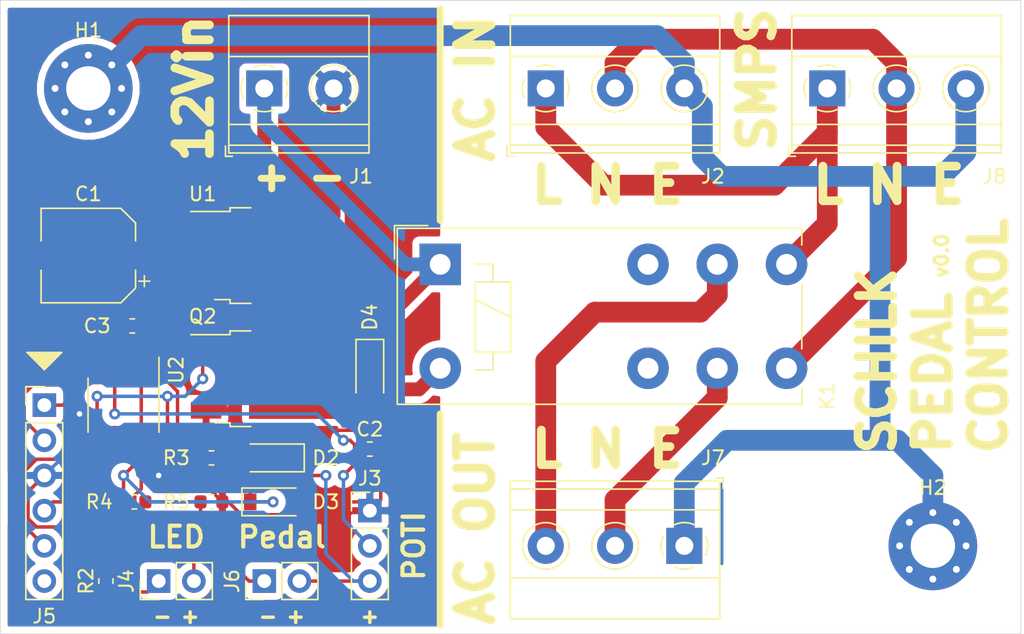
<source format=kicad_pcb>
(kicad_pcb (version 20171130) (host pcbnew "(5.1.5)-3")

  (general
    (thickness 1.6)
    (drawings 34)
    (tracks 208)
    (zones 0)
    (modules 24)
    (nets 21)
  )

  (page A4)
  (title_block
    (title "Pedal Controller")
    (date 2020-09-19)
    (rev v0.0)
    (comment 4 https://github.com/TheSchilk/PedalCtrl)
  )

  (layers
    (0 F.Cu signal)
    (31 B.Cu signal)
    (32 B.Adhes user)
    (33 F.Adhes user)
    (34 B.Paste user)
    (35 F.Paste user)
    (36 B.SilkS user)
    (37 F.SilkS user)
    (38 B.Mask user)
    (39 F.Mask user)
    (40 Dwgs.User user)
    (41 Cmts.User user)
    (42 Eco1.User user)
    (43 Eco2.User user)
    (44 Edge.Cuts user)
    (45 Margin user)
    (46 B.CrtYd user)
    (47 F.CrtYd user)
    (48 B.Fab user)
    (49 F.Fab user hide)
  )

  (setup
    (last_trace_width 0.25)
    (user_trace_width 0.25)
    (user_trace_width 0.5)
    (user_trace_width 1)
    (trace_clearance 0.2)
    (zone_clearance 0.508)
    (zone_45_only no)
    (trace_min 0.2)
    (via_size 0.8)
    (via_drill 0.4)
    (via_min_size 0.4)
    (via_min_drill 0.3)
    (uvia_size 0.3)
    (uvia_drill 0.1)
    (uvias_allowed no)
    (uvia_min_size 0.2)
    (uvia_min_drill 0.1)
    (edge_width 0.05)
    (segment_width 0.2)
    (pcb_text_width 0.3)
    (pcb_text_size 1.5 1.5)
    (mod_edge_width 0.12)
    (mod_text_size 1 1)
    (mod_text_width 0.15)
    (pad_size 1.524 1.524)
    (pad_drill 0.762)
    (pad_to_mask_clearance 0.051)
    (solder_mask_min_width 0.25)
    (aux_axis_origin 0 0)
    (visible_elements 7FFFFFFF)
    (pcbplotparams
      (layerselection 0x010fc_ffffffff)
      (usegerberextensions false)
      (usegerberattributes false)
      (usegerberadvancedattributes false)
      (creategerberjobfile false)
      (excludeedgelayer true)
      (linewidth 0.100000)
      (plotframeref false)
      (viasonmask false)
      (mode 1)
      (useauxorigin false)
      (hpglpennumber 1)
      (hpglpenspeed 20)
      (hpglpendiameter 15.000000)
      (psnegative false)
      (psa4output false)
      (plotreference true)
      (plotvalue true)
      (plotinvisibletext false)
      (padsonsilk false)
      (subtractmaskfromsilk false)
      (outputformat 1)
      (mirror false)
      (drillshape 0)
      (scaleselection 1)
      (outputdirectory "ProductionFiles/Gerber/"))
  )

  (net 0 "")
  (net 1 GND)
  (net 2 +5V)
  (net 3 "Net-(C2-Pad1)")
  (net 4 "Net-(D2-Pad2)")
  (net 5 "Net-(D4-Pad2)")
  (net 6 +12V)
  (net 7 "Net-(J2-Pad2)")
  (net 8 "Net-(J2-Pad1)")
  (net 9 "Net-(J4-Pad2)")
  (net 10 "Net-(J4-Pad1)")
  (net 11 "Net-(J5-Pad6)")
  (net 12 "Net-(J5-Pad5)")
  (net 13 "Net-(J5-Pad1)")
  (net 14 "Net-(J6-Pad1)")
  (net 15 "Net-(J7-Pad3)")
  (net 16 "Net-(J7-Pad2)")
  (net 17 "Net-(K1-Pad12)")
  (net 18 "Net-(K1-Pad22)")
  (net 19 "Net-(Q2-Pad1)")
  (net 20 Earth)

  (net_class Default "This is the default net class."
    (clearance 0.2)
    (trace_width 0.25)
    (via_dia 0.8)
    (via_drill 0.4)
    (uvia_dia 0.3)
    (uvia_drill 0.1)
    (add_net +5V)
    (add_net Earth)
    (add_net GND)
    (add_net "Net-(C2-Pad1)")
    (add_net "Net-(D2-Pad2)")
    (add_net "Net-(D4-Pad2)")
    (add_net "Net-(J4-Pad1)")
    (add_net "Net-(J4-Pad2)")
    (add_net "Net-(J5-Pad1)")
    (add_net "Net-(J5-Pad5)")
    (add_net "Net-(J5-Pad6)")
    (add_net "Net-(J6-Pad1)")
    (add_net "Net-(Q2-Pad1)")
  )

  (net_class Mains ""
    (clearance 1.2)
    (trace_width 1.5)
    (via_dia 0.8)
    (via_drill 0.4)
    (uvia_dia 0.3)
    (uvia_drill 0.1)
    (add_net "Net-(J2-Pad1)")
    (add_net "Net-(J2-Pad2)")
    (add_net "Net-(J7-Pad2)")
    (add_net "Net-(J7-Pad3)")
    (add_net "Net-(K1-Pad12)")
    (add_net "Net-(K1-Pad22)")
  )

  (net_class Pwr ""
    (clearance 0.2)
    (trace_width 1)
    (via_dia 0.8)
    (via_drill 0.4)
    (uvia_dia 0.3)
    (uvia_drill 0.1)
    (add_net +12V)
  )

  (module MountingHole:MountingHole_3.2mm_M3_Pad_Via (layer F.Cu) (tedit 56DDBCCA) (tstamp 5F66A312)
    (at 228.6 58.42)
    (descr "Mounting Hole 3.2mm, M3")
    (tags "mounting hole 3.2mm m3")
    (path /5F6C8998)
    (attr virtual)
    (fp_text reference H2 (at 0 -4.2) (layer F.SilkS)
      (effects (font (size 1 1) (thickness 0.15)))
    )
    (fp_text value MountingHole_Pad (at 0 4.2) (layer F.Fab)
      (effects (font (size 1 1) (thickness 0.15)))
    )
    (fp_circle (center 0 0) (end 3.45 0) (layer F.CrtYd) (width 0.05))
    (fp_circle (center 0 0) (end 3.2 0) (layer Cmts.User) (width 0.15))
    (fp_text user %R (at 0.3 0) (layer F.Fab)
      (effects (font (size 1 1) (thickness 0.15)))
    )
    (pad 1 thru_hole circle (at 1.697056 -1.697056) (size 0.8 0.8) (drill 0.5) (layers *.Cu *.Mask)
      (net 20 Earth))
    (pad 1 thru_hole circle (at 0 -2.4) (size 0.8 0.8) (drill 0.5) (layers *.Cu *.Mask)
      (net 20 Earth))
    (pad 1 thru_hole circle (at -1.697056 -1.697056) (size 0.8 0.8) (drill 0.5) (layers *.Cu *.Mask)
      (net 20 Earth))
    (pad 1 thru_hole circle (at -2.4 0) (size 0.8 0.8) (drill 0.5) (layers *.Cu *.Mask)
      (net 20 Earth))
    (pad 1 thru_hole circle (at -1.697056 1.697056) (size 0.8 0.8) (drill 0.5) (layers *.Cu *.Mask)
      (net 20 Earth))
    (pad 1 thru_hole circle (at 0 2.4) (size 0.8 0.8) (drill 0.5) (layers *.Cu *.Mask)
      (net 20 Earth))
    (pad 1 thru_hole circle (at 1.697056 1.697056) (size 0.8 0.8) (drill 0.5) (layers *.Cu *.Mask)
      (net 20 Earth))
    (pad 1 thru_hole circle (at 2.4 0) (size 0.8 0.8) (drill 0.5) (layers *.Cu *.Mask)
      (net 20 Earth))
    (pad 1 thru_hole circle (at 0 0) (size 6.4 6.4) (drill 3.2) (layers *.Cu *.Mask)
      (net 20 Earth))
  )

  (module MountingHole:MountingHole_3.2mm_M3_Pad_Via (layer F.Cu) (tedit 56DDBCCA) (tstamp 5F66A2E5)
    (at 167.64 25.4)
    (descr "Mounting Hole 3.2mm, M3")
    (tags "mounting hole 3.2mm m3")
    (path /5F6C6452)
    (attr virtual)
    (fp_text reference H1 (at 0 -4.2) (layer F.SilkS)
      (effects (font (size 1 1) (thickness 0.15)))
    )
    (fp_text value MountingHole_Pad (at 0 4.2) (layer F.Fab)
      (effects (font (size 1 1) (thickness 0.15)))
    )
    (fp_circle (center 0 0) (end 3.45 0) (layer F.CrtYd) (width 0.05))
    (fp_circle (center 0 0) (end 3.2 0) (layer Cmts.User) (width 0.15))
    (fp_text user %R (at 0.3 0) (layer F.Fab)
      (effects (font (size 1 1) (thickness 0.15)))
    )
    (pad 1 thru_hole circle (at 1.697056 -1.697056) (size 0.8 0.8) (drill 0.5) (layers *.Cu *.Mask)
      (net 20 Earth))
    (pad 1 thru_hole circle (at 0 -2.4) (size 0.8 0.8) (drill 0.5) (layers *.Cu *.Mask)
      (net 20 Earth))
    (pad 1 thru_hole circle (at -1.697056 -1.697056) (size 0.8 0.8) (drill 0.5) (layers *.Cu *.Mask)
      (net 20 Earth))
    (pad 1 thru_hole circle (at -2.4 0) (size 0.8 0.8) (drill 0.5) (layers *.Cu *.Mask)
      (net 20 Earth))
    (pad 1 thru_hole circle (at -1.697056 1.697056) (size 0.8 0.8) (drill 0.5) (layers *.Cu *.Mask)
      (net 20 Earth))
    (pad 1 thru_hole circle (at 0 2.4) (size 0.8 0.8) (drill 0.5) (layers *.Cu *.Mask)
      (net 20 Earth))
    (pad 1 thru_hole circle (at 1.697056 1.697056) (size 0.8 0.8) (drill 0.5) (layers *.Cu *.Mask)
      (net 20 Earth))
    (pad 1 thru_hole circle (at 2.4 0) (size 0.8 0.8) (drill 0.5) (layers *.Cu *.Mask)
      (net 20 Earth))
    (pad 1 thru_hole circle (at 0 0) (size 6.4 6.4) (drill 3.2) (layers *.Cu *.Mask)
      (net 20 Earth))
  )

  (module Connector_PinHeader_2.54mm:PinHeader_1x02_P2.54mm_Vertical (layer F.Cu) (tedit 59FED5CC) (tstamp 5F662413)
    (at 180.34 60.96 90)
    (descr "Through hole straight pin header, 1x02, 2.54mm pitch, single row")
    (tags "Through hole pin header THT 1x02 2.54mm single row")
    (path /5EF4495E)
    (fp_text reference J6 (at 0 -2.33 90) (layer F.SilkS)
      (effects (font (size 1 1) (thickness 0.15)))
    )
    (fp_text value PEDAL (at 0 4.87 90) (layer F.Fab)
      (effects (font (size 1 1) (thickness 0.15)))
    )
    (fp_text user %R (at 0 1.27) (layer F.Fab)
      (effects (font (size 1 1) (thickness 0.15)))
    )
    (fp_line (start 1.8 -1.8) (end -1.8 -1.8) (layer F.CrtYd) (width 0.05))
    (fp_line (start 1.8 4.35) (end 1.8 -1.8) (layer F.CrtYd) (width 0.05))
    (fp_line (start -1.8 4.35) (end 1.8 4.35) (layer F.CrtYd) (width 0.05))
    (fp_line (start -1.8 -1.8) (end -1.8 4.35) (layer F.CrtYd) (width 0.05))
    (fp_line (start -1.33 -1.33) (end 0 -1.33) (layer F.SilkS) (width 0.12))
    (fp_line (start -1.33 0) (end -1.33 -1.33) (layer F.SilkS) (width 0.12))
    (fp_line (start -1.33 1.27) (end 1.33 1.27) (layer F.SilkS) (width 0.12))
    (fp_line (start 1.33 1.27) (end 1.33 3.87) (layer F.SilkS) (width 0.12))
    (fp_line (start -1.33 1.27) (end -1.33 3.87) (layer F.SilkS) (width 0.12))
    (fp_line (start -1.33 3.87) (end 1.33 3.87) (layer F.SilkS) (width 0.12))
    (fp_line (start -1.27 -0.635) (end -0.635 -1.27) (layer F.Fab) (width 0.1))
    (fp_line (start -1.27 3.81) (end -1.27 -0.635) (layer F.Fab) (width 0.1))
    (fp_line (start 1.27 3.81) (end -1.27 3.81) (layer F.Fab) (width 0.1))
    (fp_line (start 1.27 -1.27) (end 1.27 3.81) (layer F.Fab) (width 0.1))
    (fp_line (start -0.635 -1.27) (end 1.27 -1.27) (layer F.Fab) (width 0.1))
    (pad 2 thru_hole oval (at 0 2.54 90) (size 1.7 1.7) (drill 1) (layers *.Cu *.Mask)
      (net 2 +5V))
    (pad 1 thru_hole rect (at 0 0 90) (size 1.7 1.7) (drill 1) (layers *.Cu *.Mask)
      (net 14 "Net-(J6-Pad1)"))
    (model ${KISYS3DMOD}/Connector_PinHeader_2.54mm.3dshapes/PinHeader_1x02_P2.54mm_Vertical.wrl
      (at (xyz 0 0 0))
      (scale (xyz 1 1 1))
      (rotate (xyz 0 0 0))
    )
  )

  (module Connector_PinHeader_2.54mm:PinHeader_1x02_P2.54mm_Vertical (layer F.Cu) (tedit 59FED5CC) (tstamp 5F6623CD)
    (at 172.72 60.96 90)
    (descr "Through hole straight pin header, 1x02, 2.54mm pitch, single row")
    (tags "Through hole pin header THT 1x02 2.54mm single row")
    (path /5F00B9C9)
    (fp_text reference J4 (at 0 -2.33 90) (layer F.SilkS)
      (effects (font (size 1 1) (thickness 0.15)))
    )
    (fp_text value LED (at 0 4.87 90) (layer F.Fab)
      (effects (font (size 1 1) (thickness 0.15)))
    )
    (fp_text user %R (at 0 1.27) (layer F.Fab)
      (effects (font (size 1 1) (thickness 0.15)))
    )
    (fp_line (start 1.8 -1.8) (end -1.8 -1.8) (layer F.CrtYd) (width 0.05))
    (fp_line (start 1.8 4.35) (end 1.8 -1.8) (layer F.CrtYd) (width 0.05))
    (fp_line (start -1.8 4.35) (end 1.8 4.35) (layer F.CrtYd) (width 0.05))
    (fp_line (start -1.8 -1.8) (end -1.8 4.35) (layer F.CrtYd) (width 0.05))
    (fp_line (start -1.33 -1.33) (end 0 -1.33) (layer F.SilkS) (width 0.12))
    (fp_line (start -1.33 0) (end -1.33 -1.33) (layer F.SilkS) (width 0.12))
    (fp_line (start -1.33 1.27) (end 1.33 1.27) (layer F.SilkS) (width 0.12))
    (fp_line (start 1.33 1.27) (end 1.33 3.87) (layer F.SilkS) (width 0.12))
    (fp_line (start -1.33 1.27) (end -1.33 3.87) (layer F.SilkS) (width 0.12))
    (fp_line (start -1.33 3.87) (end 1.33 3.87) (layer F.SilkS) (width 0.12))
    (fp_line (start -1.27 -0.635) (end -0.635 -1.27) (layer F.Fab) (width 0.1))
    (fp_line (start -1.27 3.81) (end -1.27 -0.635) (layer F.Fab) (width 0.1))
    (fp_line (start 1.27 3.81) (end -1.27 3.81) (layer F.Fab) (width 0.1))
    (fp_line (start 1.27 -1.27) (end 1.27 3.81) (layer F.Fab) (width 0.1))
    (fp_line (start -0.635 -1.27) (end 1.27 -1.27) (layer F.Fab) (width 0.1))
    (pad 2 thru_hole oval (at 0 2.54 90) (size 1.7 1.7) (drill 1) (layers *.Cu *.Mask)
      (net 9 "Net-(J4-Pad2)"))
    (pad 1 thru_hole rect (at 0 0 90) (size 1.7 1.7) (drill 1) (layers *.Cu *.Mask)
      (net 10 "Net-(J4-Pad1)"))
    (model ${KISYS3DMOD}/Connector_PinHeader_2.54mm.3dshapes/PinHeader_1x02_P2.54mm_Vertical.wrl
      (at (xyz 0 0 0))
      (scale (xyz 1 1 1))
      (rotate (xyz 0 0 0))
    )
  )

  (module Connector_PinHeader_2.54mm:PinHeader_1x03_P2.54mm_Vertical (layer F.Cu) (tedit 59FED5CC) (tstamp 5F6623A1)
    (at 187.96 55.88)
    (descr "Through hole straight pin header, 1x03, 2.54mm pitch, single row")
    (tags "Through hole pin header THT 1x03 2.54mm single row")
    (path /5F0963AB)
    (fp_text reference J3 (at 0 -2.33) (layer F.SilkS)
      (effects (font (size 1 1) (thickness 0.15)))
    )
    (fp_text value POTI (at 0 7.41) (layer F.Fab)
      (effects (font (size 1 1) (thickness 0.15)))
    )
    (fp_text user %R (at 0 2.54 90) (layer F.Fab)
      (effects (font (size 1 1) (thickness 0.15)))
    )
    (fp_line (start 1.8 -1.8) (end -1.8 -1.8) (layer F.CrtYd) (width 0.05))
    (fp_line (start 1.8 6.85) (end 1.8 -1.8) (layer F.CrtYd) (width 0.05))
    (fp_line (start -1.8 6.85) (end 1.8 6.85) (layer F.CrtYd) (width 0.05))
    (fp_line (start -1.8 -1.8) (end -1.8 6.85) (layer F.CrtYd) (width 0.05))
    (fp_line (start -1.33 -1.33) (end 0 -1.33) (layer F.SilkS) (width 0.12))
    (fp_line (start -1.33 0) (end -1.33 -1.33) (layer F.SilkS) (width 0.12))
    (fp_line (start -1.33 1.27) (end 1.33 1.27) (layer F.SilkS) (width 0.12))
    (fp_line (start 1.33 1.27) (end 1.33 6.41) (layer F.SilkS) (width 0.12))
    (fp_line (start -1.33 1.27) (end -1.33 6.41) (layer F.SilkS) (width 0.12))
    (fp_line (start -1.33 6.41) (end 1.33 6.41) (layer F.SilkS) (width 0.12))
    (fp_line (start -1.27 -0.635) (end -0.635 -1.27) (layer F.Fab) (width 0.1))
    (fp_line (start -1.27 6.35) (end -1.27 -0.635) (layer F.Fab) (width 0.1))
    (fp_line (start 1.27 6.35) (end -1.27 6.35) (layer F.Fab) (width 0.1))
    (fp_line (start 1.27 -1.27) (end 1.27 6.35) (layer F.Fab) (width 0.1))
    (fp_line (start -0.635 -1.27) (end 1.27 -1.27) (layer F.Fab) (width 0.1))
    (pad 3 thru_hole oval (at 0 5.08) (size 1.7 1.7) (drill 1) (layers *.Cu *.Mask)
      (net 2 +5V))
    (pad 2 thru_hole oval (at 0 2.54) (size 1.7 1.7) (drill 1) (layers *.Cu *.Mask)
      (net 3 "Net-(C2-Pad1)"))
    (pad 1 thru_hole rect (at 0 0) (size 1.7 1.7) (drill 1) (layers *.Cu *.Mask)
      (net 1 GND))
    (model ${KISYS3DMOD}/Connector_PinHeader_2.54mm.3dshapes/PinHeader_1x03_P2.54mm_Vertical.wrl
      (at (xyz 0 0 0))
      (scale (xyz 1 1 1))
      (rotate (xyz 0 0 0))
    )
  )

  (module Package_SO:SOIC-8_3.9x4.9mm_P1.27mm (layer F.Cu) (tedit 5D9F72B1) (tstamp 5F6633E3)
    (at 170.18 48.26 270)
    (descr "SOIC, 8 Pin (JEDEC MS-012AA, https://www.analog.com/media/en/package-pcb-resources/package/pkg_pdf/soic_narrow-r/r_8.pdf), generated with kicad-footprint-generator ipc_gullwing_generator.py")
    (tags "SOIC SO")
    (path /5F6656FA)
    (attr smd)
    (fp_text reference U2 (at -2.54 -3.81 270) (layer F.SilkS)
      (effects (font (size 1 1) (thickness 0.15)))
    )
    (fp_text value PIC12F1572 (at 0 3.4 90) (layer F.Fab)
      (effects (font (size 1 1) (thickness 0.15)))
    )
    (fp_text user %R (at 0 0 90) (layer F.Fab)
      (effects (font (size 0.98 0.98) (thickness 0.15)))
    )
    (fp_line (start 3.7 -2.7) (end -3.7 -2.7) (layer F.CrtYd) (width 0.05))
    (fp_line (start 3.7 2.7) (end 3.7 -2.7) (layer F.CrtYd) (width 0.05))
    (fp_line (start -3.7 2.7) (end 3.7 2.7) (layer F.CrtYd) (width 0.05))
    (fp_line (start -3.7 -2.7) (end -3.7 2.7) (layer F.CrtYd) (width 0.05))
    (fp_line (start -1.95 -1.475) (end -0.975 -2.45) (layer F.Fab) (width 0.1))
    (fp_line (start -1.95 2.45) (end -1.95 -1.475) (layer F.Fab) (width 0.1))
    (fp_line (start 1.95 2.45) (end -1.95 2.45) (layer F.Fab) (width 0.1))
    (fp_line (start 1.95 -2.45) (end 1.95 2.45) (layer F.Fab) (width 0.1))
    (fp_line (start -0.975 -2.45) (end 1.95 -2.45) (layer F.Fab) (width 0.1))
    (fp_line (start 0 -2.56) (end -3.45 -2.56) (layer F.SilkS) (width 0.12))
    (fp_line (start 0 -2.56) (end 1.95 -2.56) (layer F.SilkS) (width 0.12))
    (fp_line (start 0 2.56) (end -1.95 2.56) (layer F.SilkS) (width 0.12))
    (fp_line (start 0 2.56) (end 1.95 2.56) (layer F.SilkS) (width 0.12))
    (pad 8 smd roundrect (at 2.475 -1.905 270) (size 1.95 0.6) (layers F.Cu F.Paste F.Mask) (roundrect_rratio 0.25)
      (net 1 GND))
    (pad 7 smd roundrect (at 2.475 -0.635 270) (size 1.95 0.6) (layers F.Cu F.Paste F.Mask) (roundrect_rratio 0.25)
      (net 4 "Net-(D2-Pad2)"))
    (pad 6 smd roundrect (at 2.475 0.635 270) (size 1.95 0.6) (layers F.Cu F.Paste F.Mask) (roundrect_rratio 0.25)
      (net 12 "Net-(J5-Pad5)"))
    (pad 5 smd roundrect (at 2.475 1.905 270) (size 1.95 0.6) (layers F.Cu F.Paste F.Mask) (roundrect_rratio 0.25)
      (net 19 "Net-(Q2-Pad1)"))
    (pad 4 smd roundrect (at -2.475 1.905 270) (size 1.95 0.6) (layers F.Cu F.Paste F.Mask) (roundrect_rratio 0.25)
      (net 13 "Net-(J5-Pad1)"))
    (pad 3 smd roundrect (at -2.475 0.635 270) (size 1.95 0.6) (layers F.Cu F.Paste F.Mask) (roundrect_rratio 0.25)
      (net 3 "Net-(C2-Pad1)"))
    (pad 2 smd roundrect (at -2.475 -0.635 270) (size 1.95 0.6) (layers F.Cu F.Paste F.Mask) (roundrect_rratio 0.25)
      (net 9 "Net-(J4-Pad2)"))
    (pad 1 smd roundrect (at -2.475 -1.905 270) (size 1.95 0.6) (layers F.Cu F.Paste F.Mask) (roundrect_rratio 0.25)
      (net 2 +5V))
    (model ${KISYS3DMOD}/Package_SO.3dshapes/SOIC-8_3.9x4.9mm_P1.27mm.wrl
      (at (xyz 0 0 0))
      (scale (xyz 1 1 1))
      (rotate (xyz 0 0 0))
    )
  )

  (module Package_TO_SOT_SMD:TO-252-2 (layer F.Cu) (tedit 5A70A390) (tstamp 5F667CCA)
    (at 180.34 37.465)
    (descr "TO-252 / DPAK SMD package, http://www.infineon.com/cms/en/product/packages/PG-TO252/PG-TO252-3-1/")
    (tags "DPAK TO-252 DPAK-3 TO-252-3 SOT-428")
    (path /5EFF1C91)
    (attr smd)
    (fp_text reference U1 (at -4.445 -4.445 180) (layer F.SilkS)
      (effects (font (size 1 1) (thickness 0.15)))
    )
    (fp_text value L7805 (at 0 4.5) (layer F.Fab)
      (effects (font (size 1 1) (thickness 0.15)))
    )
    (fp_text user %R (at 0 0) (layer F.Fab)
      (effects (font (size 1 1) (thickness 0.15)))
    )
    (fp_line (start 5.55 -3.5) (end -5.55 -3.5) (layer F.CrtYd) (width 0.05))
    (fp_line (start 5.55 3.5) (end 5.55 -3.5) (layer F.CrtYd) (width 0.05))
    (fp_line (start -5.55 3.5) (end 5.55 3.5) (layer F.CrtYd) (width 0.05))
    (fp_line (start -5.55 -3.5) (end -5.55 3.5) (layer F.CrtYd) (width 0.05))
    (fp_line (start -2.47 3.18) (end -3.57 3.18) (layer F.SilkS) (width 0.12))
    (fp_line (start -2.47 3.45) (end -2.47 3.18) (layer F.SilkS) (width 0.12))
    (fp_line (start -0.97 3.45) (end -2.47 3.45) (layer F.SilkS) (width 0.12))
    (fp_line (start -2.47 -3.18) (end -5.3 -3.18) (layer F.SilkS) (width 0.12))
    (fp_line (start -2.47 -3.45) (end -2.47 -3.18) (layer F.SilkS) (width 0.12))
    (fp_line (start -0.97 -3.45) (end -2.47 -3.45) (layer F.SilkS) (width 0.12))
    (fp_line (start -4.97 2.655) (end -2.27 2.655) (layer F.Fab) (width 0.1))
    (fp_line (start -4.97 1.905) (end -4.97 2.655) (layer F.Fab) (width 0.1))
    (fp_line (start -2.27 1.905) (end -4.97 1.905) (layer F.Fab) (width 0.1))
    (fp_line (start -4.97 -1.905) (end -2.27 -1.905) (layer F.Fab) (width 0.1))
    (fp_line (start -4.97 -2.655) (end -4.97 -1.905) (layer F.Fab) (width 0.1))
    (fp_line (start -1.865 -2.655) (end -4.97 -2.655) (layer F.Fab) (width 0.1))
    (fp_line (start -1.27 -3.25) (end 3.95 -3.25) (layer F.Fab) (width 0.1))
    (fp_line (start -2.27 -2.25) (end -1.27 -3.25) (layer F.Fab) (width 0.1))
    (fp_line (start -2.27 3.25) (end -2.27 -2.25) (layer F.Fab) (width 0.1))
    (fp_line (start 3.95 3.25) (end -2.27 3.25) (layer F.Fab) (width 0.1))
    (fp_line (start 3.95 -3.25) (end 3.95 3.25) (layer F.Fab) (width 0.1))
    (fp_line (start 4.95 2.7) (end 3.95 2.7) (layer F.Fab) (width 0.1))
    (fp_line (start 4.95 -2.7) (end 4.95 2.7) (layer F.Fab) (width 0.1))
    (fp_line (start 3.95 -2.7) (end 4.95 -2.7) (layer F.Fab) (width 0.1))
    (pad "" smd rect (at 0.425 1.525) (size 3.05 2.75) (layers F.Paste))
    (pad "" smd rect (at 3.775 -1.525) (size 3.05 2.75) (layers F.Paste))
    (pad "" smd rect (at 0.425 -1.525) (size 3.05 2.75) (layers F.Paste))
    (pad "" smd rect (at 3.775 1.525) (size 3.05 2.75) (layers F.Paste))
    (pad 2 smd rect (at 2.1 0) (size 6.4 5.8) (layers F.Cu F.Mask)
      (net 1 GND))
    (pad 3 smd rect (at -4.2 2.28) (size 2.2 1.2) (layers F.Cu F.Paste F.Mask)
      (net 2 +5V))
    (pad 1 smd rect (at -4.2 -2.28) (size 2.2 1.2) (layers F.Cu F.Paste F.Mask)
      (net 6 +12V))
    (model ${KISYS3DMOD}/Package_TO_SOT_SMD.3dshapes/TO-252-2.wrl
      (at (xyz 0 0 0))
      (scale (xyz 1 1 1))
      (rotate (xyz 0 0 0))
    )
  )

  (module Resistor_SMD:R_0603_1608Metric (layer F.Cu) (tedit 5B301BBD) (tstamp 5F66250E)
    (at 176.53 55.245)
    (descr "Resistor SMD 0603 (1608 Metric), square (rectangular) end terminal, IPC_7351 nominal, (Body size source: http://www.tortai-tech.com/upload/download/2011102023233369053.pdf), generated with kicad-footprint-generator")
    (tags resistor)
    (path /5EF4D245)
    (attr smd)
    (fp_text reference R5 (at -2.54 0) (layer F.SilkS)
      (effects (font (size 1 1) (thickness 0.15)))
    )
    (fp_text value 10K (at 0 1.43) (layer F.Fab)
      (effects (font (size 1 1) (thickness 0.15)))
    )
    (fp_text user %R (at 0 0) (layer F.Fab)
      (effects (font (size 0.4 0.4) (thickness 0.06)))
    )
    (fp_line (start 1.48 0.73) (end -1.48 0.73) (layer F.CrtYd) (width 0.05))
    (fp_line (start 1.48 -0.73) (end 1.48 0.73) (layer F.CrtYd) (width 0.05))
    (fp_line (start -1.48 -0.73) (end 1.48 -0.73) (layer F.CrtYd) (width 0.05))
    (fp_line (start -1.48 0.73) (end -1.48 -0.73) (layer F.CrtYd) (width 0.05))
    (fp_line (start -0.162779 0.51) (end 0.162779 0.51) (layer F.SilkS) (width 0.12))
    (fp_line (start -0.162779 -0.51) (end 0.162779 -0.51) (layer F.SilkS) (width 0.12))
    (fp_line (start 0.8 0.4) (end -0.8 0.4) (layer F.Fab) (width 0.1))
    (fp_line (start 0.8 -0.4) (end 0.8 0.4) (layer F.Fab) (width 0.1))
    (fp_line (start -0.8 -0.4) (end 0.8 -0.4) (layer F.Fab) (width 0.1))
    (fp_line (start -0.8 0.4) (end -0.8 -0.4) (layer F.Fab) (width 0.1))
    (pad 2 smd roundrect (at 0.7875 0) (size 0.875 0.95) (layers F.Cu F.Paste F.Mask) (roundrect_rratio 0.25)
      (net 1 GND))
    (pad 1 smd roundrect (at -0.7875 0) (size 0.875 0.95) (layers F.Cu F.Paste F.Mask) (roundrect_rratio 0.25)
      (net 14 "Net-(J6-Pad1)"))
    (model ${KISYS3DMOD}/Resistor_SMD.3dshapes/R_0603_1608Metric.wrl
      (at (xyz 0 0 0))
      (scale (xyz 1 1 1))
      (rotate (xyz 0 0 0))
    )
  )

  (module Resistor_SMD:R_0603_1608Metric (layer F.Cu) (tedit 5B301BBD) (tstamp 5F6624FD)
    (at 170.9675 55.245)
    (descr "Resistor SMD 0603 (1608 Metric), square (rectangular) end terminal, IPC_7351 nominal, (Body size source: http://www.tortai-tech.com/upload/download/2011102023233369053.pdf), generated with kicad-footprint-generator")
    (tags resistor)
    (path /5EF6DFF7)
    (attr smd)
    (fp_text reference R4 (at -2.54 0) (layer F.SilkS)
      (effects (font (size 1 1) (thickness 0.15)))
    )
    (fp_text value 10K (at 0 1.43) (layer F.Fab)
      (effects (font (size 1 1) (thickness 0.15)))
    )
    (fp_text user %R (at 0 0) (layer F.Fab)
      (effects (font (size 0.4 0.4) (thickness 0.06)))
    )
    (fp_line (start 1.48 0.73) (end -1.48 0.73) (layer F.CrtYd) (width 0.05))
    (fp_line (start 1.48 -0.73) (end 1.48 0.73) (layer F.CrtYd) (width 0.05))
    (fp_line (start -1.48 -0.73) (end 1.48 -0.73) (layer F.CrtYd) (width 0.05))
    (fp_line (start -1.48 0.73) (end -1.48 -0.73) (layer F.CrtYd) (width 0.05))
    (fp_line (start -0.162779 0.51) (end 0.162779 0.51) (layer F.SilkS) (width 0.12))
    (fp_line (start -0.162779 -0.51) (end 0.162779 -0.51) (layer F.SilkS) (width 0.12))
    (fp_line (start 0.8 0.4) (end -0.8 0.4) (layer F.Fab) (width 0.1))
    (fp_line (start 0.8 -0.4) (end 0.8 0.4) (layer F.Fab) (width 0.1))
    (fp_line (start -0.8 -0.4) (end 0.8 -0.4) (layer F.Fab) (width 0.1))
    (fp_line (start -0.8 0.4) (end -0.8 -0.4) (layer F.Fab) (width 0.1))
    (pad 2 smd roundrect (at 0.7875 0) (size 0.875 0.95) (layers F.Cu F.Paste F.Mask) (roundrect_rratio 0.25)
      (net 14 "Net-(J6-Pad1)"))
    (pad 1 smd roundrect (at -0.7875 0) (size 0.875 0.95) (layers F.Cu F.Paste F.Mask) (roundrect_rratio 0.25)
      (net 4 "Net-(D2-Pad2)"))
    (model ${KISYS3DMOD}/Resistor_SMD.3dshapes/R_0603_1608Metric.wrl
      (at (xyz 0 0 0))
      (scale (xyz 1 1 1))
      (rotate (xyz 0 0 0))
    )
  )

  (module Resistor_SMD:R_0603_1608Metric (layer F.Cu) (tedit 5B301BBD) (tstamp 5F6624EC)
    (at 176.53 52.07)
    (descr "Resistor SMD 0603 (1608 Metric), square (rectangular) end terminal, IPC_7351 nominal, (Body size source: http://www.tortai-tech.com/upload/download/2011102023233369053.pdf), generated with kicad-footprint-generator")
    (tags resistor)
    (path /5EFCA009)
    (attr smd)
    (fp_text reference R3 (at -2.54 0) (layer F.SilkS)
      (effects (font (size 1 1) (thickness 0.15)))
    )
    (fp_text value 10K (at 0 1.43) (layer F.Fab)
      (effects (font (size 1 1) (thickness 0.15)))
    )
    (fp_text user %R (at 0 0) (layer F.Fab)
      (effects (font (size 0.4 0.4) (thickness 0.06)))
    )
    (fp_line (start 1.48 0.73) (end -1.48 0.73) (layer F.CrtYd) (width 0.05))
    (fp_line (start 1.48 -0.73) (end 1.48 0.73) (layer F.CrtYd) (width 0.05))
    (fp_line (start -1.48 -0.73) (end 1.48 -0.73) (layer F.CrtYd) (width 0.05))
    (fp_line (start -1.48 0.73) (end -1.48 -0.73) (layer F.CrtYd) (width 0.05))
    (fp_line (start -0.162779 0.51) (end 0.162779 0.51) (layer F.SilkS) (width 0.12))
    (fp_line (start -0.162779 -0.51) (end 0.162779 -0.51) (layer F.SilkS) (width 0.12))
    (fp_line (start 0.8 0.4) (end -0.8 0.4) (layer F.Fab) (width 0.1))
    (fp_line (start 0.8 -0.4) (end 0.8 0.4) (layer F.Fab) (width 0.1))
    (fp_line (start -0.8 -0.4) (end 0.8 -0.4) (layer F.Fab) (width 0.1))
    (fp_line (start -0.8 0.4) (end -0.8 -0.4) (layer F.Fab) (width 0.1))
    (pad 2 smd roundrect (at 0.7875 0) (size 0.875 0.95) (layers F.Cu F.Paste F.Mask) (roundrect_rratio 0.25)
      (net 19 "Net-(Q2-Pad1)"))
    (pad 1 smd roundrect (at -0.7875 0) (size 0.875 0.95) (layers F.Cu F.Paste F.Mask) (roundrect_rratio 0.25)
      (net 1 GND))
    (model ${KISYS3DMOD}/Resistor_SMD.3dshapes/R_0603_1608Metric.wrl
      (at (xyz 0 0 0))
      (scale (xyz 1 1 1))
      (rotate (xyz 0 0 0))
    )
  )

  (module Resistor_SMD:R_0603_1608Metric (layer F.Cu) (tedit 5B301BBD) (tstamp 5F6624DB)
    (at 168.91 60.96 90)
    (descr "Resistor SMD 0603 (1608 Metric), square (rectangular) end terminal, IPC_7351 nominal, (Body size source: http://www.tortai-tech.com/upload/download/2011102023233369053.pdf), generated with kicad-footprint-generator")
    (tags resistor)
    (path /5F012C19)
    (attr smd)
    (fp_text reference R2 (at 0 -1.43 90) (layer F.SilkS)
      (effects (font (size 1 1) (thickness 0.15)))
    )
    (fp_text value 1K (at 0 1.43 90) (layer F.Fab)
      (effects (font (size 1 1) (thickness 0.15)))
    )
    (fp_line (start -0.8 0.4) (end -0.8 -0.4) (layer F.Fab) (width 0.1))
    (fp_line (start -0.8 -0.4) (end 0.8 -0.4) (layer F.Fab) (width 0.1))
    (fp_line (start 0.8 -0.4) (end 0.8 0.4) (layer F.Fab) (width 0.1))
    (fp_line (start 0.8 0.4) (end -0.8 0.4) (layer F.Fab) (width 0.1))
    (fp_line (start -0.162779 -0.51) (end 0.162779 -0.51) (layer F.SilkS) (width 0.12))
    (fp_line (start -0.162779 0.51) (end 0.162779 0.51) (layer F.SilkS) (width 0.12))
    (fp_line (start -1.48 0.73) (end -1.48 -0.73) (layer F.CrtYd) (width 0.05))
    (fp_line (start -1.48 -0.73) (end 1.48 -0.73) (layer F.CrtYd) (width 0.05))
    (fp_line (start 1.48 -0.73) (end 1.48 0.73) (layer F.CrtYd) (width 0.05))
    (fp_line (start 1.48 0.73) (end -1.48 0.73) (layer F.CrtYd) (width 0.05))
    (fp_text user %R (at 0 0 90) (layer F.Fab)
      (effects (font (size 0.4 0.4) (thickness 0.06)))
    )
    (pad 1 smd roundrect (at -0.7875 0 90) (size 0.875 0.95) (layers F.Cu F.Paste F.Mask) (roundrect_rratio 0.25)
      (net 10 "Net-(J4-Pad1)"))
    (pad 2 smd roundrect (at 0.7875 0 90) (size 0.875 0.95) (layers F.Cu F.Paste F.Mask) (roundrect_rratio 0.25)
      (net 1 GND))
    (model ${KISYS3DMOD}/Resistor_SMD.3dshapes/R_0603_1608Metric.wrl
      (at (xyz 0 0 0))
      (scale (xyz 1 1 1))
      (rotate (xyz 0 0 0))
    )
  )

  (module Package_TO_SOT_SMD:TO-252-2 (layer F.Cu) (tedit 5A70A390) (tstamp 5F6668DE)
    (at 180.34 46.355)
    (descr "TO-252 / DPAK SMD package, http://www.infineon.com/cms/en/product/packages/PG-TO252/PG-TO252-3-1/")
    (tags "DPAK TO-252 DPAK-3 TO-252-3 SOT-428")
    (path /5EFB7D23)
    (attr smd)
    (fp_text reference Q2 (at -4.445 -4.5) (layer F.SilkS)
      (effects (font (size 1 1) (thickness 0.15)))
    )
    (fp_text value STD5NK50ZT4 (at 0 4.5) (layer F.Fab)
      (effects (font (size 1 1) (thickness 0.15)))
    )
    (fp_text user %R (at 0 0) (layer F.Fab)
      (effects (font (size 1 1) (thickness 0.15)))
    )
    (fp_line (start 5.55 -3.5) (end -5.55 -3.5) (layer F.CrtYd) (width 0.05))
    (fp_line (start 5.55 3.5) (end 5.55 -3.5) (layer F.CrtYd) (width 0.05))
    (fp_line (start -5.55 3.5) (end 5.55 3.5) (layer F.CrtYd) (width 0.05))
    (fp_line (start -5.55 -3.5) (end -5.55 3.5) (layer F.CrtYd) (width 0.05))
    (fp_line (start -2.47 3.18) (end -3.57 3.18) (layer F.SilkS) (width 0.12))
    (fp_line (start -2.47 3.45) (end -2.47 3.18) (layer F.SilkS) (width 0.12))
    (fp_line (start -0.97 3.45) (end -2.47 3.45) (layer F.SilkS) (width 0.12))
    (fp_line (start -2.47 -3.18) (end -5.3 -3.18) (layer F.SilkS) (width 0.12))
    (fp_line (start -2.47 -3.45) (end -2.47 -3.18) (layer F.SilkS) (width 0.12))
    (fp_line (start -0.97 -3.45) (end -2.47 -3.45) (layer F.SilkS) (width 0.12))
    (fp_line (start -4.97 2.655) (end -2.27 2.655) (layer F.Fab) (width 0.1))
    (fp_line (start -4.97 1.905) (end -4.97 2.655) (layer F.Fab) (width 0.1))
    (fp_line (start -2.27 1.905) (end -4.97 1.905) (layer F.Fab) (width 0.1))
    (fp_line (start -4.97 -1.905) (end -2.27 -1.905) (layer F.Fab) (width 0.1))
    (fp_line (start -4.97 -2.655) (end -4.97 -1.905) (layer F.Fab) (width 0.1))
    (fp_line (start -1.865 -2.655) (end -4.97 -2.655) (layer F.Fab) (width 0.1))
    (fp_line (start -1.27 -3.25) (end 3.95 -3.25) (layer F.Fab) (width 0.1))
    (fp_line (start -2.27 -2.25) (end -1.27 -3.25) (layer F.Fab) (width 0.1))
    (fp_line (start -2.27 3.25) (end -2.27 -2.25) (layer F.Fab) (width 0.1))
    (fp_line (start 3.95 3.25) (end -2.27 3.25) (layer F.Fab) (width 0.1))
    (fp_line (start 3.95 -3.25) (end 3.95 3.25) (layer F.Fab) (width 0.1))
    (fp_line (start 4.95 2.7) (end 3.95 2.7) (layer F.Fab) (width 0.1))
    (fp_line (start 4.95 -2.7) (end 4.95 2.7) (layer F.Fab) (width 0.1))
    (fp_line (start 3.95 -2.7) (end 4.95 -2.7) (layer F.Fab) (width 0.1))
    (pad "" smd rect (at 0.425 1.525) (size 3.05 2.75) (layers F.Paste))
    (pad "" smd rect (at 3.775 -1.525) (size 3.05 2.75) (layers F.Paste))
    (pad "" smd rect (at 0.425 -1.525) (size 3.05 2.75) (layers F.Paste))
    (pad "" smd rect (at 3.775 1.525) (size 3.05 2.75) (layers F.Paste))
    (pad 2 smd rect (at 2.1 0) (size 6.4 5.8) (layers F.Cu F.Mask)
      (net 5 "Net-(D4-Pad2)"))
    (pad 3 smd rect (at -4.2 2.28) (size 2.2 1.2) (layers F.Cu F.Paste F.Mask)
      (net 1 GND))
    (pad 1 smd rect (at -4.2 -2.28) (size 2.2 1.2) (layers F.Cu F.Paste F.Mask)
      (net 19 "Net-(Q2-Pad1)"))
    (model ${KISYS3DMOD}/Package_TO_SOT_SMD.3dshapes/TO-252-2.wrl
      (at (xyz 0 0 0))
      (scale (xyz 1 1 1))
      (rotate (xyz 0 0 0))
    )
  )

  (module Relay_THT:Relay_DPDT_Finder_40.52 (layer F.Cu) (tedit 5A5B3E92) (tstamp 5F6624A6)
    (at 193.04 38.1)
    (descr "Relay DPDT Finder 40.52, Pitch 5mm/7.5mm, https://www.finder-relais.net/de/finder-relais-serie-40.pdf")
    (tags "Relay DPDT Finder 40.52 Pitch 5mm")
    (path /5F66A1FA)
    (fp_text reference K1 (at 27.94 9.525 90) (layer F.SilkS)
      (effects (font (size 1 1) (thickness 0.15)))
    )
    (fp_text value FINDER-40.62 (at 12.192 11.43) (layer F.Fab)
      (effects (font (size 1 1) (thickness 0.15)))
    )
    (fp_line (start 26.75 10.25) (end -3.25 10.25) (layer F.CrtYd) (width 0.05))
    (fp_line (start 26.75 10.25) (end 26.75 -2.75) (layer F.CrtYd) (width 0.05))
    (fp_line (start -3.25 -2.75) (end -3.25 10.25) (layer F.CrtYd) (width 0.05))
    (fp_line (start -3.25 -2.75) (end 26.75 -2.75) (layer F.CrtYd) (width 0.05))
    (fp_line (start 2.54 1.27) (end 3.81 1.27) (layer F.SilkS) (width 0.12))
    (fp_line (start 2.54 6.35) (end 2.54 1.27) (layer F.SilkS) (width 0.12))
    (fp_line (start 5.08 6.35) (end 2.54 6.35) (layer F.SilkS) (width 0.12))
    (fp_line (start 5.08 1.27) (end 5.08 6.35) (layer F.SilkS) (width 0.12))
    (fp_line (start 3.81 1.27) (end 5.08 1.27) (layer F.SilkS) (width 0.12))
    (fp_line (start 3.81 0) (end 3.81 1.27) (layer F.SilkS) (width 0.12))
    (fp_line (start 2.54 0) (end 3.81 0) (layer F.SilkS) (width 0.12))
    (fp_line (start 3.81 7.62) (end 2.54 7.62) (layer F.SilkS) (width 0.12))
    (fp_line (start 3.81 6.35) (end 3.81 7.62) (layer F.SilkS) (width 0.12))
    (fp_line (start 2.54 2.54) (end 5.08 3.81) (layer F.SilkS) (width 0.12))
    (fp_line (start 0 1.8) (end 0 5.8) (layer F.Fab) (width 0.12))
    (fp_line (start -3 -1.4) (end -3 10) (layer F.Fab) (width 0.12))
    (fp_line (start -3 10) (end 26 10) (layer F.Fab) (width 0.12))
    (fp_line (start 26 10) (end 26 -2.5) (layer F.Fab) (width 0.12))
    (fp_line (start 26 -2.5) (end -2 -2.5) (layer F.Fab) (width 0.12))
    (fp_line (start -2 -2.5) (end -3 -1.4) (layer F.Fab) (width 0.12))
    (fp_line (start -3.1 -2.6) (end 26.1 -2.6) (layer F.SilkS) (width 0.12))
    (fp_line (start 26.1 -2.6) (end 26.1 -1.4) (layer F.SilkS) (width 0.12))
    (fp_line (start 26.1 1.4) (end 26.1 6.1) (layer F.SilkS) (width 0.12))
    (fp_line (start 26.1 8.9) (end 26.1 10.1) (layer F.SilkS) (width 0.12))
    (fp_line (start 26.1 10.1) (end -3.1 10.1) (layer F.SilkS) (width 0.12))
    (fp_line (start -3.1 10.1) (end -3.1 -2.6) (layer F.SilkS) (width 0.12))
    (fp_line (start -0.9 -2.8) (end -3.3 -2.8) (layer F.SilkS) (width 0.12))
    (fp_line (start -3.3 -0.4) (end -3.3 -2.8) (layer F.SilkS) (width 0.12))
    (fp_text user %R (at 12.065 3.81) (layer F.Fab)
      (effects (font (size 1 1) (thickness 0.15)))
    )
    (pad 14 thru_hole circle (at 25 0) (size 3 3) (drill 1.5) (layers *.Cu *.Mask)
      (net 8 "Net-(J2-Pad1)"))
    (pad 21 thru_hole circle (at 20 7.5) (size 3 3) (drill 1.5) (layers *.Cu *.Mask)
      (net 16 "Net-(J7-Pad2)"))
    (pad 12 thru_hole circle (at 15 0) (size 3 3) (drill 1.5) (layers *.Cu *.Mask)
      (net 17 "Net-(K1-Pad12)"))
    (pad 22 thru_hole circle (at 15 7.5) (size 3 3) (drill 1.5) (layers *.Cu *.Mask)
      (net 18 "Net-(K1-Pad22)"))
    (pad 24 thru_hole circle (at 25 7.5) (size 3 3) (drill 1.5) (layers *.Cu *.Mask)
      (net 7 "Net-(J2-Pad2)"))
    (pad 11 thru_hole circle (at 20 0) (size 3 3) (drill 1.5) (layers *.Cu *.Mask)
      (net 15 "Net-(J7-Pad3)"))
    (pad A2 thru_hole circle (at 0 7.5) (size 3 3) (drill 1.5) (layers *.Cu *.Mask)
      (net 5 "Net-(D4-Pad2)"))
    (pad A1 thru_hole rect (at 0 0) (size 3 3) (drill 1.5) (layers *.Cu *.Mask)
      (net 6 +12V))
    (model ${KISYS3DMOD}/Relay_THT.3dshapes/Relay_DPDT_Finder_40.52.wrl
      (at (xyz 0 0 0))
      (scale (xyz 1 1 1))
      (rotate (xyz 0 0 0))
    )
  )

  (module TerminalBlock_Phoenix:TerminalBlock_Phoenix_MKDS-1,5-3_1x03_P5.00mm_Horizontal (layer F.Cu) (tedit 5B294EE5) (tstamp 5F66247D)
    (at 220.98 25.4)
    (descr "Terminal Block Phoenix MKDS-1,5-3, 3 pins, pitch 5mm, size 15x9.8mm^2, drill diamater 1.3mm, pad diameter 2.6mm, see http://www.farnell.com/datasheets/100425.pdf, script-generated using https://github.com/pointhi/kicad-footprint-generator/scripts/TerminalBlock_Phoenix")
    (tags "THT Terminal Block Phoenix MKDS-1,5-3 pitch 5mm size 15x9.8mm^2 drill 1.3mm pad 2.6mm")
    (path /5F6BAD5B)
    (fp_text reference J8 (at 12.065 6.35) (layer F.SilkS)
      (effects (font (size 1 1) (thickness 0.15)))
    )
    (fp_text value "Power Supply" (at 5 5.66) (layer F.Fab)
      (effects (font (size 1 1) (thickness 0.15)))
    )
    (fp_text user %R (at 5 3.2) (layer F.Fab)
      (effects (font (size 1 1) (thickness 0.15)))
    )
    (fp_line (start 13 -5.71) (end -3 -5.71) (layer F.CrtYd) (width 0.05))
    (fp_line (start 13 5.1) (end 13 -5.71) (layer F.CrtYd) (width 0.05))
    (fp_line (start -3 5.1) (end 13 5.1) (layer F.CrtYd) (width 0.05))
    (fp_line (start -3 -5.71) (end -3 5.1) (layer F.CrtYd) (width 0.05))
    (fp_line (start -2.8 4.9) (end -2.3 4.9) (layer F.SilkS) (width 0.12))
    (fp_line (start -2.8 4.16) (end -2.8 4.9) (layer F.SilkS) (width 0.12))
    (fp_line (start 8.773 1.023) (end 8.726 1.069) (layer F.SilkS) (width 0.12))
    (fp_line (start 11.07 -1.275) (end 11.035 -1.239) (layer F.SilkS) (width 0.12))
    (fp_line (start 8.966 1.239) (end 8.931 1.274) (layer F.SilkS) (width 0.12))
    (fp_line (start 11.275 -1.069) (end 11.228 -1.023) (layer F.SilkS) (width 0.12))
    (fp_line (start 10.955 -1.138) (end 8.863 0.955) (layer F.Fab) (width 0.1))
    (fp_line (start 11.138 -0.955) (end 9.046 1.138) (layer F.Fab) (width 0.1))
    (fp_line (start 3.773 1.023) (end 3.726 1.069) (layer F.SilkS) (width 0.12))
    (fp_line (start 6.07 -1.275) (end 6.035 -1.239) (layer F.SilkS) (width 0.12))
    (fp_line (start 3.966 1.239) (end 3.931 1.274) (layer F.SilkS) (width 0.12))
    (fp_line (start 6.275 -1.069) (end 6.228 -1.023) (layer F.SilkS) (width 0.12))
    (fp_line (start 5.955 -1.138) (end 3.863 0.955) (layer F.Fab) (width 0.1))
    (fp_line (start 6.138 -0.955) (end 4.046 1.138) (layer F.Fab) (width 0.1))
    (fp_line (start 0.955 -1.138) (end -1.138 0.955) (layer F.Fab) (width 0.1))
    (fp_line (start 1.138 -0.955) (end -0.955 1.138) (layer F.Fab) (width 0.1))
    (fp_line (start 12.56 -5.261) (end 12.56 4.66) (layer F.SilkS) (width 0.12))
    (fp_line (start -2.56 -5.261) (end -2.56 4.66) (layer F.SilkS) (width 0.12))
    (fp_line (start -2.56 4.66) (end 12.56 4.66) (layer F.SilkS) (width 0.12))
    (fp_line (start -2.56 -5.261) (end 12.56 -5.261) (layer F.SilkS) (width 0.12))
    (fp_line (start -2.56 -2.301) (end 12.56 -2.301) (layer F.SilkS) (width 0.12))
    (fp_line (start -2.5 -2.3) (end 12.5 -2.3) (layer F.Fab) (width 0.1))
    (fp_line (start -2.56 2.6) (end 12.56 2.6) (layer F.SilkS) (width 0.12))
    (fp_line (start -2.5 2.6) (end 12.5 2.6) (layer F.Fab) (width 0.1))
    (fp_line (start -2.56 4.1) (end 12.56 4.1) (layer F.SilkS) (width 0.12))
    (fp_line (start -2.5 4.1) (end 12.5 4.1) (layer F.Fab) (width 0.1))
    (fp_line (start -2.5 4.1) (end -2.5 -5.2) (layer F.Fab) (width 0.1))
    (fp_line (start -2 4.6) (end -2.5 4.1) (layer F.Fab) (width 0.1))
    (fp_line (start 12.5 4.6) (end -2 4.6) (layer F.Fab) (width 0.1))
    (fp_line (start 12.5 -5.2) (end 12.5 4.6) (layer F.Fab) (width 0.1))
    (fp_line (start -2.5 -5.2) (end 12.5 -5.2) (layer F.Fab) (width 0.1))
    (fp_circle (center 10 0) (end 11.68 0) (layer F.SilkS) (width 0.12))
    (fp_circle (center 10 0) (end 11.5 0) (layer F.Fab) (width 0.1))
    (fp_circle (center 5 0) (end 6.68 0) (layer F.SilkS) (width 0.12))
    (fp_circle (center 5 0) (end 6.5 0) (layer F.Fab) (width 0.1))
    (fp_circle (center 0 0) (end 1.5 0) (layer F.Fab) (width 0.1))
    (fp_arc (start 0 0) (end -0.684 1.535) (angle -25) (layer F.SilkS) (width 0.12))
    (fp_arc (start 0 0) (end -1.535 -0.684) (angle -48) (layer F.SilkS) (width 0.12))
    (fp_arc (start 0 0) (end 0.684 -1.535) (angle -48) (layer F.SilkS) (width 0.12))
    (fp_arc (start 0 0) (end 1.535 0.684) (angle -48) (layer F.SilkS) (width 0.12))
    (fp_arc (start 0 0) (end 0 1.68) (angle -24) (layer F.SilkS) (width 0.12))
    (pad 3 thru_hole circle (at 10 0) (size 2.6 2.6) (drill 1.3) (layers *.Cu *.Mask)
      (net 20 Earth))
    (pad 2 thru_hole circle (at 5 0) (size 2.6 2.6) (drill 1.3) (layers *.Cu *.Mask)
      (net 7 "Net-(J2-Pad2)"))
    (pad 1 thru_hole rect (at 0 0) (size 2.6 2.6) (drill 1.3) (layers *.Cu *.Mask)
      (net 8 "Net-(J2-Pad1)"))
    (model ${KISYS3DMOD}/TerminalBlock_Phoenix.3dshapes/TerminalBlock_Phoenix_MKDS-1,5-3_1x03_P5.00mm_Horizontal.wrl
      (at (xyz 0 0 0))
      (scale (xyz 1 1 1))
      (rotate (xyz 0 0 0))
    )
  )

  (module TerminalBlock_Phoenix:TerminalBlock_Phoenix_MKDS-1,5-3_1x03_P5.00mm_Horizontal (layer F.Cu) (tedit 5B294EE5) (tstamp 5F662448)
    (at 210.66 58.42 180)
    (descr "Terminal Block Phoenix MKDS-1,5-3, 3 pins, pitch 5mm, size 15x9.8mm^2, drill diamater 1.3mm, pad diameter 2.6mm, see http://www.farnell.com/datasheets/100425.pdf, script-generated using https://github.com/pointhi/kicad-footprint-generator/scripts/TerminalBlock_Phoenix")
    (tags "THT Terminal Block Phoenix MKDS-1,5-3 pitch 5mm size 15x9.8mm^2 drill 1.3mm pad 2.6mm")
    (path /5F6ADC63)
    (fp_text reference J7 (at -2.065 6.35) (layer F.SilkS)
      (effects (font (size 1 1) (thickness 0.15)))
    )
    (fp_text value "AC OUT" (at 5 5.66) (layer F.Fab)
      (effects (font (size 1 1) (thickness 0.15)))
    )
    (fp_text user %R (at 5 3.2) (layer F.Fab)
      (effects (font (size 1 1) (thickness 0.15)))
    )
    (fp_line (start 13 -5.71) (end -3 -5.71) (layer F.CrtYd) (width 0.05))
    (fp_line (start 13 5.1) (end 13 -5.71) (layer F.CrtYd) (width 0.05))
    (fp_line (start -3 5.1) (end 13 5.1) (layer F.CrtYd) (width 0.05))
    (fp_line (start -3 -5.71) (end -3 5.1) (layer F.CrtYd) (width 0.05))
    (fp_line (start -2.8 4.9) (end -2.3 4.9) (layer F.SilkS) (width 0.12))
    (fp_line (start -2.8 4.16) (end -2.8 4.9) (layer F.SilkS) (width 0.12))
    (fp_line (start 8.773 1.023) (end 8.726 1.069) (layer F.SilkS) (width 0.12))
    (fp_line (start 11.07 -1.275) (end 11.035 -1.239) (layer F.SilkS) (width 0.12))
    (fp_line (start 8.966 1.239) (end 8.931 1.274) (layer F.SilkS) (width 0.12))
    (fp_line (start 11.275 -1.069) (end 11.228 -1.023) (layer F.SilkS) (width 0.12))
    (fp_line (start 10.955 -1.138) (end 8.863 0.955) (layer F.Fab) (width 0.1))
    (fp_line (start 11.138 -0.955) (end 9.046 1.138) (layer F.Fab) (width 0.1))
    (fp_line (start 3.773 1.023) (end 3.726 1.069) (layer F.SilkS) (width 0.12))
    (fp_line (start 6.07 -1.275) (end 6.035 -1.239) (layer F.SilkS) (width 0.12))
    (fp_line (start 3.966 1.239) (end 3.931 1.274) (layer F.SilkS) (width 0.12))
    (fp_line (start 6.275 -1.069) (end 6.228 -1.023) (layer F.SilkS) (width 0.12))
    (fp_line (start 5.955 -1.138) (end 3.863 0.955) (layer F.Fab) (width 0.1))
    (fp_line (start 6.138 -0.955) (end 4.046 1.138) (layer F.Fab) (width 0.1))
    (fp_line (start 0.955 -1.138) (end -1.138 0.955) (layer F.Fab) (width 0.1))
    (fp_line (start 1.138 -0.955) (end -0.955 1.138) (layer F.Fab) (width 0.1))
    (fp_line (start 12.56 -5.261) (end 12.56 4.66) (layer F.SilkS) (width 0.12))
    (fp_line (start -2.56 -5.261) (end -2.56 4.66) (layer F.SilkS) (width 0.12))
    (fp_line (start -2.56 4.66) (end 12.56 4.66) (layer F.SilkS) (width 0.12))
    (fp_line (start -2.56 -5.261) (end 12.56 -5.261) (layer F.SilkS) (width 0.12))
    (fp_line (start -2.56 -2.301) (end 12.56 -2.301) (layer F.SilkS) (width 0.12))
    (fp_line (start -2.5 -2.3) (end 12.5 -2.3) (layer F.Fab) (width 0.1))
    (fp_line (start -2.56 2.6) (end 12.56 2.6) (layer F.SilkS) (width 0.12))
    (fp_line (start -2.5 2.6) (end 12.5 2.6) (layer F.Fab) (width 0.1))
    (fp_line (start -2.56 4.1) (end 12.56 4.1) (layer F.SilkS) (width 0.12))
    (fp_line (start -2.5 4.1) (end 12.5 4.1) (layer F.Fab) (width 0.1))
    (fp_line (start -2.5 4.1) (end -2.5 -5.2) (layer F.Fab) (width 0.1))
    (fp_line (start -2 4.6) (end -2.5 4.1) (layer F.Fab) (width 0.1))
    (fp_line (start 12.5 4.6) (end -2 4.6) (layer F.Fab) (width 0.1))
    (fp_line (start 12.5 -5.2) (end 12.5 4.6) (layer F.Fab) (width 0.1))
    (fp_line (start -2.5 -5.2) (end 12.5 -5.2) (layer F.Fab) (width 0.1))
    (fp_circle (center 10 0) (end 11.68 0) (layer F.SilkS) (width 0.12))
    (fp_circle (center 10 0) (end 11.5 0) (layer F.Fab) (width 0.1))
    (fp_circle (center 5 0) (end 6.68 0) (layer F.SilkS) (width 0.12))
    (fp_circle (center 5 0) (end 6.5 0) (layer F.Fab) (width 0.1))
    (fp_circle (center 0 0) (end 1.5 0) (layer F.Fab) (width 0.1))
    (fp_arc (start 0 0) (end -0.684 1.535) (angle -25) (layer F.SilkS) (width 0.12))
    (fp_arc (start 0 0) (end -1.535 -0.684) (angle -48) (layer F.SilkS) (width 0.12))
    (fp_arc (start 0 0) (end 0.684 -1.535) (angle -48) (layer F.SilkS) (width 0.12))
    (fp_arc (start 0 0) (end 1.535 0.684) (angle -48) (layer F.SilkS) (width 0.12))
    (fp_arc (start 0 0) (end 0 1.68) (angle -24) (layer F.SilkS) (width 0.12))
    (pad 3 thru_hole circle (at 10 0 180) (size 2.6 2.6) (drill 1.3) (layers *.Cu *.Mask)
      (net 15 "Net-(J7-Pad3)"))
    (pad 2 thru_hole circle (at 5 0 180) (size 2.6 2.6) (drill 1.3) (layers *.Cu *.Mask)
      (net 16 "Net-(J7-Pad2)"))
    (pad 1 thru_hole rect (at 0 0 180) (size 2.6 2.6) (drill 1.3) (layers *.Cu *.Mask)
      (net 20 Earth))
    (model ${KISYS3DMOD}/TerminalBlock_Phoenix.3dshapes/TerminalBlock_Phoenix_MKDS-1,5-3_1x03_P5.00mm_Horizontal.wrl
      (at (xyz 0 0 0))
      (scale (xyz 1 1 1))
      (rotate (xyz 0 0 0))
    )
  )

  (module Connector_PinHeader_2.54mm:PinHeader_1x06_P2.54mm_Vertical (layer F.Cu) (tedit 59FED5CC) (tstamp 5F6623E7)
    (at 164.465 48.26)
    (descr "Through hole straight pin header, 1x06, 2.54mm pitch, single row")
    (tags "Through hole pin header THT 1x06 2.54mm single row")
    (path /5EF2A6F2)
    (fp_text reference J5 (at 0 15.24) (layer F.SilkS)
      (effects (font (size 1 1) (thickness 0.15)))
    )
    (fp_text value ICSP (at 0 15.03) (layer F.Fab)
      (effects (font (size 1 1) (thickness 0.15)))
    )
    (fp_text user %R (at 0 6.35 90) (layer F.Fab)
      (effects (font (size 1 1) (thickness 0.15)))
    )
    (fp_line (start 1.8 -1.8) (end -1.8 -1.8) (layer F.CrtYd) (width 0.05))
    (fp_line (start 1.8 14.5) (end 1.8 -1.8) (layer F.CrtYd) (width 0.05))
    (fp_line (start -1.8 14.5) (end 1.8 14.5) (layer F.CrtYd) (width 0.05))
    (fp_line (start -1.8 -1.8) (end -1.8 14.5) (layer F.CrtYd) (width 0.05))
    (fp_line (start -1.33 -1.33) (end 0 -1.33) (layer F.SilkS) (width 0.12))
    (fp_line (start -1.33 0) (end -1.33 -1.33) (layer F.SilkS) (width 0.12))
    (fp_line (start -1.33 1.27) (end 1.33 1.27) (layer F.SilkS) (width 0.12))
    (fp_line (start 1.33 1.27) (end 1.33 14.03) (layer F.SilkS) (width 0.12))
    (fp_line (start -1.33 1.27) (end -1.33 14.03) (layer F.SilkS) (width 0.12))
    (fp_line (start -1.33 14.03) (end 1.33 14.03) (layer F.SilkS) (width 0.12))
    (fp_line (start -1.27 -0.635) (end -0.635 -1.27) (layer F.Fab) (width 0.1))
    (fp_line (start -1.27 13.97) (end -1.27 -0.635) (layer F.Fab) (width 0.1))
    (fp_line (start 1.27 13.97) (end -1.27 13.97) (layer F.Fab) (width 0.1))
    (fp_line (start 1.27 -1.27) (end 1.27 13.97) (layer F.Fab) (width 0.1))
    (fp_line (start -0.635 -1.27) (end 1.27 -1.27) (layer F.Fab) (width 0.1))
    (pad 6 thru_hole oval (at 0 12.7) (size 1.7 1.7) (drill 1) (layers *.Cu *.Mask)
      (net 11 "Net-(J5-Pad6)"))
    (pad 5 thru_hole oval (at 0 10.16) (size 1.7 1.7) (drill 1) (layers *.Cu *.Mask)
      (net 12 "Net-(J5-Pad5)"))
    (pad 4 thru_hole oval (at 0 7.62) (size 1.7 1.7) (drill 1) (layers *.Cu *.Mask)
      (net 4 "Net-(D2-Pad2)"))
    (pad 3 thru_hole oval (at 0 5.08) (size 1.7 1.7) (drill 1) (layers *.Cu *.Mask)
      (net 1 GND))
    (pad 2 thru_hole oval (at 0 2.54) (size 1.7 1.7) (drill 1) (layers *.Cu *.Mask)
      (net 2 +5V))
    (pad 1 thru_hole rect (at 0 0) (size 1.7 1.7) (drill 1) (layers *.Cu *.Mask)
      (net 13 "Net-(J5-Pad1)"))
    (model ${KISYS3DMOD}/Connector_PinHeader_2.54mm.3dshapes/PinHeader_1x06_P2.54mm_Vertical.wrl
      (at (xyz 0 0 0))
      (scale (xyz 1 1 1))
      (rotate (xyz 0 0 0))
    )
  )

  (module TerminalBlock_Phoenix:TerminalBlock_Phoenix_MKDS-1,5-3_1x03_P5.00mm_Horizontal (layer F.Cu) (tedit 5B294EE5) (tstamp 5F66236C)
    (at 200.66 25.4)
    (descr "Terminal Block Phoenix MKDS-1,5-3, 3 pins, pitch 5mm, size 15x9.8mm^2, drill diamater 1.3mm, pad diameter 2.6mm, see http://www.farnell.com/datasheets/100425.pdf, script-generated using https://github.com/pointhi/kicad-footprint-generator/scripts/TerminalBlock_Phoenix")
    (tags "THT Terminal Block Phoenix MKDS-1,5-3 pitch 5mm size 15x9.8mm^2 drill 1.3mm pad 2.6mm")
    (path /5F6AC988)
    (fp_text reference J2 (at 12.065 6.35) (layer F.SilkS)
      (effects (font (size 1 1) (thickness 0.15)))
    )
    (fp_text value "AC IN" (at 5 5.66) (layer F.Fab)
      (effects (font (size 1 1) (thickness 0.15)))
    )
    (fp_text user %R (at 5 3.2) (layer F.Fab)
      (effects (font (size 1 1) (thickness 0.15)))
    )
    (fp_line (start 13 -5.71) (end -3 -5.71) (layer F.CrtYd) (width 0.05))
    (fp_line (start 13 5.1) (end 13 -5.71) (layer F.CrtYd) (width 0.05))
    (fp_line (start -3 5.1) (end 13 5.1) (layer F.CrtYd) (width 0.05))
    (fp_line (start -3 -5.71) (end -3 5.1) (layer F.CrtYd) (width 0.05))
    (fp_line (start -2.8 4.9) (end -2.3 4.9) (layer F.SilkS) (width 0.12))
    (fp_line (start -2.8 4.16) (end -2.8 4.9) (layer F.SilkS) (width 0.12))
    (fp_line (start 8.773 1.023) (end 8.726 1.069) (layer F.SilkS) (width 0.12))
    (fp_line (start 11.07 -1.275) (end 11.035 -1.239) (layer F.SilkS) (width 0.12))
    (fp_line (start 8.966 1.239) (end 8.931 1.274) (layer F.SilkS) (width 0.12))
    (fp_line (start 11.275 -1.069) (end 11.228 -1.023) (layer F.SilkS) (width 0.12))
    (fp_line (start 10.955 -1.138) (end 8.863 0.955) (layer F.Fab) (width 0.1))
    (fp_line (start 11.138 -0.955) (end 9.046 1.138) (layer F.Fab) (width 0.1))
    (fp_line (start 3.773 1.023) (end 3.726 1.069) (layer F.SilkS) (width 0.12))
    (fp_line (start 6.07 -1.275) (end 6.035 -1.239) (layer F.SilkS) (width 0.12))
    (fp_line (start 3.966 1.239) (end 3.931 1.274) (layer F.SilkS) (width 0.12))
    (fp_line (start 6.275 -1.069) (end 6.228 -1.023) (layer F.SilkS) (width 0.12))
    (fp_line (start 5.955 -1.138) (end 3.863 0.955) (layer F.Fab) (width 0.1))
    (fp_line (start 6.138 -0.955) (end 4.046 1.138) (layer F.Fab) (width 0.1))
    (fp_line (start 0.955 -1.138) (end -1.138 0.955) (layer F.Fab) (width 0.1))
    (fp_line (start 1.138 -0.955) (end -0.955 1.138) (layer F.Fab) (width 0.1))
    (fp_line (start 12.56 -5.261) (end 12.56 4.66) (layer F.SilkS) (width 0.12))
    (fp_line (start -2.56 -5.261) (end -2.56 4.66) (layer F.SilkS) (width 0.12))
    (fp_line (start -2.56 4.66) (end 12.56 4.66) (layer F.SilkS) (width 0.12))
    (fp_line (start -2.56 -5.261) (end 12.56 -5.261) (layer F.SilkS) (width 0.12))
    (fp_line (start -2.56 -2.301) (end 12.56 -2.301) (layer F.SilkS) (width 0.12))
    (fp_line (start -2.5 -2.3) (end 12.5 -2.3) (layer F.Fab) (width 0.1))
    (fp_line (start -2.56 2.6) (end 12.56 2.6) (layer F.SilkS) (width 0.12))
    (fp_line (start -2.5 2.6) (end 12.5 2.6) (layer F.Fab) (width 0.1))
    (fp_line (start -2.56 4.1) (end 12.56 4.1) (layer F.SilkS) (width 0.12))
    (fp_line (start -2.5 4.1) (end 12.5 4.1) (layer F.Fab) (width 0.1))
    (fp_line (start -2.5 4.1) (end -2.5 -5.2) (layer F.Fab) (width 0.1))
    (fp_line (start -2 4.6) (end -2.5 4.1) (layer F.Fab) (width 0.1))
    (fp_line (start 12.5 4.6) (end -2 4.6) (layer F.Fab) (width 0.1))
    (fp_line (start 12.5 -5.2) (end 12.5 4.6) (layer F.Fab) (width 0.1))
    (fp_line (start -2.5 -5.2) (end 12.5 -5.2) (layer F.Fab) (width 0.1))
    (fp_circle (center 10 0) (end 11.68 0) (layer F.SilkS) (width 0.12))
    (fp_circle (center 10 0) (end 11.5 0) (layer F.Fab) (width 0.1))
    (fp_circle (center 5 0) (end 6.68 0) (layer F.SilkS) (width 0.12))
    (fp_circle (center 5 0) (end 6.5 0) (layer F.Fab) (width 0.1))
    (fp_circle (center 0 0) (end 1.5 0) (layer F.Fab) (width 0.1))
    (fp_arc (start 0 0) (end -0.684 1.535) (angle -25) (layer F.SilkS) (width 0.12))
    (fp_arc (start 0 0) (end -1.535 -0.684) (angle -48) (layer F.SilkS) (width 0.12))
    (fp_arc (start 0 0) (end 0.684 -1.535) (angle -48) (layer F.SilkS) (width 0.12))
    (fp_arc (start 0 0) (end 1.535 0.684) (angle -48) (layer F.SilkS) (width 0.12))
    (fp_arc (start 0 0) (end 0 1.68) (angle -24) (layer F.SilkS) (width 0.12))
    (pad 3 thru_hole circle (at 10 0) (size 2.6 2.6) (drill 1.3) (layers *.Cu *.Mask)
      (net 20 Earth))
    (pad 2 thru_hole circle (at 5 0) (size 2.6 2.6) (drill 1.3) (layers *.Cu *.Mask)
      (net 7 "Net-(J2-Pad2)"))
    (pad 1 thru_hole rect (at 0 0) (size 2.6 2.6) (drill 1.3) (layers *.Cu *.Mask)
      (net 8 "Net-(J2-Pad1)"))
    (model ${KISYS3DMOD}/TerminalBlock_Phoenix.3dshapes/TerminalBlock_Phoenix_MKDS-1,5-3_1x03_P5.00mm_Horizontal.wrl
      (at (xyz 0 0 0))
      (scale (xyz 1 1 1))
      (rotate (xyz 0 0 0))
    )
  )

  (module TerminalBlock_Phoenix:TerminalBlock_Phoenix_MKDS-1,5-2_1x02_P5.00mm_Horizontal (layer F.Cu) (tedit 5B294EE5) (tstamp 5F662337)
    (at 180.34 25.4)
    (descr "Terminal Block Phoenix MKDS-1,5-2, 2 pins, pitch 5mm, size 10x9.8mm^2, drill diamater 1.3mm, pad diameter 2.6mm, see http://www.farnell.com/datasheets/100425.pdf, script-generated using https://github.com/pointhi/kicad-footprint-generator/scripts/TerminalBlock_Phoenix")
    (tags "THT Terminal Block Phoenix MKDS-1,5-2 pitch 5mm size 10x9.8mm^2 drill 1.3mm pad 2.6mm")
    (path /5EFF509A)
    (fp_text reference J1 (at 6.985 6.35) (layer F.SilkS)
      (effects (font (size 1 1) (thickness 0.15)))
    )
    (fp_text value V_in (at 2.5 5.66) (layer F.Fab)
      (effects (font (size 1 1) (thickness 0.15)))
    )
    (fp_text user %R (at 2.5 3.2) (layer F.Fab)
      (effects (font (size 1 1) (thickness 0.15)))
    )
    (fp_line (start 8 -5.71) (end -3 -5.71) (layer F.CrtYd) (width 0.05))
    (fp_line (start 8 5.1) (end 8 -5.71) (layer F.CrtYd) (width 0.05))
    (fp_line (start -3 5.1) (end 8 5.1) (layer F.CrtYd) (width 0.05))
    (fp_line (start -3 -5.71) (end -3 5.1) (layer F.CrtYd) (width 0.05))
    (fp_line (start -2.8 4.9) (end -2.3 4.9) (layer F.SilkS) (width 0.12))
    (fp_line (start -2.8 4.16) (end -2.8 4.9) (layer F.SilkS) (width 0.12))
    (fp_line (start 3.773 1.023) (end 3.726 1.069) (layer F.SilkS) (width 0.12))
    (fp_line (start 6.07 -1.275) (end 6.035 -1.239) (layer F.SilkS) (width 0.12))
    (fp_line (start 3.966 1.239) (end 3.931 1.274) (layer F.SilkS) (width 0.12))
    (fp_line (start 6.275 -1.069) (end 6.228 -1.023) (layer F.SilkS) (width 0.12))
    (fp_line (start 5.955 -1.138) (end 3.863 0.955) (layer F.Fab) (width 0.1))
    (fp_line (start 6.138 -0.955) (end 4.046 1.138) (layer F.Fab) (width 0.1))
    (fp_line (start 0.955 -1.138) (end -1.138 0.955) (layer F.Fab) (width 0.1))
    (fp_line (start 1.138 -0.955) (end -0.955 1.138) (layer F.Fab) (width 0.1))
    (fp_line (start 7.56 -5.261) (end 7.56 4.66) (layer F.SilkS) (width 0.12))
    (fp_line (start -2.56 -5.261) (end -2.56 4.66) (layer F.SilkS) (width 0.12))
    (fp_line (start -2.56 4.66) (end 7.56 4.66) (layer F.SilkS) (width 0.12))
    (fp_line (start -2.56 -5.261) (end 7.56 -5.261) (layer F.SilkS) (width 0.12))
    (fp_line (start -2.56 -2.301) (end 7.56 -2.301) (layer F.SilkS) (width 0.12))
    (fp_line (start -2.5 -2.3) (end 7.5 -2.3) (layer F.Fab) (width 0.1))
    (fp_line (start -2.56 2.6) (end 7.56 2.6) (layer F.SilkS) (width 0.12))
    (fp_line (start -2.5 2.6) (end 7.5 2.6) (layer F.Fab) (width 0.1))
    (fp_line (start -2.56 4.1) (end 7.56 4.1) (layer F.SilkS) (width 0.12))
    (fp_line (start -2.5 4.1) (end 7.5 4.1) (layer F.Fab) (width 0.1))
    (fp_line (start -2.5 4.1) (end -2.5 -5.2) (layer F.Fab) (width 0.1))
    (fp_line (start -2 4.6) (end -2.5 4.1) (layer F.Fab) (width 0.1))
    (fp_line (start 7.5 4.6) (end -2 4.6) (layer F.Fab) (width 0.1))
    (fp_line (start 7.5 -5.2) (end 7.5 4.6) (layer F.Fab) (width 0.1))
    (fp_line (start -2.5 -5.2) (end 7.5 -5.2) (layer F.Fab) (width 0.1))
    (fp_circle (center 5 0) (end 6.68 0) (layer F.SilkS) (width 0.12))
    (fp_circle (center 5 0) (end 6.5 0) (layer F.Fab) (width 0.1))
    (fp_circle (center 0 0) (end 1.5 0) (layer F.Fab) (width 0.1))
    (fp_arc (start 0 0) (end -0.684 1.535) (angle -25) (layer F.SilkS) (width 0.12))
    (fp_arc (start 0 0) (end -1.535 -0.684) (angle -48) (layer F.SilkS) (width 0.12))
    (fp_arc (start 0 0) (end 0.684 -1.535) (angle -48) (layer F.SilkS) (width 0.12))
    (fp_arc (start 0 0) (end 1.535 0.684) (angle -48) (layer F.SilkS) (width 0.12))
    (fp_arc (start 0 0) (end 0 1.68) (angle -24) (layer F.SilkS) (width 0.12))
    (pad 2 thru_hole circle (at 5 0) (size 2.6 2.6) (drill 1.3) (layers *.Cu *.Mask)
      (net 1 GND))
    (pad 1 thru_hole rect (at 0 0) (size 2.6 2.6) (drill 1.3) (layers *.Cu *.Mask)
      (net 6 +12V))
    (model ${KISYS3DMOD}/TerminalBlock_Phoenix.3dshapes/TerminalBlock_Phoenix_MKDS-1,5-2_1x02_P5.00mm_Horizontal.wrl
      (at (xyz 0 0 0))
      (scale (xyz 1 1 1))
      (rotate (xyz 0 0 0))
    )
  )

  (module Diode_SMD:D_SOD-123F (layer F.Cu) (tedit 587F7769) (tstamp 5F6622EB)
    (at 187.96 45.72 270)
    (descr D_SOD-123F)
    (tags D_SOD-123F)
    (path /5EFB7D06)
    (attr smd)
    (fp_text reference D4 (at -3.81 0 90) (layer F.SilkS)
      (effects (font (size 1 1) (thickness 0.15)))
    )
    (fp_text value 1N4001 (at 0 2.1 90) (layer F.Fab)
      (effects (font (size 1 1) (thickness 0.15)))
    )
    (fp_line (start -2.2 -1) (end 1.65 -1) (layer F.SilkS) (width 0.12))
    (fp_line (start -2.2 1) (end 1.65 1) (layer F.SilkS) (width 0.12))
    (fp_line (start -2.2 -1.15) (end -2.2 1.15) (layer F.CrtYd) (width 0.05))
    (fp_line (start 2.2 1.15) (end -2.2 1.15) (layer F.CrtYd) (width 0.05))
    (fp_line (start 2.2 -1.15) (end 2.2 1.15) (layer F.CrtYd) (width 0.05))
    (fp_line (start -2.2 -1.15) (end 2.2 -1.15) (layer F.CrtYd) (width 0.05))
    (fp_line (start -1.4 -0.9) (end 1.4 -0.9) (layer F.Fab) (width 0.1))
    (fp_line (start 1.4 -0.9) (end 1.4 0.9) (layer F.Fab) (width 0.1))
    (fp_line (start 1.4 0.9) (end -1.4 0.9) (layer F.Fab) (width 0.1))
    (fp_line (start -1.4 0.9) (end -1.4 -0.9) (layer F.Fab) (width 0.1))
    (fp_line (start -0.75 0) (end -0.35 0) (layer F.Fab) (width 0.1))
    (fp_line (start -0.35 0) (end -0.35 -0.55) (layer F.Fab) (width 0.1))
    (fp_line (start -0.35 0) (end -0.35 0.55) (layer F.Fab) (width 0.1))
    (fp_line (start -0.35 0) (end 0.25 -0.4) (layer F.Fab) (width 0.1))
    (fp_line (start 0.25 -0.4) (end 0.25 0.4) (layer F.Fab) (width 0.1))
    (fp_line (start 0.25 0.4) (end -0.35 0) (layer F.Fab) (width 0.1))
    (fp_line (start 0.25 0) (end 0.75 0) (layer F.Fab) (width 0.1))
    (fp_line (start -2.2 -1) (end -2.2 1) (layer F.SilkS) (width 0.12))
    (fp_text user %R (at -0.127 -1.905 90) (layer F.Fab)
      (effects (font (size 1 1) (thickness 0.15)))
    )
    (pad 2 smd rect (at 1.4 0 270) (size 1.1 1.1) (layers F.Cu F.Paste F.Mask)
      (net 5 "Net-(D4-Pad2)"))
    (pad 1 smd rect (at -1.4 0 270) (size 1.1 1.1) (layers F.Cu F.Paste F.Mask)
      (net 6 +12V))
    (model ${KISYS3DMOD}/Diode_SMD.3dshapes/D_SOD-123F.wrl
      (at (xyz 0 0 0))
      (scale (xyz 1 1 1))
      (rotate (xyz 0 0 0))
    )
  )

  (module Diode_SMD:D_SOD-123 (layer F.Cu) (tedit 58645DC7) (tstamp 5F6622D2)
    (at 180.975 55.245)
    (descr SOD-123)
    (tags SOD-123)
    (path /5EF6C50D)
    (attr smd)
    (fp_text reference D3 (at 3.81 0) (layer F.SilkS)
      (effects (font (size 1 1) (thickness 0.15)))
    )
    (fp_text value 5V5 (at 0 2.1) (layer F.Fab)
      (effects (font (size 1 1) (thickness 0.15)))
    )
    (fp_line (start -2.25 -1) (end 1.65 -1) (layer F.SilkS) (width 0.12))
    (fp_line (start -2.25 1) (end 1.65 1) (layer F.SilkS) (width 0.12))
    (fp_line (start -2.35 -1.15) (end -2.35 1.15) (layer F.CrtYd) (width 0.05))
    (fp_line (start 2.35 1.15) (end -2.35 1.15) (layer F.CrtYd) (width 0.05))
    (fp_line (start 2.35 -1.15) (end 2.35 1.15) (layer F.CrtYd) (width 0.05))
    (fp_line (start -2.35 -1.15) (end 2.35 -1.15) (layer F.CrtYd) (width 0.05))
    (fp_line (start -1.4 -0.9) (end 1.4 -0.9) (layer F.Fab) (width 0.1))
    (fp_line (start 1.4 -0.9) (end 1.4 0.9) (layer F.Fab) (width 0.1))
    (fp_line (start 1.4 0.9) (end -1.4 0.9) (layer F.Fab) (width 0.1))
    (fp_line (start -1.4 0.9) (end -1.4 -0.9) (layer F.Fab) (width 0.1))
    (fp_line (start -0.75 0) (end -0.35 0) (layer F.Fab) (width 0.1))
    (fp_line (start -0.35 0) (end -0.35 -0.55) (layer F.Fab) (width 0.1))
    (fp_line (start -0.35 0) (end -0.35 0.55) (layer F.Fab) (width 0.1))
    (fp_line (start -0.35 0) (end 0.25 -0.4) (layer F.Fab) (width 0.1))
    (fp_line (start 0.25 -0.4) (end 0.25 0.4) (layer F.Fab) (width 0.1))
    (fp_line (start 0.25 0.4) (end -0.35 0) (layer F.Fab) (width 0.1))
    (fp_line (start 0.25 0) (end 0.75 0) (layer F.Fab) (width 0.1))
    (fp_line (start -2.25 -1) (end -2.25 1) (layer F.SilkS) (width 0.12))
    (fp_text user %R (at 0 -2) (layer F.Fab)
      (effects (font (size 1 1) (thickness 0.15)))
    )
    (pad 2 smd rect (at 1.65 0) (size 0.9 1.2) (layers F.Cu F.Paste F.Mask)
      (net 1 GND))
    (pad 1 smd rect (at -1.65 0) (size 0.9 1.2) (layers F.Cu F.Paste F.Mask)
      (net 4 "Net-(D2-Pad2)"))
    (model ${KISYS3DMOD}/Diode_SMD.3dshapes/D_SOD-123.wrl
      (at (xyz 0 0 0))
      (scale (xyz 1 1 1))
      (rotate (xyz 0 0 0))
    )
  )

  (module Diode_SMD:D_SOD-123 (layer F.Cu) (tedit 58645DC7) (tstamp 5F6622B9)
    (at 180.975 52.07 180)
    (descr SOD-123)
    (tags SOD-123)
    (path /5EF6A2E8)
    (attr smd)
    (fp_text reference D2 (at -3.81 0) (layer F.SilkS)
      (effects (font (size 1 1) (thickness 0.15)))
    )
    (fp_text value 5V5 (at 0 2.1) (layer F.Fab)
      (effects (font (size 1 1) (thickness 0.15)))
    )
    (fp_line (start -2.25 -1) (end 1.65 -1) (layer F.SilkS) (width 0.12))
    (fp_line (start -2.25 1) (end 1.65 1) (layer F.SilkS) (width 0.12))
    (fp_line (start -2.35 -1.15) (end -2.35 1.15) (layer F.CrtYd) (width 0.05))
    (fp_line (start 2.35 1.15) (end -2.35 1.15) (layer F.CrtYd) (width 0.05))
    (fp_line (start 2.35 -1.15) (end 2.35 1.15) (layer F.CrtYd) (width 0.05))
    (fp_line (start -2.35 -1.15) (end 2.35 -1.15) (layer F.CrtYd) (width 0.05))
    (fp_line (start -1.4 -0.9) (end 1.4 -0.9) (layer F.Fab) (width 0.1))
    (fp_line (start 1.4 -0.9) (end 1.4 0.9) (layer F.Fab) (width 0.1))
    (fp_line (start 1.4 0.9) (end -1.4 0.9) (layer F.Fab) (width 0.1))
    (fp_line (start -1.4 0.9) (end -1.4 -0.9) (layer F.Fab) (width 0.1))
    (fp_line (start -0.75 0) (end -0.35 0) (layer F.Fab) (width 0.1))
    (fp_line (start -0.35 0) (end -0.35 -0.55) (layer F.Fab) (width 0.1))
    (fp_line (start -0.35 0) (end -0.35 0.55) (layer F.Fab) (width 0.1))
    (fp_line (start -0.35 0) (end 0.25 -0.4) (layer F.Fab) (width 0.1))
    (fp_line (start 0.25 -0.4) (end 0.25 0.4) (layer F.Fab) (width 0.1))
    (fp_line (start 0.25 0.4) (end -0.35 0) (layer F.Fab) (width 0.1))
    (fp_line (start 0.25 0) (end 0.75 0) (layer F.Fab) (width 0.1))
    (fp_line (start -2.25 -1) (end -2.25 1) (layer F.SilkS) (width 0.12))
    (fp_text user %R (at 3.81 0) (layer F.Fab)
      (effects (font (size 1 1) (thickness 0.15)))
    )
    (pad 2 smd rect (at 1.65 0 180) (size 0.9 1.2) (layers F.Cu F.Paste F.Mask)
      (net 4 "Net-(D2-Pad2)"))
    (pad 1 smd rect (at -1.65 0 180) (size 0.9 1.2) (layers F.Cu F.Paste F.Mask)
      (net 2 +5V))
    (model ${KISYS3DMOD}/Diode_SMD.3dshapes/D_SOD-123.wrl
      (at (xyz 0 0 0))
      (scale (xyz 1 1 1))
      (rotate (xyz 0 0 0))
    )
  )

  (module Capacitor_SMD:C_0603_1608Metric (layer F.Cu) (tedit 5B301BBE) (tstamp 5F6622A0)
    (at 170.815 42.545 180)
    (descr "Capacitor SMD 0603 (1608 Metric), square (rectangular) end terminal, IPC_7351 nominal, (Body size source: http://www.tortai-tech.com/upload/download/2011102023233369053.pdf), generated with kicad-footprint-generator")
    (tags capacitor)
    (path /5EF25041)
    (attr smd)
    (fp_text reference C3 (at 2.54 0) (layer F.SilkS)
      (effects (font (size 1 1) (thickness 0.15)))
    )
    (fp_text value 0u1 (at 0 1.43) (layer F.Fab)
      (effects (font (size 1 1) (thickness 0.15)))
    )
    (fp_text user %R (at 0 0) (layer F.Fab)
      (effects (font (size 0.4 0.4) (thickness 0.06)))
    )
    (fp_line (start 1.48 0.73) (end -1.48 0.73) (layer F.CrtYd) (width 0.05))
    (fp_line (start 1.48 -0.73) (end 1.48 0.73) (layer F.CrtYd) (width 0.05))
    (fp_line (start -1.48 -0.73) (end 1.48 -0.73) (layer F.CrtYd) (width 0.05))
    (fp_line (start -1.48 0.73) (end -1.48 -0.73) (layer F.CrtYd) (width 0.05))
    (fp_line (start -0.162779 0.51) (end 0.162779 0.51) (layer F.SilkS) (width 0.12))
    (fp_line (start -0.162779 -0.51) (end 0.162779 -0.51) (layer F.SilkS) (width 0.12))
    (fp_line (start 0.8 0.4) (end -0.8 0.4) (layer F.Fab) (width 0.1))
    (fp_line (start 0.8 -0.4) (end 0.8 0.4) (layer F.Fab) (width 0.1))
    (fp_line (start -0.8 -0.4) (end 0.8 -0.4) (layer F.Fab) (width 0.1))
    (fp_line (start -0.8 0.4) (end -0.8 -0.4) (layer F.Fab) (width 0.1))
    (pad 2 smd roundrect (at 0.7875 0 180) (size 0.875 0.95) (layers F.Cu F.Paste F.Mask) (roundrect_rratio 0.25)
      (net 1 GND))
    (pad 1 smd roundrect (at -0.7875 0 180) (size 0.875 0.95) (layers F.Cu F.Paste F.Mask) (roundrect_rratio 0.25)
      (net 2 +5V))
    (model ${KISYS3DMOD}/Capacitor_SMD.3dshapes/C_0603_1608Metric.wrl
      (at (xyz 0 0 0))
      (scale (xyz 1 1 1))
      (rotate (xyz 0 0 0))
    )
  )

  (module Capacitor_SMD:C_0603_1608Metric (layer F.Cu) (tedit 5B301BBE) (tstamp 5F66228F)
    (at 187.96 51.435)
    (descr "Capacitor SMD 0603 (1608 Metric), square (rectangular) end terminal, IPC_7351 nominal, (Body size source: http://www.tortai-tech.com/upload/download/2011102023233369053.pdf), generated with kicad-footprint-generator")
    (tags capacitor)
    (path /5EF3C2B2)
    (attr smd)
    (fp_text reference C2 (at 0 -1.43) (layer F.SilkS)
      (effects (font (size 1 1) (thickness 0.15)))
    )
    (fp_text value 0u1 (at 0 1.43) (layer F.Fab)
      (effects (font (size 1 1) (thickness 0.15)))
    )
    (fp_text user %R (at 0 0) (layer F.Fab)
      (effects (font (size 0.4 0.4) (thickness 0.06)))
    )
    (fp_line (start 1.48 0.73) (end -1.48 0.73) (layer F.CrtYd) (width 0.05))
    (fp_line (start 1.48 -0.73) (end 1.48 0.73) (layer F.CrtYd) (width 0.05))
    (fp_line (start -1.48 -0.73) (end 1.48 -0.73) (layer F.CrtYd) (width 0.05))
    (fp_line (start -1.48 0.73) (end -1.48 -0.73) (layer F.CrtYd) (width 0.05))
    (fp_line (start -0.162779 0.51) (end 0.162779 0.51) (layer F.SilkS) (width 0.12))
    (fp_line (start -0.162779 -0.51) (end 0.162779 -0.51) (layer F.SilkS) (width 0.12))
    (fp_line (start 0.8 0.4) (end -0.8 0.4) (layer F.Fab) (width 0.1))
    (fp_line (start 0.8 -0.4) (end 0.8 0.4) (layer F.Fab) (width 0.1))
    (fp_line (start -0.8 -0.4) (end 0.8 -0.4) (layer F.Fab) (width 0.1))
    (fp_line (start -0.8 0.4) (end -0.8 -0.4) (layer F.Fab) (width 0.1))
    (pad 2 smd roundrect (at 0.7875 0) (size 0.875 0.95) (layers F.Cu F.Paste F.Mask) (roundrect_rratio 0.25)
      (net 1 GND))
    (pad 1 smd roundrect (at -0.7875 0) (size 0.875 0.95) (layers F.Cu F.Paste F.Mask) (roundrect_rratio 0.25)
      (net 3 "Net-(C2-Pad1)"))
    (model ${KISYS3DMOD}/Capacitor_SMD.3dshapes/C_0603_1608Metric.wrl
      (at (xyz 0 0 0))
      (scale (xyz 1 1 1))
      (rotate (xyz 0 0 0))
    )
  )

  (module Capacitor_SMD:CP_Elec_6.3x7.7 (layer F.Cu) (tedit 5BCA39D0) (tstamp 5F66227E)
    (at 167.64 37.465 180)
    (descr "SMD capacitor, aluminum electrolytic, Nichicon, 6.3x7.7mm")
    (tags "capacitor electrolytic")
    (path /5EFF6388)
    (attr smd)
    (fp_text reference C1 (at 0 4.445) (layer F.SilkS)
      (effects (font (size 1 1) (thickness 0.15)))
    )
    (fp_text value 10u (at 0 4.35) (layer F.Fab)
      (effects (font (size 1 1) (thickness 0.15)))
    )
    (fp_text user %R (at 0 0) (layer F.Fab)
      (effects (font (size 1 1) (thickness 0.15)))
    )
    (fp_line (start -4.7 1.05) (end -3.55 1.05) (layer F.CrtYd) (width 0.05))
    (fp_line (start -4.7 -1.05) (end -4.7 1.05) (layer F.CrtYd) (width 0.05))
    (fp_line (start -3.55 -1.05) (end -4.7 -1.05) (layer F.CrtYd) (width 0.05))
    (fp_line (start -3.55 1.05) (end -3.55 2.4) (layer F.CrtYd) (width 0.05))
    (fp_line (start -3.55 -2.4) (end -3.55 -1.05) (layer F.CrtYd) (width 0.05))
    (fp_line (start -3.55 -2.4) (end -2.4 -3.55) (layer F.CrtYd) (width 0.05))
    (fp_line (start -3.55 2.4) (end -2.4 3.55) (layer F.CrtYd) (width 0.05))
    (fp_line (start -2.4 -3.55) (end 3.55 -3.55) (layer F.CrtYd) (width 0.05))
    (fp_line (start -2.4 3.55) (end 3.55 3.55) (layer F.CrtYd) (width 0.05))
    (fp_line (start 3.55 1.05) (end 3.55 3.55) (layer F.CrtYd) (width 0.05))
    (fp_line (start 4.7 1.05) (end 3.55 1.05) (layer F.CrtYd) (width 0.05))
    (fp_line (start 4.7 -1.05) (end 4.7 1.05) (layer F.CrtYd) (width 0.05))
    (fp_line (start 3.55 -1.05) (end 4.7 -1.05) (layer F.CrtYd) (width 0.05))
    (fp_line (start 3.55 -3.55) (end 3.55 -1.05) (layer F.CrtYd) (width 0.05))
    (fp_line (start -4.04375 -2.24125) (end -4.04375 -1.45375) (layer F.SilkS) (width 0.12))
    (fp_line (start -4.4375 -1.8475) (end -3.65 -1.8475) (layer F.SilkS) (width 0.12))
    (fp_line (start -3.41 2.345563) (end -2.345563 3.41) (layer F.SilkS) (width 0.12))
    (fp_line (start -3.41 -2.345563) (end -2.345563 -3.41) (layer F.SilkS) (width 0.12))
    (fp_line (start -3.41 -2.345563) (end -3.41 -1.06) (layer F.SilkS) (width 0.12))
    (fp_line (start -3.41 2.345563) (end -3.41 1.06) (layer F.SilkS) (width 0.12))
    (fp_line (start -2.345563 3.41) (end 3.41 3.41) (layer F.SilkS) (width 0.12))
    (fp_line (start -2.345563 -3.41) (end 3.41 -3.41) (layer F.SilkS) (width 0.12))
    (fp_line (start 3.41 -3.41) (end 3.41 -1.06) (layer F.SilkS) (width 0.12))
    (fp_line (start 3.41 3.41) (end 3.41 1.06) (layer F.SilkS) (width 0.12))
    (fp_line (start -2.389838 -1.645) (end -2.389838 -1.015) (layer F.Fab) (width 0.1))
    (fp_line (start -2.704838 -1.33) (end -2.074838 -1.33) (layer F.Fab) (width 0.1))
    (fp_line (start -3.3 2.3) (end -2.3 3.3) (layer F.Fab) (width 0.1))
    (fp_line (start -3.3 -2.3) (end -2.3 -3.3) (layer F.Fab) (width 0.1))
    (fp_line (start -3.3 -2.3) (end -3.3 2.3) (layer F.Fab) (width 0.1))
    (fp_line (start -2.3 3.3) (end 3.3 3.3) (layer F.Fab) (width 0.1))
    (fp_line (start -2.3 -3.3) (end 3.3 -3.3) (layer F.Fab) (width 0.1))
    (fp_line (start 3.3 -3.3) (end 3.3 3.3) (layer F.Fab) (width 0.1))
    (fp_circle (center 0 0) (end 3.15 0) (layer F.Fab) (width 0.1))
    (pad 2 smd roundrect (at 2.7 0 180) (size 3.5 1.6) (layers F.Cu F.Paste F.Mask) (roundrect_rratio 0.15625)
      (net 1 GND))
    (pad 1 smd roundrect (at -2.7 0 180) (size 3.5 1.6) (layers F.Cu F.Paste F.Mask) (roundrect_rratio 0.15625)
      (net 2 +5V))
    (model ${KISYS3DMOD}/Capacitor_SMD.3dshapes/CP_Elec_6.3x7.7.wrl
      (at (xyz 0 0 0))
      (scale (xyz 1 1 1))
      (rotate (xyz 0 0 0))
    )
  )

  (gr_text v0.0 (at 229.235 37.465 90) (layer F.SilkS) (tstamp 5F66AB12)
    (effects (font (size 1 1) (thickness 0.25)))
  )
  (gr_text "SCHILK\nPEDAL \nCONTROL" (at 228.6 52.07 90) (layer F.SilkS) (tstamp 5F66950F)
    (effects (font (size 2.5 2.5) (thickness 0.625)) (justify left))
  )
  (gr_text "+ -" (at 182.88 31.75) (layer F.SilkS) (tstamp 5F668B04)
    (effects (font (size 2 2) (thickness 0.5)))
  )
  (gr_text 12Vin (at 175.26 25.4 90) (layer F.SilkS) (tstamp 5F668AFC)
    (effects (font (size 2.5 2.5) (thickness 0.625)))
  )
  (gr_text "L N E" (at 205.105 51.435) (layer F.SilkS) (tstamp 5F6680FB)
    (effects (font (size 2.5 2.5) (thickness 0.625)))
  )
  (gr_text "L N E" (at 225.425 32.385) (layer F.SilkS) (tstamp 5F6680F9)
    (effects (font (size 2.5 2.5) (thickness 0.625)))
  )
  (gr_text "L N E" (at 205.105 32.385) (layer F.SilkS) (tstamp 5F6680F2)
    (effects (font (size 2.5 2.5) (thickness 0.625)))
  )
  (gr_poly (pts (xy 164.465 45.72) (xy 163.195 44.45) (xy 165.735 44.45)) (layer F.SilkS) (width 0.1))
  (gr_text + (at 187.96 63.5) (layer F.SilkS) (tstamp 5F667F15)
    (effects (font (size 1 1) (thickness 0.25)))
  )
  (gr_text "- +" (at 181.61 63.5) (layer F.SilkS) (tstamp 5F667F11)
    (effects (font (size 1 1) (thickness 0.25)))
  )
  (gr_text "- +" (at 173.99 63.5) (layer F.SilkS) (tstamp 5F667EE0)
    (effects (font (size 1 1) (thickness 0.25)))
  )
  (gr_text LED (at 173.99 57.785) (layer F.SilkS) (tstamp 5F667EAC)
    (effects (font (size 1.5 1.5) (thickness 0.3)))
  )
  (gr_text Pedal (at 181.61 57.785) (layer F.SilkS) (tstamp 5F667EA1)
    (effects (font (size 1.5 1.5) (thickness 0.3)))
  )
  (gr_text POTI (at 191.135 58.42 90) (layer F.SilkS)
    (effects (font (size 1.5 1.5) (thickness 0.3)))
  )
  (gr_text "AC OUT" (at 195.58 57.15 90) (layer F.SilkS) (tstamp 5F6679F1)
    (effects (font (size 2.5 2.5) (thickness 0.625)))
  )
  (gr_text SMPS (at 215.9 24.765 90) (layer F.SilkS) (tstamp 5F6679ED)
    (effects (font (size 2.5 2.5) (thickness 0.625)))
  )
  (gr_text "AC IN" (at 195.58 25.4 90) (layer F.SilkS)
    (effects (font (size 2.5 2.5) (thickness 0.625)))
  )
  (gr_line (start 234.95 64.77) (end 234.95 19.05) (layer Edge.Cuts) (width 0.05) (tstamp 5F666B22))
  (gr_line (start 233.045 64.77) (end 234.95 64.77) (layer Edge.Cuts) (width 0.05))
  (gr_line (start 199.39 64.77) (end 233.045 64.77) (layer Edge.Cuts) (width 0.05))
  (gr_line (start 161.29 64.77) (end 199.39 64.77) (layer Edge.Cuts) (width 0.05))
  (gr_line (start 161.29 64.135) (end 161.29 64.77) (layer Edge.Cuts) (width 0.05))
  (gr_line (start 161.29 63.5) (end 161.29 64.135) (layer Edge.Cuts) (width 0.05))
  (gr_line (start 161.29 62.865) (end 161.29 63.5) (layer Edge.Cuts) (width 0.05))
  (gr_line (start 161.29 53.975) (end 161.29 62.865) (layer Edge.Cuts) (width 0.05))
  (gr_line (start 161.29 31.75) (end 161.29 53.975) (layer Edge.Cuts) (width 0.05) (tstamp 5F666DA3))
  (gr_line (start 161.29 19.05) (end 161.29 31.75) (layer Edge.Cuts) (width 0.05) (tstamp 5F666DA6))
  (gr_line (start 179.07 19.05) (end 161.29 19.05) (layer Edge.Cuts) (width 0.05))
  (gr_line (start 196.215 19.05) (end 179.07 19.05) (layer Edge.Cuts) (width 0.05))
  (gr_line (start 217.17 19.05) (end 196.215 19.05) (layer Edge.Cuts) (width 0.05))
  (gr_line (start 232.41 19.05) (end 217.17 19.05) (layer Edge.Cuts) (width 0.05))
  (gr_line (start 234.95 19.05) (end 232.41 19.05) (layer Edge.Cuts) (width 0.05))
  (gr_line (start 193.04 64.135) (end 193.04 48.895) (layer F.SilkS) (width 0.5))
  (gr_line (start 193.04 34.925) (end 193.04 19.685) (layer F.SilkS) (width 0.5))

  (segment (start 213.36 59.69) (end 213.36 53.975) (width 0.25) (layer B.Cu) (net 0))
  (segment (start 165.4225 37.465) (end 164.94 37.465) (width 0.5) (layer F.Cu) (net 1))
  (segment (start 170.0275 42.07) (end 165.4225 37.465) (width 0.5) (layer F.Cu) (net 1))
  (segment (start 170.0275 42.545) (end 170.0275 42.07) (width 0.5) (layer F.Cu) (net 1))
  (segment (start 182.14 37.465) (end 182.44 37.465) (width 1) (layer F.Cu) (net 1))
  (segment (start 178.24 41.365) (end 182.14 37.465) (width 1) (layer F.Cu) (net 1))
  (segment (start 178.24 47.035) (end 178.24 41.365) (width 1) (layer F.Cu) (net 1))
  (segment (start 176.64 48.635) (end 178.24 47.035) (width 1) (layer F.Cu) (net 1))
  (segment (start 176.14 48.635) (end 176.64 48.635) (width 1) (layer F.Cu) (net 1))
  (segment (start 185.34 34.565) (end 182.44 37.465) (width 1) (layer F.Cu) (net 1))
  (segment (start 185.34 25.4) (end 185.34 34.565) (width 1) (layer F.Cu) (net 1))
  (segment (start 175.7425 53.67) (end 177.3175 55.245) (width 0.25) (layer F.Cu) (net 1))
  (segment (start 175.7425 52.07) (end 175.7425 53.67) (width 0.25) (layer F.Cu) (net 1))
  (segment (start 182.625 56.095) (end 182.625 55.245) (width 0.25) (layer F.Cu) (net 1))
  (segment (start 178.680001 56.170001) (end 182.549999 56.170001) (width 0.25) (layer F.Cu) (net 1))
  (segment (start 177.755 55.245) (end 178.680001 56.170001) (width 0.25) (layer F.Cu) (net 1))
  (segment (start 182.549999 56.170001) (end 182.625 56.095) (width 0.25) (layer F.Cu) (net 1))
  (segment (start 177.3175 55.245) (end 177.755 55.245) (width 0.25) (layer F.Cu) (net 1))
  (segment (start 187.325 55.245) (end 187.96 55.88) (width 0.25) (layer F.Cu) (net 1))
  (segment (start 182.625 55.245) (end 187.325 55.245) (width 0.25) (layer F.Cu) (net 1))
  (segment (start 188.7475 55.0925) (end 187.96 55.88) (width 0.25) (layer F.Cu) (net 1))
  (segment (start 188.7475 51.435) (end 188.7475 55.0925) (width 0.25) (layer F.Cu) (net 1))
  (segment (start 163.615001 54.189999) (end 164.465 53.34) (width 0.25) (layer F.Cu) (net 1))
  (segment (start 163.289999 54.515001) (end 163.615001 54.189999) (width 0.25) (layer F.Cu) (net 1))
  (segment (start 163.289999 56.444001) (end 163.289999 54.515001) (width 0.25) (layer F.Cu) (net 1))
  (segment (start 163.900999 57.055001) (end 163.289999 56.444001) (width 0.25) (layer F.Cu) (net 1))
  (segment (start 168.91 59.735) (end 166.230001 57.055001) (width 0.25) (layer F.Cu) (net 1))
  (segment (start 166.230001 57.055001) (end 163.900999 57.055001) (width 0.25) (layer F.Cu) (net 1))
  (segment (start 168.91 60.1725) (end 168.91 59.735) (width 0.25) (layer F.Cu) (net 1))
  (segment (start 167.48 34.925) (end 164.94 37.465) (width 0.5) (layer F.Cu) (net 1))
  (segment (start 172.72 34.925) (end 167.48 34.925) (width 0.5) (layer F.Cu) (net 1))
  (segment (start 182.44 37.465) (end 175.26 37.465) (width 0.5) (layer F.Cu) (net 1))
  (segment (start 175.26 37.465) (end 172.72 34.925) (width 0.5) (layer F.Cu) (net 1))
  (segment (start 188.7475 50.96) (end 187.862499 50.074999) (width 0.25) (layer F.Cu) (net 1))
  (segment (start 188.7475 51.435) (end 188.7475 50.96) (width 0.25) (layer F.Cu) (net 1))
  (segment (start 176.82 50.165) (end 176.14 49.485) (width 0.25) (layer F.Cu) (net 1))
  (segment (start 176.14 49.485) (end 176.14 48.635) (width 0.25) (layer F.Cu) (net 1))
  (segment (start 185.616998 50.165) (end 176.82 50.165) (width 0.25) (layer F.Cu) (net 1))
  (segment (start 185.706999 50.074999) (end 185.616998 50.165) (width 0.25) (layer F.Cu) (net 1))
  (segment (start 187.862499 50.074999) (end 185.706999 50.074999) (width 0.25) (layer F.Cu) (net 1))
  (segment (start 173.42 52.07) (end 175.7425 52.07) (width 0.25) (layer F.Cu) (net 1))
  (segment (start 165.667081 53.34) (end 166.937081 52.07) (width 0.25) (layer B.Cu) (net 1))
  (segment (start 164.465 53.34) (end 165.667081 53.34) (width 0.25) (layer B.Cu) (net 1))
  (via (at 172.72 53.34) (size 0.8) (drill 0.4) (layers F.Cu B.Cu) (net 1))
  (segment (start 166.937081 52.07) (end 171.45 52.07) (width 0.25) (layer B.Cu) (net 1))
  (segment (start 171.45 52.07) (end 172.72 53.34) (width 0.25) (layer B.Cu) (net 1))
  (segment (start 172.085 52.705) (end 172.085 50.735) (width 0.25) (layer F.Cu) (net 1))
  (segment (start 172.72 53.34) (end 172.085 52.705) (width 0.25) (layer F.Cu) (net 1))
  (segment (start 172.72 53.34) (end 172.72 52.705) (width 0.25) (layer F.Cu) (net 1))
  (segment (start 172.72 52.705) (end 173.355 52.07) (width 0.25) (layer F.Cu) (net 1))
  (via (at 167.005 48.895) (size 0.8) (drill 0.4) (layers F.Cu B.Cu) (net 1))
  (segment (start 164.465 53.34) (end 167.005 50.8) (width 0.25) (layer B.Cu) (net 1))
  (segment (start 167.005 50.8) (end 167.005 48.895) (width 0.25) (layer B.Cu) (net 1))
  (segment (start 172.62 39.745) (end 176.14 39.745) (width 0.5) (layer F.Cu) (net 2))
  (segment (start 170.34 37.465) (end 172.62 39.745) (width 0.5) (layer F.Cu) (net 2))
  (segment (start 172.085 43.0275) (end 171.6025 42.545) (width 0.5) (layer F.Cu) (net 2))
  (segment (start 172.085 45.785) (end 172.085 43.0275) (width 0.5) (layer F.Cu) (net 2))
  (segment (start 171.6025 40.7625) (end 171.6025 42.545) (width 0.5) (layer F.Cu) (net 2))
  (segment (start 172.62 39.745) (end 171.6025 40.7625) (width 0.5) (layer F.Cu) (net 2))
  (segment (start 184.082081 60.96) (end 187.96 60.96) (width 0.25) (layer F.Cu) (net 2))
  (segment (start 182.88 60.96) (end 184.082081 60.96) (width 0.25) (layer F.Cu) (net 2))
  (segment (start 186.757919 60.96) (end 184.785 58.987081) (width 0.25) (layer B.Cu) (net 2))
  (segment (start 187.96 60.96) (end 186.757919 60.96) (width 0.25) (layer B.Cu) (net 2))
  (via (at 184.785 53.34) (size 0.8) (drill 0.4) (layers F.Cu B.Cu) (net 2))
  (segment (start 184.785 58.987081) (end 184.785 53.34) (width 0.25) (layer B.Cu) (net 2))
  (segment (start 182.625 52.92) (end 182.625 52.07) (width 0.25) (layer F.Cu) (net 2))
  (segment (start 183.045 53.34) (end 182.625 52.92) (width 0.25) (layer F.Cu) (net 2))
  (segment (start 184.785 53.34) (end 183.045 53.34) (width 0.25) (layer F.Cu) (net 2))
  (segment (start 182.205 50.8) (end 175.26141 50.8) (width 0.25) (layer F.Cu) (net 2))
  (segment (start 182.625 52.07) (end 182.625 51.22) (width 0.25) (layer F.Cu) (net 2))
  (segment (start 182.625 51.22) (end 182.205 50.8) (width 0.25) (layer F.Cu) (net 2))
  (segment (start 172.385 45.785) (end 172.085 45.785) (width 0.25) (layer F.Cu) (net 2))
  (segment (start 174.080002 47.276998) (end 172.588004 45.785) (width 0.25) (layer F.Cu) (net 2))
  (segment (start 172.588004 45.785) (end 172.385 45.785) (width 0.25) (layer F.Cu) (net 2))
  (segment (start 174.080002 49.618592) (end 174.080002 47.276998) (width 0.25) (layer F.Cu) (net 2))
  (segment (start 175.26141 50.8) (end 174.080002 49.618592) (width 0.25) (layer F.Cu) (net 2))
  (segment (start 166.820011 46.5414) (end 166.820011 45.2714) (width 0.25) (layer F.Cu) (net 2))
  (segment (start 163.645011 46.805011) (end 166.5564 46.805011) (width 0.25) (layer F.Cu) (net 2))
  (segment (start 170.8075 43.815) (end 171.6025 43.02) (width 0.25) (layer F.Cu) (net 2))
  (segment (start 166.820011 45.2714) (end 168.276411 43.815) (width 0.25) (layer F.Cu) (net 2))
  (segment (start 171.6025 43.02) (end 171.6025 42.545) (width 0.25) (layer F.Cu) (net 2))
  (segment (start 168.276411 43.815) (end 170.8075 43.815) (width 0.25) (layer F.Cu) (net 2))
  (segment (start 163.010009 47.440013) (end 163.645011 46.805011) (width 0.25) (layer F.Cu) (net 2))
  (segment (start 164.465 50.8) (end 163.010009 49.345009) (width 0.25) (layer F.Cu) (net 2))
  (segment (start 166.5564 46.805011) (end 166.820011 46.5414) (width 0.25) (layer F.Cu) (net 2))
  (segment (start 163.010009 49.345009) (end 163.010009 47.440013) (width 0.25) (layer F.Cu) (net 2))
  (via (at 186.055 53.34) (size 0.8) (drill 0.4) (layers F.Cu B.Cu) (net 3))
  (segment (start 187.1725 51.435) (end 187.1725 52.2225) (width 0.25) (layer F.Cu) (net 3))
  (segment (start 187.1725 52.2225) (end 186.055 53.34) (width 0.25) (layer F.Cu) (net 3))
  (segment (start 186.055 56.515) (end 187.96 58.42) (width 0.25) (layer B.Cu) (net 3))
  (segment (start 186.055 53.34) (end 186.055 56.515) (width 0.25) (layer B.Cu) (net 3))
  (via (at 169.545 48.895) (size 0.8) (drill 0.4) (layers F.Cu B.Cu) (net 3))
  (segment (start 169.545 45.785) (end 169.545 48.895) (width 0.25) (layer F.Cu) (net 3))
  (via (at 186.055 50.8) (size 0.8) (drill 0.4) (layers F.Cu B.Cu) (net 3))
  (segment (start 184.15 48.895) (end 186.055 50.8) (width 0.25) (layer B.Cu) (net 3))
  (segment (start 169.545 48.895) (end 184.15 48.895) (width 0.25) (layer B.Cu) (net 3))
  (segment (start 186.5375 50.8) (end 187.1725 51.435) (width 0.25) (layer F.Cu) (net 3))
  (segment (start 186.055 50.8) (end 186.5375 50.8) (width 0.25) (layer F.Cu) (net 3))
  (segment (start 179.325 52.07) (end 179.325 55.245) (width 0.25) (layer F.Cu) (net 4))
  (segment (start 165.1 55.245) (end 164.465 55.88) (width 0.25) (layer F.Cu) (net 4))
  (segment (start 170.18 55.245) (end 165.1 55.245) (width 0.25) (layer F.Cu) (net 4))
  (via (at 180.975 55.245) (size 0.8) (drill 0.4) (layers F.Cu B.Cu) (net 4))
  (segment (start 179.325 55.245) (end 180.975 55.245) (width 0.25) (layer F.Cu) (net 4))
  (via (at 170.18 53.34) (size 0.8) (drill 0.4) (layers F.Cu B.Cu) (net 4))
  (segment (start 180.975 55.245) (end 172.085 55.245) (width 0.25) (layer B.Cu) (net 4))
  (segment (start 172.085 55.245) (end 170.18 53.34) (width 0.25) (layer B.Cu) (net 4))
  (segment (start 170.815 52.705) (end 170.18 53.34) (width 0.25) (layer F.Cu) (net 4))
  (segment (start 170.815 50.735) (end 170.815 52.705) (width 0.25) (layer F.Cu) (net 4))
  (segment (start 170.18 53.34) (end 170.18 55.245) (width 0.25) (layer F.Cu) (net 4))
  (segment (start 183.205 47.12) (end 182.44 46.355) (width 1) (layer F.Cu) (net 5))
  (segment (start 187.96 47.12) (end 183.205 47.12) (width 1) (layer F.Cu) (net 5))
  (segment (start 191.52 47.12) (end 193.04 45.6) (width 1) (layer F.Cu) (net 5))
  (segment (start 187.96 47.12) (end 191.52 47.12) (width 1) (layer F.Cu) (net 5))
  (segment (start 176.64 35.185) (end 176.14 35.185) (width 1) (layer F.Cu) (net 6))
  (segment (start 180.34 31.485) (end 176.64 35.185) (width 1) (layer F.Cu) (net 6))
  (segment (start 180.34 25.4) (end 180.34 31.485) (width 1) (layer F.Cu) (net 6))
  (segment (start 187.96 43.18) (end 193.04 38.1) (width 1) (layer F.Cu) (net 6))
  (segment (start 187.96 44.32) (end 187.96 43.18) (width 1) (layer F.Cu) (net 6))
  (segment (start 180.34 27.7) (end 180.34 25.4) (width 1) (layer B.Cu) (net 6))
  (segment (start 180.34 27.9) (end 180.34 27.7) (width 1) (layer B.Cu) (net 6))
  (segment (start 190.54 38.1) (end 180.34 27.9) (width 1) (layer B.Cu) (net 6))
  (segment (start 193.04 38.1) (end 190.54 38.1) (width 1) (layer B.Cu) (net 6))
  (segment (start 205.66 23.561523) (end 205.66 25.4) (width 1.5) (layer F.Cu) (net 7))
  (segment (start 225.98 23.561523) (end 224.268476 21.849999) (width 1.5) (layer F.Cu) (net 7))
  (segment (start 225.98 25.4) (end 225.98 23.561523) (width 1.5) (layer F.Cu) (net 7))
  (segment (start 225.98 37.66) (end 218.04 45.6) (width 1.5) (layer F.Cu) (net 7))
  (segment (start 225.98 25.4) (end 225.98 37.66) (width 1.5) (layer F.Cu) (net 7))
  (segment (start 207.371524 21.849999) (end 205.66 23.561523) (width 1.5) (layer F.Cu) (net 7))
  (segment (start 224.268476 21.849999) (end 207.371524 21.849999) (width 1.5) (layer F.Cu) (net 7))
  (segment (start 220.98 35.16) (end 218.04 38.1) (width 1.5) (layer F.Cu) (net 8))
  (segment (start 220.98 27.94) (end 220.98 28.575) (width 1.5) (layer F.Cu) (net 8))
  (segment (start 220.98 25.4) (end 220.98 27.94) (width 1.5) (layer F.Cu) (net 8))
  (segment (start 220.98 27.94) (end 220.98 35.16) (width 1.5) (layer F.Cu) (net 8))
  (segment (start 220.98 28.575) (end 217.17 32.385) (width 1.5) (layer F.Cu) (net 8))
  (segment (start 200.66 28.2) (end 200.66 25.4) (width 1.5) (layer F.Cu) (net 8))
  (segment (start 204.845 32.385) (end 200.66 28.2) (width 1.5) (layer F.Cu) (net 8))
  (segment (start 217.17 32.385) (end 204.845 32.385) (width 1.5) (layer F.Cu) (net 8))
  (segment (start 171.45999 46.42999) (end 171.45999 52.07999) (width 0.25) (layer F.Cu) (net 9))
  (segment (start 170.815 45.785) (end 171.45999 46.42999) (width 0.25) (layer F.Cu) (net 9))
  (segment (start 171.45999 52.07999) (end 171.45 52.08998) (width 0.25) (layer F.Cu) (net 9))
  (segment (start 170.99249 55.726484) (end 173.051006 57.785) (width 0.25) (layer F.Cu) (net 9))
  (segment (start 170.99249 54.763516) (end 170.99249 55.726484) (width 0.25) (layer F.Cu) (net 9))
  (segment (start 171.45999 52.07999) (end 171.45999 54.296016) (width 0.25) (layer F.Cu) (net 9))
  (segment (start 171.45999 54.296016) (end 170.99249 54.763516) (width 0.25) (layer F.Cu) (net 9))
  (segment (start 173.051006 57.785) (end 173.355 57.785) (width 0.25) (layer F.Cu) (net 9))
  (segment (start 175.26 59.69) (end 175.26 60.96) (width 0.25) (layer F.Cu) (net 9))
  (segment (start 173.355 57.785) (end 175.26 59.69) (width 0.25) (layer F.Cu) (net 9))
  (segment (start 171.9325 61.7475) (end 172.72 60.96) (width 0.25) (layer F.Cu) (net 10))
  (segment (start 168.91 61.7475) (end 171.9325 61.7475) (width 0.25) (layer F.Cu) (net 10))
  (segment (start 163.900999 52.164999) (end 162.56 53.505998) (width 0.25) (layer F.Cu) (net 12))
  (segment (start 169.090001 52.164999) (end 163.900999 52.164999) (width 0.25) (layer F.Cu) (net 12))
  (segment (start 169.545 50.735) (end 169.545 51.71) (width 0.25) (layer F.Cu) (net 12))
  (segment (start 169.545 51.71) (end 169.090001 52.164999) (width 0.25) (layer F.Cu) (net 12))
  (segment (start 162.56 56.515) (end 164.465 58.42) (width 0.25) (layer F.Cu) (net 12))
  (segment (start 162.56 53.505998) (end 162.56 56.515) (width 0.25) (layer F.Cu) (net 12))
  (segment (start 164.465 48.26) (end 165.8 48.26) (width 0.25) (layer F.Cu) (net 13))
  (segment (start 167.975 46.085) (end 168.275 45.785) (width 0.25) (layer F.Cu) (net 13))
  (segment (start 165.8 48.26) (end 167.975 46.085) (width 0.25) (layer F.Cu) (net 13))
  (segment (start 171.755 55.245) (end 175.7425 55.245) (width 0.25) (layer F.Cu) (net 14))
  (segment (start 179.24 60.96) (end 180.34 60.96) (width 0.25) (layer F.Cu) (net 14))
  (segment (start 175.7425 57.4625) (end 179.24 60.96) (width 0.25) (layer F.Cu) (net 14))
  (segment (start 175.7425 55.245) (end 175.7425 57.4625) (width 0.25) (layer F.Cu) (net 14))
  (segment (start 213.04 40.325) (end 213.04 38.1) (width 1.5) (layer F.Cu) (net 15))
  (segment (start 211.814999 41.550001) (end 213.04 40.325) (width 1.5) (layer F.Cu) (net 15))
  (segment (start 204.194999 41.550001) (end 211.814999 41.550001) (width 1.5) (layer F.Cu) (net 15))
  (segment (start 200.66 58.42) (end 200.66 45.085) (width 1.5) (layer F.Cu) (net 15))
  (segment (start 200.66 45.085) (end 204.194999 41.550001) (width 1.5) (layer F.Cu) (net 15))
  (segment (start 205.66 56.581523) (end 205.66 58.42) (width 1.5) (layer F.Cu) (net 16))
  (segment (start 205.66 55.10132) (end 205.66 56.581523) (width 1.5) (layer F.Cu) (net 16))
  (segment (start 213.04 47.72132) (end 205.66 55.10132) (width 1.5) (layer F.Cu) (net 16))
  (segment (start 213.04 45.6) (end 213.04 47.72132) (width 1.5) (layer F.Cu) (net 16))
  (segment (start 177.3175 51.595) (end 176.99249 51.26999) (width 0.25) (layer F.Cu) (net 19))
  (segment (start 176.99249 51.26999) (end 175.09499 51.26999) (width 0.25) (layer F.Cu) (net 19))
  (segment (start 177.3175 52.07) (end 177.3175 51.595) (width 0.25) (layer F.Cu) (net 19))
  (segment (start 175.09499 51.26999) (end 173.355 49.53) (width 0.25) (layer F.Cu) (net 19))
  (via (at 173.355 47.625) (size 0.8) (drill 0.4) (layers F.Cu B.Cu) (net 19))
  (segment (start 173.355 49.53) (end 173.355 47.625) (width 0.25) (layer F.Cu) (net 19))
  (via (at 168.275 47.625) (size 0.8) (drill 0.4) (layers F.Cu B.Cu) (net 19))
  (segment (start 173.355 47.625) (end 168.275 47.625) (width 0.25) (layer B.Cu) (net 19))
  (segment (start 168.275 47.625) (end 168.275 50.735) (width 0.25) (layer F.Cu) (net 19))
  (via (at 175.895 46.355) (size 0.8) (drill 0.4) (layers F.Cu B.Cu) (net 19))
  (segment (start 173.355 47.625) (end 174.625 47.625) (width 0.25) (layer B.Cu) (net 19))
  (segment (start 174.625 47.625) (end 175.895 46.355) (width 0.25) (layer B.Cu) (net 19))
  (segment (start 175.895 44.32) (end 176.14 44.075) (width 0.25) (layer F.Cu) (net 19))
  (segment (start 175.895 46.355) (end 175.895 44.32) (width 0.25) (layer F.Cu) (net 19))
  (segment (start 211.959999 26.699999) (end 211.959999 30.349999) (width 1.5) (layer B.Cu) (net 20))
  (segment (start 210.66 25.4) (end 211.959999 26.699999) (width 1.5) (layer B.Cu) (net 20))
  (segment (start 211.959999 30.349999) (end 213.36 31.75) (width 1.5) (layer B.Cu) (net 20))
  (segment (start 230.98 30.005) (end 230.98 25.4) (width 1.5) (layer B.Cu) (net 20))
  (segment (start 229.235 31.75) (end 230.98 30.005) (width 1.5) (layer B.Cu) (net 20))
  (segment (start 224.79 31.75) (end 224.79 47.09) (width 1.5) (layer B.Cu) (net 20))
  (segment (start 213.36 31.75) (end 224.79 31.75) (width 1.5) (layer B.Cu) (net 20))
  (segment (start 224.79 31.75) (end 229.235 31.75) (width 1.5) (layer B.Cu) (net 20))
  (segment (start 208.688477 21.59) (end 171.45 21.59) (width 1.5) (layer B.Cu) (net 20))
  (segment (start 210.66 23.561523) (end 208.688477 21.59) (width 1.5) (layer B.Cu) (net 20))
  (segment (start 171.45 21.59) (end 167.64 25.4) (width 1.5) (layer B.Cu) (net 20))
  (segment (start 210.66 25.4) (end 210.66 23.561523) (width 1.5) (layer B.Cu) (net 20))
  (segment (start 226.06 50.8) (end 228.6 53.34) (width 1.5) (layer B.Cu) (net 20))
  (segment (start 228.6 53.34) (end 228.6 58.42) (width 1.5) (layer B.Cu) (net 20))
  (segment (start 222.885 50.8) (end 226.06 50.8) (width 1.5) (layer B.Cu) (net 20))
  (segment (start 213.744706 50.8) (end 222.885 50.8) (width 1.5) (layer B.Cu) (net 20))
  (segment (start 210.66 53.884706) (end 213.744706 50.8) (width 1.5) (layer B.Cu) (net 20))
  (segment (start 210.66 58.42) (end 210.66 53.884706) (width 1.5) (layer B.Cu) (net 20))
  (segment (start 226.06 50.8) (end 225.425 50.8) (width 1.5) (layer B.Cu) (net 20))
  (segment (start 224.79 50.165) (end 224.79 47.625) (width 1.5) (layer B.Cu) (net 20))
  (segment (start 225.425 50.8) (end 224.79 50.165) (width 1.5) (layer B.Cu) (net 20))
  (segment (start 224.79 47.09) (end 224.79 47.625) (width 1.5) (layer B.Cu) (net 20))
  (segment (start 224.79 47.625) (end 224.79 48.895) (width 1.5) (layer B.Cu) (net 20))

  (zone (net 1) (net_name GND) (layer F.Cu) (tstamp 5F66AC2F) (hatch edge 0.508)
    (connect_pads (clearance 0.508))
    (min_thickness 0.254)
    (fill yes (arc_segments 32) (thermal_gap 0.508) (thermal_bridge_width 0.508))
    (polygon
      (pts
        (xy 193.04 64.77) (xy 161.29 64.77) (xy 161.29 19.05) (xy 193.04 19.05)
      )
    )
    (filled_polygon
      (pts
        (xy 192.829721 47.735) (xy 192.913 47.735) (xy 192.913 64.11) (xy 161.95 64.11) (xy 161.95 56.969707)
        (xy 161.968352 56.992068) (xy 162.02 57.055001) (xy 162.048998 57.078799) (xy 163.02379 58.053592) (xy 162.98 58.27374)
        (xy 162.98 58.56626) (xy 163.037068 58.853158) (xy 163.14901 59.123411) (xy 163.311525 59.366632) (xy 163.518368 59.573475)
        (xy 163.69276 59.69) (xy 163.518368 59.806525) (xy 163.311525 60.013368) (xy 163.14901 60.256589) (xy 163.037068 60.526842)
        (xy 162.98 60.81374) (xy 162.98 61.10626) (xy 163.037068 61.393158) (xy 163.14901 61.663411) (xy 163.311525 61.906632)
        (xy 163.518368 62.113475) (xy 163.761589 62.27599) (xy 164.031842 62.387932) (xy 164.31874 62.445) (xy 164.61126 62.445)
        (xy 164.898158 62.387932) (xy 165.168411 62.27599) (xy 165.411632 62.113475) (xy 165.618475 61.906632) (xy 165.78099 61.663411)
        (xy 165.892932 61.393158) (xy 165.95 61.10626) (xy 165.95 60.81374) (xy 165.892932 60.526842) (xy 165.78099 60.256589)
        (xy 165.618475 60.013368) (xy 165.411632 59.806525) (xy 165.304588 59.735) (xy 167.796928 59.735) (xy 167.8 59.88675)
        (xy 167.95875 60.0455) (xy 168.783 60.0455) (xy 168.783 59.25875) (xy 169.037 59.25875) (xy 169.037 60.0455)
        (xy 169.86125 60.0455) (xy 170.02 59.88675) (xy 170.023072 59.735) (xy 170.010812 59.610518) (xy 169.974502 59.49082)
        (xy 169.915537 59.380506) (xy 169.836185 59.283815) (xy 169.739494 59.204463) (xy 169.62918 59.145498) (xy 169.509482 59.109188)
        (xy 169.385 59.096928) (xy 169.19575 59.1) (xy 169.037 59.25875) (xy 168.783 59.25875) (xy 168.62425 59.1)
        (xy 168.435 59.096928) (xy 168.310518 59.109188) (xy 168.19082 59.145498) (xy 168.080506 59.204463) (xy 167.983815 59.283815)
        (xy 167.904463 59.380506) (xy 167.845498 59.49082) (xy 167.809188 59.610518) (xy 167.796928 59.735) (xy 165.304588 59.735)
        (xy 165.23724 59.69) (xy 165.411632 59.573475) (xy 165.618475 59.366632) (xy 165.78099 59.123411) (xy 165.892932 58.853158)
        (xy 165.95 58.56626) (xy 165.95 58.27374) (xy 165.892932 57.986842) (xy 165.78099 57.716589) (xy 165.618475 57.473368)
        (xy 165.411632 57.266525) (xy 165.23724 57.15) (xy 165.411632 57.033475) (xy 165.618475 56.826632) (xy 165.78099 56.583411)
        (xy 165.892932 56.313158) (xy 165.95 56.02626) (xy 165.95 56.005) (xy 169.271582 56.005) (xy 169.355385 56.107115)
        (xy 169.485225 56.213671) (xy 169.633358 56.29285) (xy 169.794092 56.341608) (xy 169.96125 56.358072) (xy 170.39875 56.358072)
        (xy 170.53578 56.344575) (xy 172.487206 58.296002) (xy 172.511005 58.325001) (xy 172.62673 58.419974) (xy 172.758759 58.490546)
        (xy 172.90202 58.534003) (xy 173.013673 58.545) (xy 173.013682 58.545) (xy 173.043096 58.547897) (xy 174.307546 59.812347)
        (xy 174.181513 59.93838) (xy 174.159502 59.86582) (xy 174.100537 59.755506) (xy 174.021185 59.658815) (xy 173.924494 59.579463)
        (xy 173.81418 59.520498) (xy 173.694482 59.484188) (xy 173.57 59.471928) (xy 171.87 59.471928) (xy 171.745518 59.484188)
        (xy 171.62582 59.520498) (xy 171.515506 59.579463) (xy 171.418815 59.658815) (xy 171.339463 59.755506) (xy 171.280498 59.86582)
        (xy 171.244188 59.985518) (xy 171.231928 60.11) (xy 171.231928 60.9875) (xy 169.896657 60.9875) (xy 169.915537 60.964494)
        (xy 169.974502 60.85418) (xy 170.010812 60.734482) (xy 170.023072 60.61) (xy 170.02 60.45825) (xy 169.86125 60.2995)
        (xy 169.037 60.2995) (xy 169.037 60.3195) (xy 168.783 60.3195) (xy 168.783 60.2995) (xy 167.95875 60.2995)
        (xy 167.8 60.45825) (xy 167.796928 60.61) (xy 167.809188 60.734482) (xy 167.845498 60.85418) (xy 167.904463 60.964494)
        (xy 167.9591 61.03107) (xy 167.941329 61.052725) (xy 167.86215 61.200858) (xy 167.813392 61.361592) (xy 167.796928 61.52875)
        (xy 167.796928 61.96625) (xy 167.813392 62.133408) (xy 167.86215 62.294142) (xy 167.941329 62.442275) (xy 168.047885 62.572115)
        (xy 168.177725 62.678671) (xy 168.325858 62.75785) (xy 168.486592 62.806608) (xy 168.65375 62.823072) (xy 169.16625 62.823072)
        (xy 169.333408 62.806608) (xy 169.494142 62.75785) (xy 169.642275 62.678671) (xy 169.772115 62.572115) (xy 169.825143 62.5075)
        (xy 171.895178 62.5075) (xy 171.9325 62.511176) (xy 171.969822 62.5075) (xy 171.969833 62.5075) (xy 172.081486 62.496503)
        (xy 172.224747 62.453046) (xy 172.234053 62.448072) (xy 173.57 62.448072) (xy 173.694482 62.435812) (xy 173.81418 62.399502)
        (xy 173.924494 62.340537) (xy 174.021185 62.261185) (xy 174.100537 62.164494) (xy 174.159502 62.05418) (xy 174.181513 61.98162)
        (xy 174.313368 62.113475) (xy 174.556589 62.27599) (xy 174.826842 62.387932) (xy 175.11374 62.445) (xy 175.40626 62.445)
        (xy 175.693158 62.387932) (xy 175.963411 62.27599) (xy 176.206632 62.113475) (xy 176.413475 61.906632) (xy 176.57599 61.663411)
        (xy 176.687932 61.393158) (xy 176.745 61.10626) (xy 176.745 60.81374) (xy 176.687932 60.526842) (xy 176.57599 60.256589)
        (xy 176.413475 60.013368) (xy 176.206632 59.806525) (xy 176.023073 59.683875) (xy 176.02 59.652677) (xy 176.02 59.652667)
        (xy 176.009003 59.541014) (xy 175.965546 59.397753) (xy 175.894974 59.265724) (xy 175.800001 59.149999) (xy 175.771004 59.126202)
        (xy 173.918804 57.274003) (xy 173.895001 57.244999) (xy 173.779276 57.150026) (xy 173.647247 57.079454) (xy 173.503986 57.035997)
        (xy 173.392333 57.025) (xy 173.392322 57.025) (xy 173.362911 57.022103) (xy 172.507283 56.166476) (xy 172.579615 56.107115)
        (xy 172.663418 56.005) (xy 174.834082 56.005) (xy 174.917885 56.107115) (xy 174.9825 56.160143) (xy 174.982501 57.425168)
        (xy 174.978824 57.4625) (xy 174.993498 57.611485) (xy 175.036954 57.754746) (xy 175.107526 57.886776) (xy 175.125763 57.908997)
        (xy 175.2025 58.002501) (xy 175.231498 58.026299) (xy 178.676201 61.471003) (xy 178.699999 61.500001) (xy 178.728997 61.523799)
        (xy 178.815723 61.594974) (xy 178.851928 61.614326) (xy 178.851928 61.81) (xy 178.864188 61.934482) (xy 178.900498 62.05418)
        (xy 178.959463 62.164494) (xy 179.038815 62.261185) (xy 179.135506 62.340537) (xy 179.24582 62.399502) (xy 179.365518 62.435812)
        (xy 179.49 62.448072) (xy 181.19 62.448072) (xy 181.314482 62.435812) (xy 181.43418 62.399502) (xy 181.544494 62.340537)
        (xy 181.641185 62.261185) (xy 181.720537 62.164494) (xy 181.779502 62.05418) (xy 181.801513 61.98162) (xy 181.933368 62.113475)
        (xy 182.176589 62.27599) (xy 182.446842 62.387932) (xy 182.73374 62.445) (xy 183.02626 62.445) (xy 183.313158 62.387932)
        (xy 183.583411 62.27599) (xy 183.826632 62.113475) (xy 184.033475 61.906632) (xy 184.158178 61.72) (xy 186.681822 61.72)
        (xy 186.806525 61.906632) (xy 187.013368 62.113475) (xy 187.256589 62.27599) (xy 187.526842 62.387932) (xy 187.81374 62.445)
        (xy 188.10626 62.445) (xy 188.393158 62.387932) (xy 188.663411 62.27599) (xy 188.906632 62.113475) (xy 189.113475 61.906632)
        (xy 189.27599 61.663411) (xy 189.387932 61.393158) (xy 189.445 61.10626) (xy 189.445 60.81374) (xy 189.387932 60.526842)
        (xy 189.27599 60.256589) (xy 189.113475 60.013368) (xy 188.906632 59.806525) (xy 188.73224 59.69) (xy 188.906632 59.573475)
        (xy 189.113475 59.366632) (xy 189.27599 59.123411) (xy 189.387932 58.853158) (xy 189.445 58.56626) (xy 189.445 58.27374)
        (xy 189.387932 57.986842) (xy 189.27599 57.716589) (xy 189.113475 57.473368) (xy 188.98162 57.341513) (xy 189.05418 57.319502)
        (xy 189.164494 57.260537) (xy 189.261185 57.181185) (xy 189.340537 57.084494) (xy 189.399502 56.97418) (xy 189.435812 56.854482)
        (xy 189.448072 56.73) (xy 189.445 56.16575) (xy 189.28625 56.007) (xy 188.087 56.007) (xy 188.087 56.027)
        (xy 187.833 56.027) (xy 187.833 56.007) (xy 186.63375 56.007) (xy 186.475 56.16575) (xy 186.471928 56.73)
        (xy 186.484188 56.854482) (xy 186.520498 56.97418) (xy 186.579463 57.084494) (xy 186.658815 57.181185) (xy 186.755506 57.260537)
        (xy 186.86582 57.319502) (xy 186.93838 57.341513) (xy 186.806525 57.473368) (xy 186.64401 57.716589) (xy 186.532068 57.986842)
        (xy 186.475 58.27374) (xy 186.475 58.56626) (xy 186.532068 58.853158) (xy 186.64401 59.123411) (xy 186.806525 59.366632)
        (xy 187.013368 59.573475) (xy 187.18776 59.69) (xy 187.013368 59.806525) (xy 186.806525 60.013368) (xy 186.681822 60.2)
        (xy 184.158178 60.2) (xy 184.033475 60.013368) (xy 183.826632 59.806525) (xy 183.583411 59.64401) (xy 183.313158 59.532068)
        (xy 183.02626 59.475) (xy 182.73374 59.475) (xy 182.446842 59.532068) (xy 182.176589 59.64401) (xy 181.933368 59.806525)
        (xy 181.801513 59.93838) (xy 181.779502 59.86582) (xy 181.720537 59.755506) (xy 181.641185 59.658815) (xy 181.544494 59.579463)
        (xy 181.43418 59.520498) (xy 181.314482 59.484188) (xy 181.19 59.471928) (xy 179.49 59.471928) (xy 179.365518 59.484188)
        (xy 179.24582 59.520498) (xy 179.135506 59.579463) (xy 179.038815 59.658815) (xy 179.027457 59.672655) (xy 176.5025 57.147699)
        (xy 176.5025 56.231657) (xy 176.525506 56.250537) (xy 176.63582 56.309502) (xy 176.755518 56.345812) (xy 176.88 56.358072)
        (xy 177.03175 56.355) (xy 177.1905 56.19625) (xy 177.1905 55.372) (xy 177.1705 55.372) (xy 177.1705 55.118)
        (xy 177.1905 55.118) (xy 177.1905 54.29375) (xy 177.03175 54.135) (xy 176.88 54.131928) (xy 176.755518 54.144188)
        (xy 176.63582 54.180498) (xy 176.525506 54.239463) (xy 176.45893 54.2941) (xy 176.437275 54.276329) (xy 176.289142 54.19715)
        (xy 176.128408 54.148392) (xy 175.96125 54.131928) (xy 175.52375 54.131928) (xy 175.356592 54.148392) (xy 175.195858 54.19715)
        (xy 175.047725 54.276329) (xy 174.917885 54.382885) (xy 174.834082 54.485) (xy 172.663418 54.485) (xy 172.579615 54.382885)
        (xy 172.449775 54.276329) (xy 172.301642 54.19715) (xy 172.21999 54.172381) (xy 172.21999 52.545) (xy 174.666928 52.545)
        (xy 174.679188 52.669482) (xy 174.715498 52.78918) (xy 174.774463 52.899494) (xy 174.853815 52.996185) (xy 174.950506 53.075537)
        (xy 175.06082 53.134502) (xy 175.180518 53.170812) (xy 175.305 53.183072) (xy 175.45675 53.18) (xy 175.6155 53.02125)
        (xy 175.6155 52.197) (xy 174.82875 52.197) (xy 174.67 52.35575) (xy 174.666928 52.545) (xy 172.21999 52.545)
        (xy 172.21999 52.19424) (xy 172.37075 52.345) (xy 172.385 52.348072) (xy 172.509482 52.335812) (xy 172.62918 52.299502)
        (xy 172.739494 52.240537) (xy 172.836185 52.161185) (xy 172.915537 52.064494) (xy 172.974502 51.95418) (xy 173.010812 51.834482)
        (xy 173.023072 51.71) (xy 173.02 51.02075) (xy 172.86125 50.862) (xy 172.21999 50.862) (xy 172.21999 50.608)
        (xy 172.86125 50.608) (xy 173.02 50.44925) (xy 173.020796 50.270598) (xy 174.531195 51.780998) (xy 174.554989 51.809991)
        (xy 174.583982 51.833785) (xy 174.583986 51.833789) (xy 174.654675 51.891801) (xy 174.670714 51.904964) (xy 174.802743 51.975536)
        (xy 174.946004 52.018993) (xy 175.057657 52.02999) (xy 175.057666 52.02999) (xy 175.094989 52.033666) (xy 175.132312 52.02999)
        (xy 175.8895 52.02999) (xy 175.8895 52.197) (xy 175.8695 52.197) (xy 175.8695 53.02125) (xy 176.02825 53.18)
        (xy 176.18 53.183072) (xy 176.304482 53.170812) (xy 176.42418 53.134502) (xy 176.534494 53.075537) (xy 176.60107 53.0209)
        (xy 176.622725 53.038671) (xy 176.770858 53.11785) (xy 176.931592 53.166608) (xy 177.09875 53.183072) (xy 177.53625 53.183072)
        (xy 177.703408 53.166608) (xy 177.864142 53.11785) (xy 178.012275 53.038671) (xy 178.142115 52.932115) (xy 178.248671 52.802275)
        (xy 178.250509 52.798836) (xy 178.285498 52.91418) (xy 178.344463 53.024494) (xy 178.423815 53.121185) (xy 178.520506 53.200537)
        (xy 178.565 53.22432) (xy 178.565001 54.09068) (xy 178.520506 54.114463) (xy 178.423815 54.193815) (xy 178.344463 54.290506)
        (xy 178.285498 54.40082) (xy 178.282256 54.411508) (xy 178.206185 54.318815) (xy 178.109494 54.239463) (xy 177.99918 54.180498)
        (xy 177.879482 54.144188) (xy 177.755 54.131928) (xy 177.60325 54.135) (xy 177.4445 54.29375) (xy 177.4445 55.118)
        (xy 177.4645 55.118) (xy 177.4645 55.372) (xy 177.4445 55.372) (xy 177.4445 56.19625) (xy 177.60325 56.355)
        (xy 177.755 56.358072) (xy 177.879482 56.345812) (xy 177.99918 56.309502) (xy 178.109494 56.250537) (xy 178.206185 56.171185)
        (xy 178.282256 56.078492) (xy 178.285498 56.08918) (xy 178.344463 56.199494) (xy 178.423815 56.296185) (xy 178.520506 56.375537)
        (xy 178.63082 56.434502) (xy 178.750518 56.470812) (xy 178.875 56.483072) (xy 179.775 56.483072) (xy 179.899482 56.470812)
        (xy 180.01918 56.434502) (xy 180.129494 56.375537) (xy 180.226185 56.296185) (xy 180.305537 56.199494) (xy 180.364502 56.08918)
        (xy 180.366348 56.083095) (xy 180.484744 56.162205) (xy 180.673102 56.240226) (xy 180.873061 56.28) (xy 181.076939 56.28)
        (xy 181.276898 56.240226) (xy 181.465256 56.162205) (xy 181.583652 56.083095) (xy 181.585498 56.08918) (xy 181.644463 56.199494)
        (xy 181.723815 56.296185) (xy 181.820506 56.375537) (xy 181.93082 56.434502) (xy 182.050518 56.470812) (xy 182.175 56.483072)
        (xy 182.33925 56.48) (xy 182.498 56.32125) (xy 182.498 55.372) (xy 182.752 55.372) (xy 182.752 56.32125)
        (xy 182.91075 56.48) (xy 183.075 56.483072) (xy 183.199482 56.470812) (xy 183.31918 56.434502) (xy 183.429494 56.375537)
        (xy 183.526185 56.296185) (xy 183.605537 56.199494) (xy 183.664502 56.08918) (xy 183.700812 55.969482) (xy 183.713072 55.845)
        (xy 183.71 55.53075) (xy 183.55125 55.372) (xy 182.752 55.372) (xy 182.498 55.372) (xy 182.478 55.372)
        (xy 182.478 55.118) (xy 182.498 55.118) (xy 182.498 54.16875) (xy 182.33925 54.01) (xy 182.175 54.006928)
        (xy 182.050518 54.019188) (xy 181.93082 54.055498) (xy 181.820506 54.114463) (xy 181.723815 54.193815) (xy 181.644463 54.290506)
        (xy 181.585498 54.40082) (xy 181.583652 54.406905) (xy 181.465256 54.327795) (xy 181.276898 54.249774) (xy 181.076939 54.21)
        (xy 180.873061 54.21) (xy 180.673102 54.249774) (xy 180.484744 54.327795) (xy 180.366348 54.406905) (xy 180.364502 54.40082)
        (xy 180.305537 54.290506) (xy 180.226185 54.193815) (xy 180.129494 54.114463) (xy 180.085 54.09068) (xy 180.085 53.22432)
        (xy 180.129494 53.200537) (xy 180.226185 53.121185) (xy 180.305537 53.024494) (xy 180.364502 52.91418) (xy 180.400812 52.794482)
        (xy 180.413072 52.67) (xy 180.413072 51.56) (xy 181.536928 51.56) (xy 181.536928 52.67) (xy 181.549188 52.794482)
        (xy 181.585498 52.91418) (xy 181.644463 53.024494) (xy 181.723815 53.121185) (xy 181.820506 53.200537) (xy 181.93082 53.259502)
        (xy 181.947402 53.264532) (xy 181.990026 53.344276) (xy 182.00481 53.36229) (xy 182.084999 53.460001) (xy 182.114003 53.483804)
        (xy 182.481196 53.850997) (xy 182.504999 53.880001) (xy 182.620724 53.974974) (xy 182.752753 54.045546) (xy 182.846705 54.074045)
        (xy 182.752 54.16875) (xy 182.752 55.118) (xy 183.55125 55.118) (xy 183.63925 55.03) (xy 186.471928 55.03)
        (xy 186.475 55.59425) (xy 186.63375 55.753) (xy 187.833 55.753) (xy 187.833 54.55375) (xy 188.087 54.55375)
        (xy 188.087 55.753) (xy 189.28625 55.753) (xy 189.445 55.59425) (xy 189.448072 55.03) (xy 189.435812 54.905518)
        (xy 189.399502 54.78582) (xy 189.340537 54.675506) (xy 189.261185 54.578815) (xy 189.164494 54.499463) (xy 189.05418 54.440498)
        (xy 188.934482 54.404188) (xy 188.81 54.391928) (xy 188.24575 54.395) (xy 188.087 54.55375) (xy 187.833 54.55375)
        (xy 187.67425 54.395) (xy 187.11 54.391928) (xy 186.985518 54.404188) (xy 186.86582 54.440498) (xy 186.755506 54.499463)
        (xy 186.658815 54.578815) (xy 186.579463 54.675506) (xy 186.520498 54.78582) (xy 186.484188 54.905518) (xy 186.471928 55.03)
        (xy 183.63925 55.03) (xy 183.71 54.95925) (xy 183.713072 54.645) (xy 183.700812 54.520518) (xy 183.664502 54.40082)
        (xy 183.605537 54.290506) (xy 183.526185 54.193815) (xy 183.429494 54.114463) (xy 183.402436 54.1) (xy 184.081289 54.1)
        (xy 184.125226 54.143937) (xy 184.294744 54.257205) (xy 184.483102 54.335226) (xy 184.683061 54.375) (xy 184.886939 54.375)
        (xy 185.086898 54.335226) (xy 185.275256 54.257205) (xy 185.42 54.16049) (xy 185.564744 54.257205) (xy 185.753102 54.335226)
        (xy 185.953061 54.375) (xy 186.156939 54.375) (xy 186.356898 54.335226) (xy 186.545256 54.257205) (xy 186.714774 54.143937)
        (xy 186.858937 53.999774) (xy 186.972205 53.830256) (xy 187.050226 53.641898) (xy 187.09 53.441939) (xy 187.09 53.379801)
        (xy 187.683503 52.786299) (xy 187.712501 52.762501) (xy 187.807474 52.646776) (xy 187.878046 52.514747) (xy 187.91151 52.40443)
        (xy 187.955506 52.440537) (xy 188.06582 52.499502) (xy 188.185518 52.535812) (xy 188.31 52.548072) (xy 188.46175 52.545)
        (xy 188.6205 52.38625) (xy 188.6205 51.562) (xy 188.8745 51.562) (xy 188.8745 52.38625) (xy 189.03325 52.545)
        (xy 189.185 52.548072) (xy 189.309482 52.535812) (xy 189.42918 52.499502) (xy 189.539494 52.440537) (xy 189.636185 52.361185)
        (xy 189.715537 52.264494) (xy 189.774502 52.15418) (xy 189.810812 52.034482) (xy 189.823072 51.91) (xy 189.82 51.72075)
        (xy 189.66125 51.562) (xy 188.8745 51.562) (xy 188.6205 51.562) (xy 188.6005 51.562) (xy 188.6005 51.308)
        (xy 188.6205 51.308) (xy 188.6205 50.48375) (xy 188.8745 50.48375) (xy 188.8745 51.308) (xy 189.66125 51.308)
        (xy 189.82 51.14925) (xy 189.823072 50.96) (xy 189.810812 50.835518) (xy 189.774502 50.71582) (xy 189.715537 50.605506)
        (xy 189.636185 50.508815) (xy 189.539494 50.429463) (xy 189.42918 50.370498) (xy 189.309482 50.334188) (xy 189.185 50.321928)
        (xy 189.03325 50.325) (xy 188.8745 50.48375) (xy 188.6205 50.48375) (xy 188.46175 50.325) (xy 188.31 50.321928)
        (xy 188.185518 50.334188) (xy 188.06582 50.370498) (xy 187.955506 50.429463) (xy 187.88893 50.4841) (xy 187.867275 50.466329)
        (xy 187.719142 50.38715) (xy 187.558408 50.338392) (xy 187.39125 50.321928) (xy 187.134229 50.321928) (xy 187.101303 50.289002)
        (xy 187.077501 50.259999) (xy 186.961776 50.165026) (xy 186.829747 50.094454) (xy 186.805945 50.087234) (xy 186.714774 49.996063)
        (xy 186.545256 49.882795) (xy 186.356898 49.804774) (xy 186.156939 49.765) (xy 186.019518 49.765) (xy 186.091185 49.706185)
        (xy 186.170537 49.609494) (xy 186.229502 49.49918) (xy 186.265812 49.379482) (xy 186.278072 49.255) (xy 186.278072 48.255)
        (xy 187.157397 48.255) (xy 187.16582 48.259502) (xy 187.285518 48.295812) (xy 187.41 48.308072) (xy 188.51 48.308072)
        (xy 188.634482 48.295812) (xy 188.75418 48.259502) (xy 188.762603 48.255) (xy 191.464249 48.255) (xy 191.52 48.260491)
        (xy 191.575751 48.255) (xy 191.575752 48.255) (xy 191.742499 48.238577) (xy 191.956447 48.173676) (xy 192.153623 48.068284)
        (xy 192.326449 47.926449) (xy 192.361995 47.883136) (xy 192.563155 47.681977)
      )
    )
    (filled_polygon
      (pts
        (xy 163.367412 54.340269) (xy 163.583645 54.535178) (xy 163.700534 54.604805) (xy 163.518368 54.726525) (xy 163.32 54.924893)
        (xy 163.32 54.276705)
      )
    )
    (filled_polygon
      (pts
        (xy 169.184774 53.038102) (xy 169.145 53.238061) (xy 169.145 53.441939) (xy 169.184774 53.641898) (xy 169.262795 53.830256)
        (xy 169.376063 53.999774) (xy 169.42 54.043711) (xy 169.420001 54.329857) (xy 169.355385 54.382885) (xy 169.271582 54.485)
        (xy 165.402023 54.485) (xy 165.562588 54.340269) (xy 165.736641 54.10692) (xy 165.861825 53.844099) (xy 165.906476 53.69689)
        (xy 165.785155 53.467) (xy 164.592 53.467) (xy 164.592 53.487) (xy 164.338 53.487) (xy 164.338 53.467)
        (xy 164.318 53.467) (xy 164.318 53.213) (xy 164.338 53.213) (xy 164.338 53.193) (xy 164.592 53.193)
        (xy 164.592 53.213) (xy 165.785155 53.213) (xy 165.906476 52.98311) (xy 165.88885 52.924999) (xy 169.052679 52.924999)
        (xy 169.090001 52.928675) (xy 169.127323 52.924999) (xy 169.127334 52.924999) (xy 169.236059 52.91429)
      )
    )
    (filled_polygon
      (pts
        (xy 192.913 35.961928) (xy 191.54 35.961928) (xy 191.415518 35.974188) (xy 191.29582 36.010498) (xy 191.185506 36.069463)
        (xy 191.088815 36.148815) (xy 191.009463 36.245506) (xy 190.950498 36.35582) (xy 190.914188 36.475518) (xy 190.901928 36.6)
        (xy 190.901928 38.63294) (xy 187.19686 42.338009) (xy 187.153552 42.373551) (xy 187.011717 42.546377) (xy 186.906324 42.743553)
        (xy 186.841423 42.957501) (xy 186.830737 43.065997) (xy 186.819509 43.18) (xy 186.825 43.235751) (xy 186.825 43.517397)
        (xy 186.820498 43.52582) (xy 186.784188 43.645518) (xy 186.771928 43.77) (xy 186.771928 44.87) (xy 186.784188 44.994482)
        (xy 186.820498 45.11418) (xy 186.879463 45.224494) (xy 186.958815 45.321185) (xy 187.055506 45.400537) (xy 187.16582 45.459502)
        (xy 187.285518 45.495812) (xy 187.41 45.508072) (xy 188.51 45.508072) (xy 188.634482 45.495812) (xy 188.75418 45.459502)
        (xy 188.864494 45.400537) (xy 188.961185 45.321185) (xy 189.040537 45.224494) (xy 189.099502 45.11418) (xy 189.135812 44.994482)
        (xy 189.148072 44.87) (xy 189.148072 43.77) (xy 189.135812 43.645518) (xy 189.127387 43.617744) (xy 192.50706 40.238072)
        (xy 192.913 40.238072) (xy 192.913 43.465) (xy 192.829721 43.465) (xy 192.417244 43.547047) (xy 192.028698 43.707988)
        (xy 191.679017 43.941637) (xy 191.381637 44.239017) (xy 191.147988 44.588698) (xy 190.987047 44.977244) (xy 190.905 45.389721)
        (xy 190.905 45.810279) (xy 190.939754 45.985) (xy 188.762603 45.985) (xy 188.75418 45.980498) (xy 188.634482 45.944188)
        (xy 188.51 45.931928) (xy 187.41 45.931928) (xy 187.285518 45.944188) (xy 187.16582 45.980498) (xy 187.157397 45.985)
        (xy 186.278072 45.985) (xy 186.278072 43.455) (xy 186.265812 43.330518) (xy 186.229502 43.21082) (xy 186.170537 43.100506)
        (xy 186.091185 43.003815) (xy 185.994494 42.924463) (xy 185.88418 42.865498) (xy 185.764482 42.829188) (xy 185.64 42.816928)
        (xy 179.24 42.816928) (xy 179.115518 42.829188) (xy 178.99582 42.865498) (xy 178.885506 42.924463) (xy 178.788815 43.003815)
        (xy 178.709463 43.100506) (xy 178.650498 43.21082) (xy 178.614188 43.330518) (xy 178.601928 43.455) (xy 178.601928 49.255)
        (xy 178.614188 49.379482) (xy 178.650498 49.49918) (xy 178.709463 49.609494) (xy 178.788815 49.706185) (xy 178.885506 49.785537)
        (xy 178.99582 49.844502) (xy 179.115518 49.880812) (xy 179.24 49.893072) (xy 185.549363 49.893072) (xy 185.395226 49.996063)
        (xy 185.251063 50.140226) (xy 185.137795 50.309744) (xy 185.059774 50.498102) (xy 185.02 50.698061) (xy 185.02 50.901939)
        (xy 185.059774 51.101898) (xy 185.137795 51.290256) (xy 185.251063 51.459774) (xy 185.395226 51.603937) (xy 185.564744 51.717205)
        (xy 185.753102 51.795226) (xy 185.953061 51.835) (xy 186.111086 51.835) (xy 186.113392 51.858408) (xy 186.16215 52.019142)
        (xy 186.210535 52.109663) (xy 186.015199 52.305) (xy 185.953061 52.305) (xy 185.753102 52.344774) (xy 185.564744 52.422795)
        (xy 185.42 52.51951) (xy 185.275256 52.422795) (xy 185.086898 52.344774) (xy 184.886939 52.305) (xy 184.683061 52.305)
        (xy 184.483102 52.344774) (xy 184.294744 52.422795) (xy 184.125226 52.536063) (xy 184.081289 52.58) (xy 183.713072 52.58)
        (xy 183.713072 51.47) (xy 183.700812 51.345518) (xy 183.664502 51.22582) (xy 183.605537 51.115506) (xy 183.526185 51.018815)
        (xy 183.429494 50.939463) (xy 183.31918 50.880498) (xy 183.302599 50.875468) (xy 183.259974 50.795724) (xy 183.165001 50.679999)
        (xy 183.135997 50.656196) (xy 182.768804 50.289003) (xy 182.745001 50.259999) (xy 182.629276 50.165026) (xy 182.497247 50.094454)
        (xy 182.353986 50.050997) (xy 182.242333 50.04) (xy 182.242322 50.04) (xy 182.205 50.036324) (xy 182.167678 50.04)
        (xy 175.576212 50.04) (xy 175.407896 49.871684) (xy 175.85425 49.87) (xy 176.013 49.71125) (xy 176.013 48.762)
        (xy 176.267 48.762) (xy 176.267 49.71125) (xy 176.42575 49.87) (xy 177.24 49.873072) (xy 177.364482 49.860812)
        (xy 177.48418 49.824502) (xy 177.594494 49.765537) (xy 177.691185 49.686185) (xy 177.770537 49.589494) (xy 177.829502 49.47918)
        (xy 177.865812 49.359482) (xy 177.878072 49.235) (xy 177.875 48.92075) (xy 177.71625 48.762) (xy 176.267 48.762)
        (xy 176.013 48.762) (xy 175.993 48.762) (xy 175.993 48.508) (xy 176.013 48.508) (xy 176.013 47.55875)
        (xy 176.267 47.55875) (xy 176.267 48.508) (xy 177.71625 48.508) (xy 177.875 48.34925) (xy 177.878072 48.035)
        (xy 177.865812 47.910518) (xy 177.829502 47.79082) (xy 177.770537 47.680506) (xy 177.691185 47.583815) (xy 177.594494 47.504463)
        (xy 177.48418 47.445498) (xy 177.364482 47.409188) (xy 177.24 47.396928) (xy 176.42575 47.4) (xy 176.267 47.55875)
        (xy 176.013 47.55875) (xy 175.85425 47.4) (xy 175.04 47.396928) (xy 174.915518 47.409188) (xy 174.840002 47.432096)
        (xy 174.840002 47.314321) (xy 174.843678 47.276998) (xy 174.840002 47.239675) (xy 174.840002 47.239665) (xy 174.829005 47.128012)
        (xy 174.785548 46.984751) (xy 174.714976 46.852722) (xy 174.620003 46.736997) (xy 174.591005 46.713199) (xy 173.151808 45.274003)
        (xy 173.128005 45.244999) (xy 173.023072 45.158883) (xy 173.023072 44.96) (xy 173.007929 44.806255) (xy 172.97 44.681217)
        (xy 172.97 43.475) (xy 174.401928 43.475) (xy 174.401928 44.675) (xy 174.414188 44.799482) (xy 174.450498 44.91918)
        (xy 174.509463 45.029494) (xy 174.588815 45.126185) (xy 174.685506 45.205537) (xy 174.79582 45.264502) (xy 174.915518 45.300812)
        (xy 175.04 45.313072) (xy 175.135001 45.313072) (xy 175.135 45.651289) (xy 175.091063 45.695226) (xy 174.977795 45.864744)
        (xy 174.899774 46.053102) (xy 174.86 46.253061) (xy 174.86 46.456939) (xy 174.899774 46.656898) (xy 174.977795 46.845256)
        (xy 175.091063 47.014774) (xy 175.235226 47.158937) (xy 175.404744 47.272205) (xy 175.593102 47.350226) (xy 175.793061 47.39)
        (xy 175.996939 47.39) (xy 176.196898 47.350226) (xy 176.385256 47.272205) (xy 176.554774 47.158937) (xy 176.698937 47.014774)
        (xy 176.812205 46.845256) (xy 176.890226 46.656898) (xy 176.93 46.456939) (xy 176.93 46.253061) (xy 176.890226 46.053102)
        (xy 176.812205 45.864744) (xy 176.698937 45.695226) (xy 176.655 45.651289) (xy 176.655 45.313072) (xy 177.24 45.313072)
        (xy 177.364482 45.300812) (xy 177.48418 45.264502) (xy 177.594494 45.205537) (xy 177.691185 45.126185) (xy 177.770537 45.029494)
        (xy 177.829502 44.91918) (xy 177.865812 44.799482) (xy 177.878072 44.675) (xy 177.878072 43.475) (xy 177.865812 43.350518)
        (xy 177.829502 43.23082) (xy 177.770537 43.120506) (xy 177.691185 43.023815) (xy 177.594494 42.944463) (xy 177.48418 42.885498)
        (xy 177.364482 42.849188) (xy 177.24 42.836928) (xy 175.04 42.836928) (xy 174.915518 42.849188) (xy 174.79582 42.885498)
        (xy 174.685506 42.944463) (xy 174.588815 43.023815) (xy 174.509463 43.120506) (xy 174.450498 43.23082) (xy 174.414188 43.350518)
        (xy 174.401928 43.475) (xy 172.97 43.475) (xy 172.97 43.070966) (xy 172.974281 43.027499) (xy 172.97 42.984033)
        (xy 172.97 42.984023) (xy 172.957195 42.85401) (xy 172.906589 42.687187) (xy 172.824411 42.533441) (xy 172.713817 42.398683)
        (xy 172.680044 42.370966) (xy 172.678072 42.368994) (xy 172.678072 42.28875) (xy 172.661608 42.121592) (xy 172.61285 41.960858)
        (xy 172.533671 41.812725) (xy 172.4875 41.756465) (xy 172.4875 41.129078) (xy 172.986579 40.63) (xy 174.472317 40.63)
        (xy 174.509463 40.699494) (xy 174.588815 40.796185) (xy 174.685506 40.875537) (xy 174.79582 40.934502) (xy 174.915518 40.970812)
        (xy 175.04 40.983072) (xy 177.24 40.983072) (xy 177.364482 40.970812) (xy 177.48418 40.934502) (xy 177.594494 40.875537)
        (xy 177.691185 40.796185) (xy 177.770537 40.699494) (xy 177.829502 40.58918) (xy 177.865812 40.469482) (xy 177.876102 40.365)
        (xy 178.601928 40.365) (xy 178.614188 40.489482) (xy 178.650498 40.60918) (xy 178.709463 40.719494) (xy 178.788815 40.816185)
        (xy 178.885506 40.895537) (xy 178.99582 40.954502) (xy 179.115518 40.990812) (xy 179.24 41.003072) (xy 182.15425 41)
        (xy 182.313 40.84125) (xy 182.313 37.592) (xy 182.567 37.592) (xy 182.567 40.84125) (xy 182.72575 41)
        (xy 185.64 41.003072) (xy 185.764482 40.990812) (xy 185.88418 40.954502) (xy 185.994494 40.895537) (xy 186.091185 40.816185)
        (xy 186.170537 40.719494) (xy 186.229502 40.60918) (xy 186.265812 40.489482) (xy 186.278072 40.365) (xy 186.275 37.75075)
        (xy 186.11625 37.592) (xy 182.567 37.592) (xy 182.313 37.592) (xy 178.76375 37.592) (xy 178.605 37.75075)
        (xy 178.601928 40.365) (xy 177.876102 40.365) (xy 177.878072 40.345) (xy 177.878072 39.145) (xy 177.865812 39.020518)
        (xy 177.829502 38.90082) (xy 177.770537 38.790506) (xy 177.691185 38.693815) (xy 177.594494 38.614463) (xy 177.48418 38.555498)
        (xy 177.364482 38.519188) (xy 177.24 38.506928) (xy 175.04 38.506928) (xy 174.915518 38.519188) (xy 174.79582 38.555498)
        (xy 174.685506 38.614463) (xy 174.588815 38.693815) (xy 174.509463 38.790506) (xy 174.472317 38.86) (xy 172.986579 38.86)
        (xy 172.598106 38.471528) (xy 172.660472 38.35485) (xy 172.711008 38.188254) (xy 172.728072 38.015) (xy 172.728072 36.915)
        (xy 172.711008 36.741746) (xy 172.660472 36.57515) (xy 172.578405 36.421614) (xy 172.467962 36.287038) (xy 172.333386 36.176595)
        (xy 172.17985 36.094528) (xy 172.013254 36.043992) (xy 171.84 36.026928) (xy 168.84 36.026928) (xy 168.666746 36.043992)
        (xy 168.50015 36.094528) (xy 168.346614 36.176595) (xy 168.212038 36.287038) (xy 168.101595 36.421614) (xy 168.019528 36.57515)
        (xy 167.968992 36.741746) (xy 167.951928 36.915) (xy 167.951928 38.015) (xy 167.968992 38.188254) (xy 168.019528 38.35485)
        (xy 168.101595 38.508386) (xy 168.212038 38.642962) (xy 168.346614 38.753405) (xy 168.50015 38.835472) (xy 168.666746 38.886008)
        (xy 168.84 38.903072) (xy 170.526494 38.903072) (xy 171.368421 39.745) (xy 171.007456 40.105966) (xy 170.973683 40.133683)
        (xy 170.863089 40.268442) (xy 170.780911 40.422188) (xy 170.730305 40.589011) (xy 170.7175 40.719024) (xy 170.7175 40.719031)
        (xy 170.713219 40.7625) (xy 170.7175 40.805969) (xy 170.7175 41.484945) (xy 170.70918 41.480498) (xy 170.589482 41.444188)
        (xy 170.465 41.431928) (xy 170.31325 41.435) (xy 170.1545 41.59375) (xy 170.1545 42.418) (xy 170.1745 42.418)
        (xy 170.1745 42.672) (xy 170.1545 42.672) (xy 170.1545 42.692) (xy 169.9005 42.692) (xy 169.9005 42.672)
        (xy 169.11375 42.672) (xy 168.955 42.83075) (xy 168.951928 43.02) (xy 168.955375 43.055) (xy 168.313736 43.055)
        (xy 168.276411 43.051324) (xy 168.239086 43.055) (xy 168.239078 43.055) (xy 168.127425 43.065997) (xy 167.984164 43.109454)
        (xy 167.852135 43.180026) (xy 167.73641 43.274999) (xy 167.712612 43.303997) (xy 166.309009 44.707601) (xy 166.280011 44.731399)
        (xy 166.256213 44.760397) (xy 166.256212 44.760398) (xy 166.185037 44.847124) (xy 166.114465 44.979154) (xy 166.087211 45.069002)
        (xy 166.071009 45.122414) (xy 166.066957 45.163553) (xy 166.056335 45.2714) (xy 166.060012 45.308732) (xy 166.060011 46.045011)
        (xy 163.682333 46.045011) (xy 163.64501 46.041335) (xy 163.607687 46.045011) (xy 163.607678 46.045011) (xy 163.496025 46.056008)
        (xy 163.352764 46.099465) (xy 163.220735 46.170037) (xy 163.220733 46.170038) (xy 163.220734 46.170038) (xy 163.134007 46.241212)
        (xy 163.134003 46.241216) (xy 163.10501 46.26501) (xy 163.081216 46.294003) (xy 162.499006 46.876215) (xy 162.470009 46.900012)
        (xy 162.446211 46.92901) (xy 162.44621 46.929011) (xy 162.375035 47.015737) (xy 162.304463 47.147767) (xy 162.288399 47.200725)
        (xy 162.261007 47.291027) (xy 162.255937 47.342499) (xy 162.246333 47.440013) (xy 162.25001 47.477345) (xy 162.250009 49.307686)
        (xy 162.246333 49.345009) (xy 162.250009 49.382331) (xy 162.250009 49.382341) (xy 162.261006 49.493994) (xy 162.283253 49.567333)
        (xy 162.304463 49.637255) (xy 162.375035 49.769285) (xy 162.410259 49.812205) (xy 162.470008 49.88501) (xy 162.499012 49.908813)
        (xy 163.023791 50.433592) (xy 162.98 50.65374) (xy 162.98 50.94626) (xy 163.037068 51.233158) (xy 163.14901 51.503411)
        (xy 163.284704 51.706492) (xy 162.049003 52.942194) (xy 162.019999 52.965997) (xy 161.971992 53.024494) (xy 161.95 53.051291)
        (xy 161.95 42.07) (xy 168.951928 42.07) (xy 168.955 42.25925) (xy 169.11375 42.418) (xy 169.9005 42.418)
        (xy 169.9005 41.59375) (xy 169.74175 41.435) (xy 169.59 41.431928) (xy 169.465518 41.444188) (xy 169.34582 41.480498)
        (xy 169.235506 41.539463) (xy 169.138815 41.618815) (xy 169.059463 41.715506) (xy 169.000498 41.82582) (xy 168.964188 41.945518)
        (xy 168.951928 42.07) (xy 161.95 42.07) (xy 161.95 38.265) (xy 162.551928 38.265) (xy 162.564188 38.389482)
        (xy 162.600498 38.50918) (xy 162.659463 38.619494) (xy 162.738815 38.716185) (xy 162.835506 38.795537) (xy 162.94582 38.854502)
        (xy 163.065518 38.890812) (xy 163.19 38.903072) (xy 164.65425 38.9) (xy 164.813 38.74125) (xy 164.813 37.592)
        (xy 165.067 37.592) (xy 165.067 38.74125) (xy 165.22575 38.9) (xy 166.69 38.903072) (xy 166.814482 38.890812)
        (xy 166.93418 38.854502) (xy 167.044494 38.795537) (xy 167.141185 38.716185) (xy 167.220537 38.619494) (xy 167.279502 38.50918)
        (xy 167.315812 38.389482) (xy 167.328072 38.265) (xy 167.325 37.75075) (xy 167.16625 37.592) (xy 165.067 37.592)
        (xy 164.813 37.592) (xy 162.71375 37.592) (xy 162.555 37.75075) (xy 162.551928 38.265) (xy 161.95 38.265)
        (xy 161.95 36.665) (xy 162.551928 36.665) (xy 162.555 37.17925) (xy 162.71375 37.338) (xy 164.813 37.338)
        (xy 164.813 36.18875) (xy 165.067 36.18875) (xy 165.067 37.338) (xy 167.16625 37.338) (xy 167.325 37.17925)
        (xy 167.328072 36.665) (xy 167.315812 36.540518) (xy 167.279502 36.42082) (xy 167.220537 36.310506) (xy 167.141185 36.213815)
        (xy 167.044494 36.134463) (xy 166.93418 36.075498) (xy 166.814482 36.039188) (xy 166.69 36.026928) (xy 165.22575 36.03)
        (xy 165.067 36.18875) (xy 164.813 36.18875) (xy 164.65425 36.03) (xy 163.19 36.026928) (xy 163.065518 36.039188)
        (xy 162.94582 36.075498) (xy 162.835506 36.134463) (xy 162.738815 36.213815) (xy 162.659463 36.310506) (xy 162.600498 36.42082)
        (xy 162.564188 36.540518) (xy 162.551928 36.665) (xy 161.95 36.665) (xy 161.95 34.585) (xy 174.401928 34.585)
        (xy 174.401928 35.785) (xy 174.414188 35.909482) (xy 174.450498 36.02918) (xy 174.509463 36.139494) (xy 174.588815 36.236185)
        (xy 174.685506 36.315537) (xy 174.79582 36.374502) (xy 174.915518 36.410812) (xy 175.04 36.423072) (xy 177.24 36.423072)
        (xy 177.364482 36.410812) (xy 177.48418 36.374502) (xy 177.594494 36.315537) (xy 177.691185 36.236185) (xy 177.770537 36.139494)
        (xy 177.829502 36.02918) (xy 177.865812 35.909482) (xy 177.878072 35.785) (xy 177.878072 35.552059) (xy 178.602237 34.827894)
        (xy 178.605 37.17925) (xy 178.76375 37.338) (xy 182.313 37.338) (xy 182.313 34.08875) (xy 182.567 34.08875)
        (xy 182.567 37.338) (xy 186.11625 37.338) (xy 186.275 37.17925) (xy 186.278072 34.565) (xy 186.265812 34.440518)
        (xy 186.229502 34.32082) (xy 186.170537 34.210506) (xy 186.091185 34.113815) (xy 185.994494 34.034463) (xy 185.88418 33.975498)
        (xy 185.764482 33.939188) (xy 185.64 33.926928) (xy 182.72575 33.93) (xy 182.567 34.08875) (xy 182.313 34.08875)
        (xy 182.15425 33.93) (xy 179.502926 33.927205) (xy 181.103141 32.326991) (xy 181.146449 32.291449) (xy 181.288284 32.118623)
        (xy 181.393676 31.921447) (xy 181.443471 31.757295) (xy 181.458577 31.7075) (xy 181.467134 31.620617) (xy 181.475 31.540752)
        (xy 181.475 31.540745) (xy 181.48049 31.485001) (xy 181.475 31.429257) (xy 181.475 27.338072) (xy 181.64 27.338072)
        (xy 181.764482 27.325812) (xy 181.88418 27.289502) (xy 181.994494 27.230537) (xy 182.091185 27.151185) (xy 182.170537 27.054494)
        (xy 182.229502 26.94418) (xy 182.265812 26.824482) (xy 182.273224 26.749224) (xy 184.170381 26.749224) (xy 184.302317 27.044312)
        (xy 184.643045 27.215159) (xy 185.010557 27.31625) (xy 185.390729 27.343701) (xy 185.768951 27.296457) (xy 186.13069 27.176333)
        (xy 186.377683 27.044312) (xy 186.509619 26.749224) (xy 185.34 25.579605) (xy 184.170381 26.749224) (xy 182.273224 26.749224)
        (xy 182.278072 26.7) (xy 182.278072 25.450729) (xy 183.396299 25.450729) (xy 183.443543 25.828951) (xy 183.563667 26.19069)
        (xy 183.695688 26.437683) (xy 183.990776 26.569619) (xy 185.160395 25.4) (xy 185.519605 25.4) (xy 186.689224 26.569619)
        (xy 186.984312 26.437683) (xy 187.155159 26.096955) (xy 187.25625 25.729443) (xy 187.283701 25.349271) (xy 187.236457 24.971049)
        (xy 187.116333 24.60931) (xy 186.984312 24.362317) (xy 186.689224 24.230381) (xy 185.519605 25.4) (xy 185.160395 25.4)
        (xy 183.990776 24.230381) (xy 183.695688 24.362317) (xy 183.524841 24.703045) (xy 183.42375 25.070557) (xy 183.396299 25.450729)
        (xy 182.278072 25.450729) (xy 182.278072 24.1) (xy 182.273225 24.050776) (xy 184.170381 24.050776) (xy 185.34 25.220395)
        (xy 186.509619 24.050776) (xy 186.377683 23.755688) (xy 186.036955 23.584841) (xy 185.669443 23.48375) (xy 185.289271 23.456299)
        (xy 184.911049 23.503543) (xy 184.54931 23.623667) (xy 184.302317 23.755688) (xy 184.170381 24.050776) (xy 182.273225 24.050776)
        (xy 182.265812 23.975518) (xy 182.229502 23.85582) (xy 182.170537 23.745506) (xy 182.091185 23.648815) (xy 181.994494 23.569463)
        (xy 181.88418 23.510498) (xy 181.764482 23.474188) (xy 181.64 23.461928) (xy 179.04 23.461928) (xy 178.915518 23.474188)
        (xy 178.79582 23.510498) (xy 178.685506 23.569463) (xy 178.588815 23.648815) (xy 178.509463 23.745506) (xy 178.450498 23.85582)
        (xy 178.414188 23.975518) (xy 178.401928 24.1) (xy 178.401928 26.7) (xy 178.414188 26.824482) (xy 178.450498 26.94418)
        (xy 178.509463 27.054494) (xy 178.588815 27.151185) (xy 178.685506 27.230537) (xy 178.79582 27.289502) (xy 178.915518 27.325812)
        (xy 179.04 27.338072) (xy 179.205 27.338072) (xy 179.205001 31.014867) (xy 176.272941 33.946928) (xy 175.04 33.946928)
        (xy 174.915518 33.959188) (xy 174.79582 33.995498) (xy 174.685506 34.054463) (xy 174.588815 34.133815) (xy 174.509463 34.230506)
        (xy 174.450498 34.34082) (xy 174.414188 34.460518) (xy 174.401928 34.585) (xy 161.95 34.585) (xy 161.95 25.022285)
        (xy 163.805 25.022285) (xy 163.805 25.777715) (xy 163.952377 26.518628) (xy 164.241467 27.216554) (xy 164.661161 27.84467)
        (xy 165.19533 28.378839) (xy 165.823446 28.798533) (xy 166.521372 29.087623) (xy 167.262285 29.235) (xy 168.017715 29.235)
        (xy 168.758628 29.087623) (xy 169.456554 28.798533) (xy 170.08467 28.378839) (xy 170.618839 27.84467) (xy 171.038533 27.216554)
        (xy 171.327623 26.518628) (xy 171.475 25.777715) (xy 171.475 25.022285) (xy 171.327623 24.281372) (xy 171.038533 23.583446)
        (xy 170.618839 22.95533) (xy 170.08467 22.421161) (xy 169.456554 22.001467) (xy 168.758628 21.712377) (xy 168.017715 21.565)
        (xy 167.262285 21.565) (xy 166.521372 21.712377) (xy 165.823446 22.001467) (xy 165.19533 22.421161) (xy 164.661161 22.95533)
        (xy 164.241467 23.583446) (xy 163.952377 24.281372) (xy 163.805 25.022285) (xy 161.95 25.022285) (xy 161.95 19.71)
        (xy 192.913 19.71)
      )
    )
    (filled_polygon
      (pts
        (xy 167.279774 47.926898) (xy 167.357795 48.115256) (xy 167.471063 48.284774) (xy 167.515 48.328711) (xy 167.515001 49.417023)
        (xy 167.469742 49.472171) (xy 167.396916 49.608418) (xy 167.352071 49.756255) (xy 167.336928 49.91) (xy 167.336928 51.404999)
        (xy 165.821753 51.404999) (xy 165.892932 51.233158) (xy 165.95 50.94626) (xy 165.95 50.65374) (xy 165.892932 50.366842)
        (xy 165.78099 50.096589) (xy 165.618475 49.853368) (xy 165.48662 49.721513) (xy 165.55918 49.699502) (xy 165.669494 49.640537)
        (xy 165.766185 49.561185) (xy 165.845537 49.464494) (xy 165.904502 49.35418) (xy 165.940812 49.234482) (xy 165.953072 49.11)
        (xy 165.953072 49.007764) (xy 166.092247 48.965546) (xy 166.224276 48.894974) (xy 166.340001 48.800001) (xy 166.363804 48.770998)
        (xy 167.26785 47.866952)
      )
    )
  )
  (zone (net 1) (net_name GND) (layer B.Cu) (tstamp 5F66AC2C) (hatch edge 0.508)
    (connect_pads (clearance 0.508))
    (min_thickness 0.254)
    (fill yes (arc_segments 32) (thermal_gap 0.508) (thermal_bridge_width 0.508))
    (polygon
      (pts
        (xy 193.04 64.77) (xy 161.29 64.77) (xy 161.29 19.05) (xy 193.04 19.05)
      )
    )
    (filled_polygon
      (pts
        (xy 192.913 20.205) (xy 171.518029 20.205) (xy 171.45 20.1983) (xy 171.381971 20.205) (xy 171.381963 20.205)
        (xy 171.178493 20.22504) (xy 170.917419 20.304236) (xy 170.676812 20.432843) (xy 170.518766 20.562548) (xy 170.518764 20.56255)
        (xy 170.465919 20.605919) (xy 170.42255 20.658764) (xy 169.190182 21.891132) (xy 168.758628 21.712377) (xy 168.017715 21.565)
        (xy 167.262285 21.565) (xy 166.521372 21.712377) (xy 165.823446 22.001467) (xy 165.19533 22.421161) (xy 164.661161 22.95533)
        (xy 164.241467 23.583446) (xy 163.952377 24.281372) (xy 163.805 25.022285) (xy 163.805 25.777715) (xy 163.952377 26.518628)
        (xy 164.241467 27.216554) (xy 164.661161 27.84467) (xy 165.19533 28.378839) (xy 165.823446 28.798533) (xy 166.521372 29.087623)
        (xy 167.262285 29.235) (xy 168.017715 29.235) (xy 168.758628 29.087623) (xy 169.456554 28.798533) (xy 170.08467 28.378839)
        (xy 170.618839 27.84467) (xy 171.038533 27.216554) (xy 171.327623 26.518628) (xy 171.475 25.777715) (xy 171.475 25.022285)
        (xy 171.327623 24.281372) (xy 171.148868 23.849818) (xy 172.023686 22.975) (xy 192.913 22.975) (xy 192.913 35.433)
        (xy 190.5 35.433) (xy 190.475224 35.43544) (xy 190.451399 35.442667) (xy 190.429443 35.454403) (xy 190.410197 35.470197)
        (xy 190.394403 35.489443) (xy 190.382667 35.511399) (xy 190.37544 35.535224) (xy 190.373 35.56) (xy 190.373 36.327868)
        (xy 181.475 27.429869) (xy 181.475 27.338072) (xy 181.64 27.338072) (xy 181.764482 27.325812) (xy 181.88418 27.289502)
        (xy 181.994494 27.230537) (xy 182.091185 27.151185) (xy 182.170537 27.054494) (xy 182.229502 26.94418) (xy 182.265812 26.824482)
        (xy 182.273224 26.749224) (xy 184.170381 26.749224) (xy 184.302317 27.044312) (xy 184.643045 27.215159) (xy 185.010557 27.31625)
        (xy 185.390729 27.343701) (xy 185.768951 27.296457) (xy 186.13069 27.176333) (xy 186.377683 27.044312) (xy 186.509619 26.749224)
        (xy 185.34 25.579605) (xy 184.170381 26.749224) (xy 182.273224 26.749224) (xy 182.278072 26.7) (xy 182.278072 25.450729)
        (xy 183.396299 25.450729) (xy 183.443543 25.828951) (xy 183.563667 26.19069) (xy 183.695688 26.437683) (xy 183.990776 26.569619)
        (xy 185.160395 25.4) (xy 185.519605 25.4) (xy 186.689224 26.569619) (xy 186.984312 26.437683) (xy 187.155159 26.096955)
        (xy 187.25625 25.729443) (xy 187.283701 25.349271) (xy 187.236457 24.971049) (xy 187.116333 24.60931) (xy 186.984312 24.362317)
        (xy 186.689224 24.230381) (xy 185.519605 25.4) (xy 185.160395 25.4) (xy 183.990776 24.230381) (xy 183.695688 24.362317)
        (xy 183.524841 24.703045) (xy 183.42375 25.070557) (xy 183.396299 25.450729) (xy 182.278072 25.450729) (xy 182.278072 24.1)
        (xy 182.273225 24.050776) (xy 184.170381 24.050776) (xy 185.34 25.220395) (xy 186.509619 24.050776) (xy 186.377683 23.755688)
        (xy 186.036955 23.584841) (xy 185.669443 23.48375) (xy 185.289271 23.456299) (xy 184.911049 23.503543) (xy 184.54931 23.623667)
        (xy 184.302317 23.755688) (xy 184.170381 24.050776) (xy 182.273225 24.050776) (xy 182.265812 23.975518) (xy 182.229502 23.85582)
        (xy 182.170537 23.745506) (xy 182.091185 23.648815) (xy 181.994494 23.569463) (xy 181.88418 23.510498) (xy 181.764482 23.474188)
        (xy 181.64 23.461928) (xy 179.04 23.461928) (xy 178.915518 23.474188) (xy 178.79582 23.510498) (xy 178.685506 23.569463)
        (xy 178.588815 23.648815) (xy 178.509463 23.745506) (xy 178.450498 23.85582) (xy 178.414188 23.975518) (xy 178.401928 24.1)
        (xy 178.401928 26.7) (xy 178.414188 26.824482) (xy 178.450498 26.94418) (xy 178.509463 27.054494) (xy 178.588815 27.151185)
        (xy 178.685506 27.230537) (xy 178.79582 27.289502) (xy 178.915518 27.325812) (xy 179.04 27.338072) (xy 179.205 27.338072)
        (xy 179.205 27.844249) (xy 179.199509 27.9) (xy 179.205 27.955751) (xy 179.221423 28.122498) (xy 179.286324 28.336446)
        (xy 179.391716 28.533623) (xy 179.533551 28.706449) (xy 179.576865 28.741996) (xy 189.698009 38.863141) (xy 189.733551 38.906449)
        (xy 189.906377 39.048284) (xy 190.103553 39.153676) (xy 190.317501 39.218577) (xy 190.373 39.224043) (xy 190.373 48.26)
        (xy 190.37544 48.284776) (xy 190.382667 48.308601) (xy 190.394403 48.330557) (xy 190.410197 48.349803) (xy 190.429443 48.365597)
        (xy 190.451399 48.377333) (xy 190.475224 48.38456) (xy 190.5 48.387) (xy 192.913 48.387) (xy 192.913 64.11)
        (xy 161.95 64.11) (xy 161.95 55.73374) (xy 162.98 55.73374) (xy 162.98 56.02626) (xy 163.037068 56.313158)
        (xy 163.14901 56.583411) (xy 163.311525 56.826632) (xy 163.518368 57.033475) (xy 163.69276 57.15) (xy 163.518368 57.266525)
        (xy 163.311525 57.473368) (xy 163.14901 57.716589) (xy 163.037068 57.986842) (xy 162.98 58.27374) (xy 162.98 58.56626)
        (xy 163.037068 58.853158) (xy 163.14901 59.123411) (xy 163.311525 59.366632) (xy 163.518368 59.573475) (xy 163.69276 59.69)
        (xy 163.518368 59.806525) (xy 163.311525 60.013368) (xy 163.14901 60.256589) (xy 163.037068 60.526842) (xy 162.98 60.81374)
        (xy 162.98 61.10626) (xy 163.037068 61.393158) (xy 163.14901 61.663411) (xy 163.311525 61.906632) (xy 163.518368 62.113475)
        (xy 163.761589 62.27599) (xy 164.031842 62.387932) (xy 164.31874 62.445) (xy 164.61126 62.445) (xy 164.898158 62.387932)
        (xy 165.168411 62.27599) (xy 165.411632 62.113475) (xy 165.618475 61.906632) (xy 165.78099 61.663411) (xy 165.892932 61.393158)
        (xy 165.95 61.10626) (xy 165.95 60.81374) (xy 165.892932 60.526842) (xy 165.78099 60.256589) (xy 165.683043 60.11)
        (xy 171.231928 60.11) (xy 171.231928 61.81) (xy 171.244188 61.934482) (xy 171.280498 62.05418) (xy 171.339463 62.164494)
        (xy 171.418815 62.261185) (xy 171.515506 62.340537) (xy 171.62582 62.399502) (xy 171.745518 62.435812) (xy 171.87 62.448072)
        (xy 173.57 62.448072) (xy 173.694482 62.435812) (xy 173.81418 62.399502) (xy 173.924494 62.340537) (xy 174.021185 62.261185)
        (xy 174.100537 62.164494) (xy 174.159502 62.05418) (xy 174.181513 61.98162) (xy 174.313368 62.113475) (xy 174.556589 62.27599)
        (xy 174.826842 62.387932) (xy 175.11374 62.445) (xy 175.40626 62.445) (xy 175.693158 62.387932) (xy 175.963411 62.27599)
        (xy 176.206632 62.113475) (xy 176.413475 61.906632) (xy 176.57599 61.663411) (xy 176.687932 61.393158) (xy 176.745 61.10626)
        (xy 176.745 60.81374) (xy 176.687932 60.526842) (xy 176.57599 60.256589) (xy 176.478043 60.11) (xy 178.851928 60.11)
        (xy 178.851928 61.81) (xy 178.864188 61.934482) (xy 178.900498 62.05418) (xy 178.959463 62.164494) (xy 179.038815 62.261185)
        (xy 179.135506 62.340537) (xy 179.24582 62.399502) (xy 179.365518 62.435812) (xy 179.49 62.448072) (xy 181.19 62.448072)
        (xy 181.314482 62.435812) (xy 181.43418 62.399502) (xy 181.544494 62.340537) (xy 181.641185 62.261185) (xy 181.720537 62.164494)
        (xy 181.779502 62.05418) (xy 181.801513 61.98162) (xy 181.933368 62.113475) (xy 182.176589 62.27599) (xy 182.446842 62.387932)
        (xy 182.73374 62.445) (xy 183.02626 62.445) (xy 183.313158 62.387932) (xy 183.583411 62.27599) (xy 183.826632 62.113475)
        (xy 184.033475 61.906632) (xy 184.19599 61.663411) (xy 184.307932 61.393158) (xy 184.365 61.10626) (xy 184.365 60.81374)
        (xy 184.307932 60.526842) (xy 184.19599 60.256589) (xy 184.033475 60.013368) (xy 183.826632 59.806525) (xy 183.583411 59.64401)
        (xy 183.313158 59.532068) (xy 183.02626 59.475) (xy 182.73374 59.475) (xy 182.446842 59.532068) (xy 182.176589 59.64401)
        (xy 181.933368 59.806525) (xy 181.801513 59.93838) (xy 181.779502 59.86582) (xy 181.720537 59.755506) (xy 181.641185 59.658815)
        (xy 181.544494 59.579463) (xy 181.43418 59.520498) (xy 181.314482 59.484188) (xy 181.19 59.471928) (xy 179.49 59.471928)
        (xy 179.365518 59.484188) (xy 179.24582 59.520498) (xy 179.135506 59.579463) (xy 179.038815 59.658815) (xy 178.959463 59.755506)
        (xy 178.900498 59.86582) (xy 178.864188 59.985518) (xy 178.851928 60.11) (xy 176.478043 60.11) (xy 176.413475 60.013368)
        (xy 176.206632 59.806525) (xy 175.963411 59.64401) (xy 175.693158 59.532068) (xy 175.40626 59.475) (xy 175.11374 59.475)
        (xy 174.826842 59.532068) (xy 174.556589 59.64401) (xy 174.313368 59.806525) (xy 174.181513 59.93838) (xy 174.159502 59.86582)
        (xy 174.100537 59.755506) (xy 174.021185 59.658815) (xy 173.924494 59.579463) (xy 173.81418 59.520498) (xy 173.694482 59.484188)
        (xy 173.57 59.471928) (xy 171.87 59.471928) (xy 171.745518 59.484188) (xy 171.62582 59.520498) (xy 171.515506 59.579463)
        (xy 171.418815 59.658815) (xy 171.339463 59.755506) (xy 171.280498 59.86582) (xy 171.244188 59.985518) (xy 171.231928 60.11)
        (xy 165.683043 60.11) (xy 165.618475 60.013368) (xy 165.411632 59.806525) (xy 165.23724 59.69) (xy 165.411632 59.573475)
        (xy 165.618475 59.366632) (xy 165.78099 59.123411) (xy 165.892932 58.853158) (xy 165.95 58.56626) (xy 165.95 58.27374)
        (xy 165.892932 57.986842) (xy 165.78099 57.716589) (xy 165.618475 57.473368) (xy 165.411632 57.266525) (xy 165.23724 57.15)
        (xy 165.411632 57.033475) (xy 165.618475 56.826632) (xy 165.78099 56.583411) (xy 165.892932 56.313158) (xy 165.95 56.02626)
        (xy 165.95 55.73374) (xy 165.892932 55.446842) (xy 165.78099 55.176589) (xy 165.618475 54.933368) (xy 165.411632 54.726525)
        (xy 165.229466 54.604805) (xy 165.346355 54.535178) (xy 165.562588 54.340269) (xy 165.736641 54.10692) (xy 165.861825 53.844099)
        (xy 165.906476 53.69689) (xy 165.785155 53.467) (xy 164.592 53.467) (xy 164.592 53.487) (xy 164.338 53.487)
        (xy 164.338 53.467) (xy 163.144845 53.467) (xy 163.023524 53.69689) (xy 163.068175 53.844099) (xy 163.193359 54.10692)
        (xy 163.367412 54.340269) (xy 163.583645 54.535178) (xy 163.700534 54.604805) (xy 163.518368 54.726525) (xy 163.311525 54.933368)
        (xy 163.14901 55.176589) (xy 163.037068 55.446842) (xy 162.98 55.73374) (xy 161.95 55.73374) (xy 161.95 53.238061)
        (xy 169.145 53.238061) (xy 169.145 53.441939) (xy 169.184774 53.641898) (xy 169.262795 53.830256) (xy 169.376063 53.999774)
        (xy 169.520226 54.143937) (xy 169.689744 54.257205) (xy 169.878102 54.335226) (xy 170.078061 54.375) (xy 170.140199 54.375)
        (xy 171.521201 55.756003) (xy 171.544999 55.785001) (xy 171.660724 55.879974) (xy 171.792753 55.950546) (xy 171.936014 55.994003)
        (xy 172.047667 56.005) (xy 172.047677 56.005) (xy 172.085 56.008676) (xy 172.122323 56.005) (xy 180.271289 56.005)
        (xy 180.315226 56.048937) (xy 180.484744 56.162205) (xy 180.673102 56.240226) (xy 180.873061 56.28) (xy 181.076939 56.28)
        (xy 181.276898 56.240226) (xy 181.465256 56.162205) (xy 181.634774 56.048937) (xy 181.778937 55.904774) (xy 181.892205 55.735256)
        (xy 181.970226 55.546898) (xy 182.01 55.346939) (xy 182.01 55.143061) (xy 181.970226 54.943102) (xy 181.892205 54.754744)
        (xy 181.778937 54.585226) (xy 181.634774 54.441063) (xy 181.465256 54.327795) (xy 181.276898 54.249774) (xy 181.076939 54.21)
        (xy 180.873061 54.21) (xy 180.673102 54.249774) (xy 180.484744 54.327795) (xy 180.315226 54.441063) (xy 180.271289 54.485)
        (xy 172.399802 54.485) (xy 171.215 53.300199) (xy 171.215 53.238061) (xy 183.75 53.238061) (xy 183.75 53.441939)
        (xy 183.789774 53.641898) (xy 183.867795 53.830256) (xy 183.981063 53.999774) (xy 184.025001 54.043712) (xy 184.025 58.949758)
        (xy 184.021324 58.987081) (xy 184.025 59.024403) (xy 184.025 59.024413) (xy 184.035997 59.136066) (xy 184.079454 59.279327)
        (xy 184.150026 59.411357) (xy 184.189871 59.459907) (xy 184.244999 59.527082) (xy 184.274003 59.550885) (xy 186.19412 61.471003)
        (xy 186.217918 61.500001) (xy 186.333643 61.594974) (xy 186.465672 61.665546) (xy 186.608933 61.709003) (xy 186.679091 61.715913)
        (xy 186.806525 61.906632) (xy 187.013368 62.113475) (xy 187.256589 62.27599) (xy 187.526842 62.387932) (xy 187.81374 62.445)
        (xy 188.10626 62.445) (xy 188.393158 62.387932) (xy 188.663411 62.27599) (xy 188.906632 62.113475) (xy 189.113475 61.906632)
        (xy 189.27599 61.663411) (xy 189.387932 61.393158) (xy 189.445 61.10626) (xy 189.445 60.81374) (xy 189.387932 60.526842)
        (xy 189.27599 60.256589) (xy 189.113475 60.013368) (xy 188.906632 59.806525) (xy 188.73224 59.69) (xy 188.906632 59.573475)
        (xy 189.113475 59.366632) (xy 189.27599 59.123411) (xy 189.387932 58.853158) (xy 189.445 58.56626) (xy 189.445 58.27374)
        (xy 189.387932 57.986842) (xy 189.27599 57.716589) (xy 189.113475 57.473368) (xy 188.98162 57.341513) (xy 189.05418 57.319502)
        (xy 189.164494 57.260537) (xy 189.261185 57.181185) (xy 189.340537 57.084494) (xy 189.399502 56.97418) (xy 189.435812 56.854482)
        (xy 189.448072 56.73) (xy 189.445 56.16575) (xy 189.28625 56.007) (xy 188.087 56.007) (xy 188.087 56.027)
        (xy 187.833 56.027) (xy 187.833 56.007) (xy 187.813 56.007) (xy 187.813 55.753) (xy 187.833 55.753)
        (xy 187.833 54.55375) (xy 188.087 54.55375) (xy 188.087 55.753) (xy 189.28625 55.753) (xy 189.445 55.59425)
        (xy 189.448072 55.03) (xy 189.435812 54.905518) (xy 189.399502 54.78582) (xy 189.340537 54.675506) (xy 189.261185 54.578815)
        (xy 189.164494 54.499463) (xy 189.05418 54.440498) (xy 188.934482 54.404188) (xy 188.81 54.391928) (xy 188.24575 54.395)
        (xy 188.087 54.55375) (xy 187.833 54.55375) (xy 187.67425 54.395) (xy 187.11 54.391928) (xy 186.985518 54.404188)
        (xy 186.86582 54.440498) (xy 186.815 54.467662) (xy 186.815 54.043711) (xy 186.858937 53.999774) (xy 186.972205 53.830256)
        (xy 187.050226 53.641898) (xy 187.09 53.441939) (xy 187.09 53.238061) (xy 187.050226 53.038102) (xy 186.972205 52.849744)
        (xy 186.858937 52.680226) (xy 186.714774 52.536063) (xy 186.545256 52.422795) (xy 186.356898 52.344774) (xy 186.156939 52.305)
        (xy 185.953061 52.305) (xy 185.753102 52.344774) (xy 185.564744 52.422795) (xy 185.42 52.51951) (xy 185.275256 52.422795)
        (xy 185.086898 52.344774) (xy 184.886939 52.305) (xy 184.683061 52.305) (xy 184.483102 52.344774) (xy 184.294744 52.422795)
        (xy 184.125226 52.536063) (xy 183.981063 52.680226) (xy 183.867795 52.849744) (xy 183.789774 53.038102) (xy 183.75 53.238061)
        (xy 171.215 53.238061) (xy 171.175226 53.038102) (xy 171.097205 52.849744) (xy 170.983937 52.680226) (xy 170.839774 52.536063)
        (xy 170.670256 52.422795) (xy 170.481898 52.344774) (xy 170.281939 52.305) (xy 170.078061 52.305) (xy 169.878102 52.344774)
        (xy 169.689744 52.422795) (xy 169.520226 52.536063) (xy 169.376063 52.680226) (xy 169.262795 52.849744) (xy 169.184774 53.038102)
        (xy 169.145 53.238061) (xy 161.95 53.238061) (xy 161.95 47.41) (xy 162.976928 47.41) (xy 162.976928 49.11)
        (xy 162.989188 49.234482) (xy 163.025498 49.35418) (xy 163.084463 49.464494) (xy 163.163815 49.561185) (xy 163.260506 49.640537)
        (xy 163.37082 49.699502) (xy 163.44338 49.721513) (xy 163.311525 49.853368) (xy 163.14901 50.096589) (xy 163.037068 50.366842)
        (xy 162.98 50.65374) (xy 162.98 50.94626) (xy 163.037068 51.233158) (xy 163.14901 51.503411) (xy 163.311525 51.746632)
        (xy 163.518368 51.953475) (xy 163.700534 52.075195) (xy 163.583645 52.144822) (xy 163.367412 52.339731) (xy 163.193359 52.57308)
        (xy 163.068175 52.835901) (xy 163.023524 52.98311) (xy 163.144845 53.213) (xy 164.338 53.213) (xy 164.338 53.193)
        (xy 164.592 53.193) (xy 164.592 53.213) (xy 165.785155 53.213) (xy 165.906476 52.98311) (xy 165.861825 52.835901)
        (xy 165.736641 52.57308) (xy 165.562588 52.339731) (xy 165.346355 52.144822) (xy 165.229466 52.075195) (xy 165.411632 51.953475)
        (xy 165.618475 51.746632) (xy 165.78099 51.503411) (xy 165.892932 51.233158) (xy 165.95 50.94626) (xy 165.95 50.65374)
        (xy 165.892932 50.366842) (xy 165.78099 50.096589) (xy 165.618475 49.853368) (xy 165.48662 49.721513) (xy 165.55918 49.699502)
        (xy 165.669494 49.640537) (xy 165.766185 49.561185) (xy 165.845537 49.464494) (xy 165.904502 49.35418) (xy 165.940812 49.234482)
        (xy 165.953072 49.11) (xy 165.953072 47.523061) (xy 167.24 47.523061) (xy 167.24 47.726939) (xy 167.279774 47.926898)
        (xy 167.357795 48.115256) (xy 167.471063 48.284774) (xy 167.615226 48.428937) (xy 167.784744 48.542205) (xy 167.973102 48.620226)
        (xy 168.173061 48.66) (xy 168.376939 48.66) (xy 168.543039 48.626961) (xy 168.51 48.793061) (xy 168.51 48.996939)
        (xy 168.549774 49.196898) (xy 168.627795 49.385256) (xy 168.741063 49.554774) (xy 168.885226 49.698937) (xy 169.054744 49.812205)
        (xy 169.243102 49.890226) (xy 169.443061 49.93) (xy 169.646939 49.93) (xy 169.846898 49.890226) (xy 170.035256 49.812205)
        (xy 170.204774 49.698937) (xy 170.248711 49.655) (xy 183.835199 49.655) (xy 185.02 50.839802) (xy 185.02 50.901939)
        (xy 185.059774 51.101898) (xy 185.137795 51.290256) (xy 185.251063 51.459774) (xy 185.395226 51.603937) (xy 185.564744 51.717205)
        (xy 185.753102 51.795226) (xy 185.953061 51.835) (xy 186.156939 51.835) (xy 186.356898 51.795226) (xy 186.545256 51.717205)
        (xy 186.714774 51.603937) (xy 186.858937 51.459774) (xy 186.972205 51.290256) (xy 187.050226 51.101898) (xy 187.09 50.901939)
        (xy 187.09 50.698061) (xy 187.050226 50.498102) (xy 186.972205 50.309744) (xy 186.858937 50.140226) (xy 186.714774 49.996063)
        (xy 186.545256 49.882795) (xy 186.356898 49.804774) (xy 186.156939 49.765) (xy 186.094802 49.765) (xy 184.713804 48.384003)
        (xy 184.690001 48.354999) (xy 184.574276 48.260026) (xy 184.442247 48.189454) (xy 184.298986 48.145997) (xy 184.187333 48.135)
        (xy 184.187322 48.135) (xy 184.15 48.131324) (xy 184.112678 48.135) (xy 175.189801 48.135) (xy 175.934802 47.39)
        (xy 175.996939 47.39) (xy 176.196898 47.350226) (xy 176.385256 47.272205) (xy 176.554774 47.158937) (xy 176.698937 47.014774)
        (xy 176.812205 46.845256) (xy 176.890226 46.656898) (xy 176.93 46.456939) (xy 176.93 46.253061) (xy 176.890226 46.053102)
        (xy 176.812205 45.864744) (xy 176.698937 45.695226) (xy 176.554774 45.551063) (xy 176.385256 45.437795) (xy 176.196898 45.359774)
        (xy 175.996939 45.32) (xy 175.793061 45.32) (xy 175.593102 45.359774) (xy 175.404744 45.437795) (xy 175.235226 45.551063)
        (xy 175.091063 45.695226) (xy 174.977795 45.864744) (xy 174.899774 46.053102) (xy 174.86 46.253061) (xy 174.86 46.315198)
        (xy 174.310199 46.865) (xy 174.058711 46.865) (xy 174.014774 46.821063) (xy 173.845256 46.707795) (xy 173.656898 46.629774)
        (xy 173.456939 46.59) (xy 173.253061 46.59) (xy 173.053102 46.629774) (xy 172.864744 46.707795) (xy 172.695226 46.821063)
        (xy 172.651289 46.865) (xy 168.978711 46.865) (xy 168.934774 46.821063) (xy 168.765256 46.707795) (xy 168.576898 46.629774)
        (xy 168.376939 46.59) (xy 168.173061 46.59) (xy 167.973102 46.629774) (xy 167.784744 46.707795) (xy 167.615226 46.821063)
        (xy 167.471063 46.965226) (xy 167.357795 47.134744) (xy 167.279774 47.323102) (xy 167.24 47.523061) (xy 165.953072 47.523061)
        (xy 165.953072 47.41) (xy 165.940812 47.285518) (xy 165.904502 47.16582) (xy 165.845537 47.055506) (xy 165.766185 46.958815)
        (xy 165.669494 46.879463) (xy 165.55918 46.820498) (xy 165.439482 46.784188) (xy 165.315 46.771928) (xy 163.615 46.771928)
        (xy 163.490518 46.784188) (xy 163.37082 46.820498) (xy 163.260506 46.879463) (xy 163.163815 46.958815) (xy 163.084463 47.055506)
        (xy 163.025498 47.16582) (xy 162.989188 47.285518) (xy 162.976928 47.41) (xy 161.95 47.41) (xy 161.95 19.71)
        (xy 192.913 19.71)
      )
    )
  )
  (zone (net 0) (net_name "") (layer B.Cu) (tstamp 0) (hatch edge 0.508)
    (connect_pads (clearance 0.508))
    (min_thickness 0.254)
    (keepout (tracks allowed) (vias allowed) (copperpour not_allowed))
    (fill (arc_segments 32) (thermal_gap 0.508) (thermal_bridge_width 0.508))
    (polygon
      (pts
        (xy 193.04 48.26) (xy 190.5 48.26) (xy 190.5 35.56) (xy 193.04 35.56)
      )
    )
  )
)

</source>
